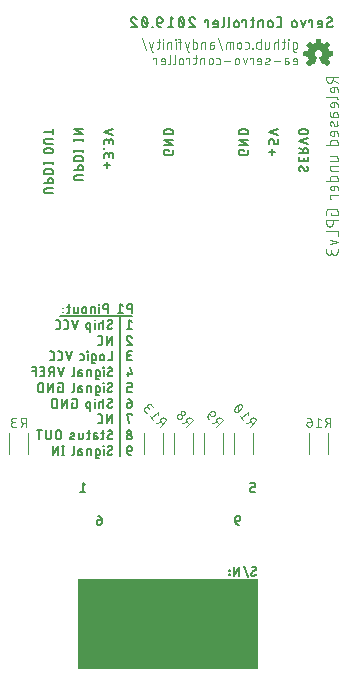
<source format=gbo>
G04 EAGLE Gerber RS-274X export*
G75*
%MOMM*%
%FSLAX34Y34*%
%LPD*%
%INBottom Silkscreen*%
%IPPOS*%
%AMOC8*
5,1,8,0,0,1.08239X$1,22.5*%
G01*
%ADD10C,0.127000*%
%ADD11C,0.152400*%
%ADD12R,15.240000X7.620000*%
%ADD13C,0.101600*%
%ADD14C,0.076200*%
%ADD15C,0.120000*%

G36*
X299786Y446908D02*
X299786Y446908D01*
X299852Y446913D01*
X299870Y446924D01*
X299891Y446929D01*
X299976Y446989D01*
X300000Y447003D01*
X300003Y447008D01*
X300008Y447012D01*
X302208Y449312D01*
X302216Y449325D01*
X302229Y449335D01*
X302260Y449399D01*
X302296Y449461D01*
X302297Y449477D01*
X302304Y449491D01*
X302303Y449562D01*
X302309Y449633D01*
X302303Y449648D01*
X302302Y449664D01*
X302245Y449789D01*
X302243Y449793D01*
X302243Y449794D01*
X300375Y452409D01*
X300377Y452420D01*
X300386Y452433D01*
X300397Y452491D01*
X300406Y452512D01*
X300406Y452534D01*
X300412Y452567D01*
X300413Y452572D01*
X300413Y452573D01*
X300413Y452574D01*
X300413Y452584D01*
X300446Y452649D01*
X300502Y452706D01*
X300513Y452724D01*
X300525Y452733D01*
X300533Y452752D01*
X300573Y452804D01*
X300646Y452949D01*
X300702Y453006D01*
X300742Y453070D01*
X300786Y453133D01*
X300788Y453145D01*
X300793Y453153D01*
X300797Y453188D01*
X300813Y453274D01*
X300813Y453323D01*
X300842Y453370D01*
X300886Y453433D01*
X300888Y453445D01*
X300893Y453453D01*
X300897Y453488D01*
X300913Y453574D01*
X300913Y453684D01*
X300946Y453749D01*
X301002Y453806D01*
X301042Y453870D01*
X301086Y453933D01*
X301088Y453945D01*
X301093Y453953D01*
X301097Y453988D01*
X301103Y454021D01*
X301106Y454029D01*
X301106Y454037D01*
X301113Y454074D01*
X301113Y454123D01*
X301142Y454170D01*
X301186Y454233D01*
X301188Y454245D01*
X301193Y454253D01*
X301197Y454288D01*
X301213Y454374D01*
X301213Y454484D01*
X301242Y454542D01*
X304498Y455100D01*
X304516Y455107D01*
X304535Y455108D01*
X304595Y455141D01*
X304657Y455167D01*
X304670Y455182D01*
X304687Y455191D01*
X304726Y455247D01*
X304770Y455298D01*
X304775Y455317D01*
X304786Y455333D01*
X304808Y455444D01*
X304813Y455466D01*
X304812Y455470D01*
X304813Y455474D01*
X304813Y458674D01*
X304809Y458693D01*
X304811Y458712D01*
X304800Y458746D01*
X304799Y458753D01*
X304794Y458763D01*
X304789Y458776D01*
X304774Y458842D01*
X304761Y458857D01*
X304755Y458875D01*
X304707Y458923D01*
X304664Y458976D01*
X304646Y458983D01*
X304632Y458997D01*
X304526Y459037D01*
X304506Y459046D01*
X304502Y459046D01*
X304498Y459048D01*
X301286Y459598D01*
X301275Y459637D01*
X301274Y459642D01*
X301273Y459643D01*
X301213Y459763D01*
X301213Y459774D01*
X301210Y459789D01*
X301212Y459805D01*
X301192Y459875D01*
X301192Y459890D01*
X301184Y459904D01*
X301175Y459937D01*
X301174Y459942D01*
X301173Y459943D01*
X301113Y460063D01*
X301113Y460074D01*
X301110Y460089D01*
X301112Y460105D01*
X301075Y460237D01*
X301074Y460242D01*
X301073Y460243D01*
X300913Y460563D01*
X300913Y460574D01*
X300910Y460589D01*
X300912Y460605D01*
X300875Y460737D01*
X300874Y460742D01*
X300873Y460743D01*
X300773Y460943D01*
X300750Y460971D01*
X300713Y461025D01*
X300713Y461074D01*
X300696Y461148D01*
X300682Y461223D01*
X300676Y461233D01*
X300674Y461242D01*
X300651Y461270D01*
X300602Y461342D01*
X300546Y461398D01*
X300473Y461543D01*
X300450Y461571D01*
X300413Y461625D01*
X300413Y461674D01*
X300396Y461748D01*
X300392Y461770D01*
X302246Y464458D01*
X302252Y464474D01*
X302264Y464487D01*
X302284Y464554D01*
X302309Y464619D01*
X302308Y464637D01*
X302313Y464653D01*
X302300Y464722D01*
X302294Y464792D01*
X302285Y464806D01*
X302282Y464823D01*
X302211Y464929D01*
X302204Y464940D01*
X302203Y464940D01*
X302202Y464942D01*
X300002Y467142D01*
X299988Y467151D01*
X299977Y467165D01*
X299915Y467196D01*
X299855Y467233D01*
X299838Y467235D01*
X299823Y467242D01*
X299753Y467243D01*
X299683Y467249D01*
X299667Y467243D01*
X299650Y467243D01*
X299532Y467192D01*
X299521Y467188D01*
X299520Y467187D01*
X299519Y467186D01*
X296820Y465324D01*
X296802Y465342D01*
X296737Y465382D01*
X296675Y465426D01*
X296663Y465428D01*
X296655Y465433D01*
X296620Y465436D01*
X296534Y465453D01*
X296484Y465453D01*
X296472Y465461D01*
X296404Y465513D01*
X296259Y465585D01*
X296202Y465642D01*
X296137Y465682D01*
X296075Y465726D01*
X296063Y465728D01*
X296055Y465733D01*
X296020Y465736D01*
X295934Y465753D01*
X295884Y465753D01*
X295872Y465761D01*
X295804Y465813D01*
X295604Y465913D01*
X295588Y465917D01*
X295575Y465926D01*
X295441Y465952D01*
X295435Y465953D01*
X295434Y465953D01*
X295424Y465953D01*
X295304Y466013D01*
X295288Y466017D01*
X295275Y466026D01*
X295141Y466052D01*
X295135Y466053D01*
X295134Y466053D01*
X295084Y466053D01*
X295037Y466082D01*
X294975Y466126D01*
X294963Y466128D01*
X294955Y466133D01*
X294920Y466136D01*
X294834Y466153D01*
X294724Y466153D01*
X294666Y466182D01*
X294108Y469438D01*
X294100Y469456D01*
X294099Y469475D01*
X294067Y469534D01*
X294040Y469597D01*
X294026Y469610D01*
X294016Y469627D01*
X293961Y469666D01*
X293909Y469710D01*
X293890Y469715D01*
X293875Y469726D01*
X293764Y469747D01*
X293742Y469753D01*
X293738Y469752D01*
X293734Y469753D01*
X290534Y469753D01*
X290515Y469749D01*
X290496Y469751D01*
X290432Y469729D01*
X290366Y469713D01*
X290351Y469701D01*
X290332Y469695D01*
X290285Y469647D01*
X290232Y469603D01*
X290224Y469586D01*
X290211Y469572D01*
X290171Y469466D01*
X290162Y469445D01*
X290162Y469442D01*
X290160Y469438D01*
X289610Y466226D01*
X289571Y466215D01*
X289566Y466213D01*
X289565Y466213D01*
X289564Y466213D01*
X289444Y466153D01*
X289434Y466153D01*
X289418Y466149D01*
X289402Y466152D01*
X289271Y466115D01*
X289266Y466113D01*
X289265Y466113D01*
X289264Y466113D01*
X289144Y466053D01*
X289134Y466053D01*
X289118Y466049D01*
X289102Y466052D01*
X288971Y466015D01*
X288966Y466013D01*
X288965Y466013D01*
X288964Y466013D01*
X288844Y465953D01*
X288734Y465953D01*
X288660Y465936D01*
X288584Y465922D01*
X288575Y465916D01*
X288566Y465913D01*
X288538Y465891D01*
X288466Y465842D01*
X288409Y465785D01*
X288344Y465753D01*
X288334Y465753D01*
X288318Y465749D01*
X288302Y465752D01*
X288171Y465715D01*
X288166Y465713D01*
X288165Y465713D01*
X288164Y465713D01*
X287964Y465613D01*
X287937Y465590D01*
X287866Y465542D01*
X287809Y465485D01*
X287744Y465453D01*
X287734Y465453D01*
X287718Y465449D01*
X287702Y465452D01*
X287571Y465415D01*
X287566Y465413D01*
X287565Y465413D01*
X287564Y465413D01*
X287423Y465342D01*
X284749Y467186D01*
X284737Y467191D01*
X284728Y467200D01*
X284657Y467222D01*
X284588Y467249D01*
X284575Y467248D01*
X284563Y467252D01*
X284490Y467240D01*
X284416Y467234D01*
X284405Y467227D01*
X284392Y467225D01*
X284272Y467148D01*
X281972Y464948D01*
X281958Y464926D01*
X281938Y464910D01*
X281911Y464854D01*
X281877Y464803D01*
X281874Y464777D01*
X281863Y464754D01*
X281864Y464692D01*
X281857Y464631D01*
X281866Y464607D01*
X281866Y464581D01*
X281904Y464501D01*
X281915Y464468D01*
X281922Y464462D01*
X281927Y464451D01*
X283862Y461778D01*
X283822Y461698D01*
X283766Y461642D01*
X283726Y461577D01*
X283682Y461514D01*
X283680Y461503D01*
X283675Y461495D01*
X283671Y461460D01*
X283655Y461374D01*
X283655Y461324D01*
X283647Y461311D01*
X283595Y461243D01*
X283522Y461098D01*
X283466Y461042D01*
X283426Y460977D01*
X283382Y460914D01*
X283380Y460903D01*
X283375Y460895D01*
X283371Y460860D01*
X283355Y460774D01*
X283355Y460724D01*
X283326Y460677D01*
X283282Y460614D01*
X283280Y460603D01*
X283275Y460595D01*
X283271Y460560D01*
X283255Y460474D01*
X283255Y460363D01*
X283222Y460298D01*
X283166Y460242D01*
X283126Y460177D01*
X283082Y460114D01*
X283080Y460103D01*
X283075Y460095D01*
X283071Y460060D01*
X283055Y459974D01*
X283055Y459924D01*
X283026Y459877D01*
X282982Y459814D01*
X282980Y459803D01*
X282975Y459795D01*
X282971Y459760D01*
X282955Y459674D01*
X282955Y459595D01*
X279672Y459048D01*
X279653Y459040D01*
X279633Y459039D01*
X279574Y459007D01*
X279512Y458981D01*
X279499Y458966D01*
X279481Y458956D01*
X279443Y458901D01*
X279399Y458851D01*
X279393Y458831D01*
X279382Y458814D01*
X279366Y458733D01*
X279362Y458723D01*
X279362Y458712D01*
X279361Y458708D01*
X279355Y458683D01*
X279356Y458679D01*
X279355Y458674D01*
X279355Y455474D01*
X279359Y455455D01*
X279357Y455436D01*
X279379Y455371D01*
X279394Y455305D01*
X279407Y455290D01*
X279413Y455272D01*
X279461Y455224D01*
X279504Y455172D01*
X279522Y455164D01*
X279536Y455150D01*
X279642Y455110D01*
X279662Y455101D01*
X279666Y455101D01*
X279670Y455100D01*
X282958Y454536D01*
X282993Y454411D01*
X282994Y454405D01*
X282995Y454405D01*
X282995Y454404D01*
X283055Y454284D01*
X283055Y454274D01*
X283058Y454258D01*
X283056Y454242D01*
X283093Y454111D01*
X283094Y454105D01*
X283095Y454105D01*
X283095Y454104D01*
X283155Y453984D01*
X283155Y453974D01*
X283158Y453958D01*
X283156Y453942D01*
X283193Y453811D01*
X283194Y453805D01*
X283195Y453805D01*
X283195Y453804D01*
X283355Y453484D01*
X283355Y453474D01*
X283358Y453458D01*
X283356Y453442D01*
X283393Y453311D01*
X283394Y453305D01*
X283395Y453305D01*
X283395Y453304D01*
X283495Y453104D01*
X283518Y453076D01*
X283566Y453006D01*
X283622Y452949D01*
X283655Y452884D01*
X283655Y452874D01*
X283658Y452858D01*
X283656Y452842D01*
X283693Y452711D01*
X283694Y452705D01*
X283695Y452705D01*
X283695Y452704D01*
X283795Y452504D01*
X283818Y452476D01*
X283866Y452406D01*
X283876Y452395D01*
X281931Y449801D01*
X281921Y449779D01*
X281904Y449760D01*
X281886Y449700D01*
X281861Y449643D01*
X281862Y449618D01*
X281855Y449594D01*
X281866Y449533D01*
X281869Y449470D01*
X281881Y449448D01*
X281886Y449424D01*
X281937Y449349D01*
X281953Y449319D01*
X281960Y449314D01*
X281966Y449306D01*
X284266Y447006D01*
X284280Y446997D01*
X284291Y446983D01*
X284353Y446951D01*
X284413Y446914D01*
X284430Y446913D01*
X284445Y446905D01*
X284516Y446905D01*
X284585Y446898D01*
X284601Y446904D01*
X284618Y446904D01*
X284736Y446956D01*
X284747Y446960D01*
X284748Y446961D01*
X284749Y446961D01*
X287448Y448823D01*
X287466Y448806D01*
X287531Y448765D01*
X287593Y448721D01*
X287605Y448719D01*
X287613Y448714D01*
X287648Y448711D01*
X287663Y448708D01*
X287666Y448706D01*
X287731Y448665D01*
X287793Y448621D01*
X287805Y448619D01*
X287813Y448614D01*
X287848Y448611D01*
X287934Y448594D01*
X287984Y448594D01*
X288031Y448565D01*
X288093Y448521D01*
X288105Y448519D01*
X288113Y448514D01*
X288148Y448511D01*
X288163Y448508D01*
X288166Y448506D01*
X288231Y448465D01*
X288293Y448421D01*
X288305Y448419D01*
X288313Y448414D01*
X288348Y448411D01*
X288363Y448408D01*
X288366Y448406D01*
X288431Y448365D01*
X288493Y448321D01*
X288505Y448319D01*
X288513Y448314D01*
X288548Y448311D01*
X288577Y448305D01*
X288604Y448272D01*
X288623Y448264D01*
X288638Y448249D01*
X288701Y448229D01*
X288762Y448201D01*
X288783Y448202D01*
X288802Y448196D01*
X288868Y448206D01*
X288935Y448208D01*
X288953Y448218D01*
X288973Y448221D01*
X289028Y448259D01*
X289087Y448291D01*
X289099Y448308D01*
X289115Y448320D01*
X289172Y448412D01*
X289186Y448433D01*
X289187Y448438D01*
X289190Y448442D01*
X291190Y453842D01*
X291194Y453873D01*
X291206Y453901D01*
X291204Y453957D01*
X291211Y454014D01*
X291201Y454043D01*
X291200Y454074D01*
X291173Y454124D01*
X291154Y454177D01*
X291132Y454199D01*
X291117Y454226D01*
X291057Y454272D01*
X291030Y454298D01*
X291017Y454302D01*
X291004Y454313D01*
X290459Y454585D01*
X290302Y454742D01*
X290272Y454761D01*
X290204Y454813D01*
X290059Y454885D01*
X289746Y455198D01*
X289673Y455343D01*
X289650Y455371D01*
X289602Y455442D01*
X289446Y455598D01*
X289385Y455719D01*
X289294Y455994D01*
X289282Y456013D01*
X289273Y456043D01*
X289213Y456163D01*
X289213Y456274D01*
X289205Y456309D01*
X289194Y456394D01*
X289113Y456635D01*
X289113Y457412D01*
X289194Y457654D01*
X289197Y457690D01*
X289213Y457774D01*
X289213Y457959D01*
X289350Y458163D01*
X289363Y458198D01*
X289394Y458254D01*
X289478Y458506D01*
X289829Y459032D01*
X290176Y459379D01*
X290702Y459730D01*
X290954Y459814D01*
X290972Y459825D01*
X290986Y459828D01*
X290999Y459839D01*
X291044Y459858D01*
X291249Y459994D01*
X291434Y459994D01*
X291469Y460003D01*
X291554Y460014D01*
X291796Y460094D01*
X292387Y460094D01*
X292742Y460006D01*
X292778Y460005D01*
X292834Y459994D01*
X293019Y459994D01*
X293224Y459858D01*
X293259Y459845D01*
X293308Y459817D01*
X293310Y459816D01*
X293311Y459816D01*
X293314Y459814D01*
X293566Y459730D01*
X293793Y459579D01*
X293966Y459406D01*
X293992Y459389D01*
X294024Y459358D01*
X294293Y459179D01*
X294439Y459032D01*
X294790Y458506D01*
X295155Y457412D01*
X295155Y456935D01*
X295074Y456694D01*
X295071Y456658D01*
X295055Y456574D01*
X295055Y456363D01*
X294895Y456043D01*
X294889Y456021D01*
X294874Y455994D01*
X294783Y455719D01*
X294622Y455398D01*
X294466Y455242D01*
X294447Y455211D01*
X294395Y455143D01*
X294322Y454998D01*
X294209Y454885D01*
X294064Y454813D01*
X294037Y454790D01*
X293966Y454742D01*
X293809Y454585D01*
X293488Y454425D01*
X293214Y454333D01*
X293165Y454303D01*
X293112Y454281D01*
X293092Y454259D01*
X293067Y454243D01*
X293036Y454194D01*
X292999Y454151D01*
X292991Y454122D01*
X292975Y454096D01*
X292969Y454039D01*
X292955Y453983D01*
X292961Y453949D01*
X292958Y453924D01*
X292970Y453892D01*
X292978Y453842D01*
X294978Y448442D01*
X295004Y448404D01*
X295020Y448361D01*
X295051Y448333D01*
X295074Y448298D01*
X295114Y448275D01*
X295147Y448244D01*
X295187Y448232D01*
X295224Y448211D01*
X295269Y448208D01*
X295313Y448195D01*
X295354Y448202D01*
X295396Y448200D01*
X295439Y448217D01*
X295484Y448225D01*
X295525Y448253D01*
X295556Y448266D01*
X295573Y448286D01*
X295586Y448294D01*
X295634Y448294D01*
X295708Y448312D01*
X295784Y448325D01*
X295793Y448332D01*
X295802Y448334D01*
X295830Y448357D01*
X295902Y448406D01*
X295909Y448412D01*
X295984Y448425D01*
X295993Y448432D01*
X296002Y448434D01*
X296030Y448457D01*
X296102Y448506D01*
X296109Y448512D01*
X296184Y448525D01*
X296193Y448532D01*
X296202Y448534D01*
X296230Y448557D01*
X296302Y448606D01*
X296309Y448612D01*
X296384Y448625D01*
X296393Y448632D01*
X296402Y448634D01*
X296430Y448657D01*
X296502Y448706D01*
X296509Y448712D01*
X296584Y448725D01*
X296593Y448732D01*
X296602Y448734D01*
X296630Y448757D01*
X296702Y448806D01*
X296709Y448812D01*
X296784Y448825D01*
X296793Y448832D01*
X296802Y448834D01*
X296803Y448834D01*
X299519Y446961D01*
X299539Y446954D01*
X299555Y446940D01*
X299618Y446922D01*
X299680Y446898D01*
X299701Y446900D01*
X299722Y446895D01*
X299786Y446908D01*
G37*
D10*
X133985Y237490D02*
X133985Y245110D01*
X131868Y245110D01*
X131777Y245108D01*
X131686Y245102D01*
X131595Y245092D01*
X131505Y245079D01*
X131416Y245061D01*
X131327Y245040D01*
X131240Y245015D01*
X131153Y244986D01*
X131068Y244953D01*
X130985Y244917D01*
X130903Y244877D01*
X130823Y244834D01*
X130744Y244787D01*
X130668Y244737D01*
X130594Y244684D01*
X130523Y244628D01*
X130454Y244568D01*
X130387Y244506D01*
X130324Y244441D01*
X130263Y244373D01*
X130205Y244303D01*
X130150Y244230D01*
X130098Y244155D01*
X130050Y244078D01*
X130005Y243998D01*
X129963Y243917D01*
X129925Y243835D01*
X129891Y243750D01*
X129860Y243664D01*
X129833Y243577D01*
X129810Y243489D01*
X129791Y243400D01*
X129775Y243311D01*
X129763Y243220D01*
X129755Y243130D01*
X129751Y243039D01*
X129751Y242947D01*
X129755Y242856D01*
X129763Y242766D01*
X129775Y242675D01*
X129791Y242586D01*
X129810Y242497D01*
X129833Y242409D01*
X129860Y242322D01*
X129891Y242236D01*
X129925Y242151D01*
X129963Y242069D01*
X130005Y241988D01*
X130050Y241908D01*
X130098Y241831D01*
X130150Y241756D01*
X130205Y241683D01*
X130263Y241613D01*
X130324Y241545D01*
X130387Y241480D01*
X130454Y241418D01*
X130523Y241358D01*
X130594Y241302D01*
X130668Y241249D01*
X130744Y241199D01*
X130823Y241152D01*
X130903Y241109D01*
X130985Y241069D01*
X131068Y241033D01*
X131153Y241000D01*
X131240Y240971D01*
X131327Y240946D01*
X131416Y240925D01*
X131505Y240907D01*
X131595Y240894D01*
X131686Y240884D01*
X131777Y240878D01*
X131868Y240876D01*
X131868Y240877D02*
X133985Y240877D01*
X126416Y243417D02*
X124299Y245110D01*
X124299Y237490D01*
X122183Y237490D02*
X126416Y237490D01*
X113716Y237490D02*
X113716Y245110D01*
X111599Y245110D01*
X111508Y245108D01*
X111417Y245102D01*
X111326Y245092D01*
X111236Y245079D01*
X111147Y245061D01*
X111058Y245040D01*
X110971Y245015D01*
X110884Y244986D01*
X110799Y244953D01*
X110716Y244917D01*
X110634Y244877D01*
X110554Y244834D01*
X110475Y244787D01*
X110399Y244737D01*
X110325Y244684D01*
X110254Y244628D01*
X110185Y244568D01*
X110118Y244506D01*
X110055Y244441D01*
X109994Y244373D01*
X109936Y244303D01*
X109881Y244230D01*
X109829Y244155D01*
X109781Y244078D01*
X109736Y243998D01*
X109694Y243917D01*
X109656Y243835D01*
X109622Y243750D01*
X109591Y243664D01*
X109564Y243577D01*
X109541Y243489D01*
X109522Y243400D01*
X109506Y243311D01*
X109494Y243220D01*
X109486Y243130D01*
X109482Y243039D01*
X109482Y242947D01*
X109486Y242856D01*
X109494Y242766D01*
X109506Y242675D01*
X109522Y242586D01*
X109541Y242497D01*
X109564Y242409D01*
X109591Y242322D01*
X109622Y242236D01*
X109656Y242151D01*
X109694Y242069D01*
X109736Y241988D01*
X109781Y241908D01*
X109829Y241831D01*
X109881Y241756D01*
X109936Y241683D01*
X109994Y241613D01*
X110055Y241545D01*
X110118Y241480D01*
X110185Y241418D01*
X110254Y241358D01*
X110325Y241302D01*
X110399Y241249D01*
X110475Y241199D01*
X110554Y241152D01*
X110634Y241109D01*
X110716Y241069D01*
X110799Y241033D01*
X110884Y241000D01*
X110971Y240971D01*
X111058Y240946D01*
X111147Y240925D01*
X111236Y240907D01*
X111326Y240894D01*
X111417Y240884D01*
X111508Y240878D01*
X111599Y240876D01*
X111599Y240877D02*
X113716Y240877D01*
X106430Y242570D02*
X106430Y237490D01*
X106642Y244687D02*
X106642Y245110D01*
X106219Y245110D01*
X106219Y244687D01*
X106642Y244687D01*
X102790Y242570D02*
X102790Y237490D01*
X102790Y242570D02*
X100673Y242570D01*
X100604Y242568D01*
X100536Y242563D01*
X100468Y242553D01*
X100400Y242540D01*
X100333Y242524D01*
X100267Y242504D01*
X100203Y242480D01*
X100140Y242453D01*
X100078Y242422D01*
X100018Y242388D01*
X99960Y242351D01*
X99904Y242311D01*
X99851Y242268D01*
X99800Y242222D01*
X99751Y242173D01*
X99705Y242122D01*
X99662Y242069D01*
X99622Y242013D01*
X99585Y241955D01*
X99551Y241895D01*
X99520Y241833D01*
X99493Y241770D01*
X99469Y241706D01*
X99449Y241640D01*
X99433Y241573D01*
X99420Y241505D01*
X99410Y241437D01*
X99405Y241369D01*
X99403Y241300D01*
X99403Y237490D01*
X95589Y239183D02*
X95589Y240877D01*
X95587Y240958D01*
X95581Y241038D01*
X95572Y241118D01*
X95558Y241197D01*
X95541Y241276D01*
X95520Y241354D01*
X95496Y241431D01*
X95468Y241506D01*
X95436Y241580D01*
X95401Y241653D01*
X95362Y241724D01*
X95320Y241792D01*
X95275Y241859D01*
X95227Y241924D01*
X95175Y241986D01*
X95121Y242045D01*
X95064Y242102D01*
X95005Y242156D01*
X94943Y242208D01*
X94878Y242256D01*
X94811Y242301D01*
X94743Y242343D01*
X94672Y242382D01*
X94599Y242417D01*
X94525Y242449D01*
X94450Y242477D01*
X94373Y242501D01*
X94295Y242522D01*
X94216Y242539D01*
X94137Y242553D01*
X94057Y242562D01*
X93977Y242568D01*
X93896Y242570D01*
X93815Y242568D01*
X93735Y242562D01*
X93655Y242553D01*
X93576Y242539D01*
X93497Y242522D01*
X93419Y242501D01*
X93342Y242477D01*
X93267Y242449D01*
X93193Y242417D01*
X93120Y242382D01*
X93050Y242343D01*
X92981Y242301D01*
X92914Y242256D01*
X92849Y242208D01*
X92787Y242156D01*
X92728Y242102D01*
X92671Y242045D01*
X92617Y241986D01*
X92565Y241924D01*
X92517Y241859D01*
X92472Y241792D01*
X92430Y241724D01*
X92391Y241653D01*
X92356Y241580D01*
X92324Y241506D01*
X92296Y241431D01*
X92272Y241354D01*
X92251Y241276D01*
X92234Y241197D01*
X92220Y241118D01*
X92211Y241038D01*
X92205Y240958D01*
X92203Y240877D01*
X92202Y240877D02*
X92202Y239183D01*
X92203Y239183D02*
X92205Y239102D01*
X92211Y239022D01*
X92220Y238942D01*
X92234Y238863D01*
X92251Y238784D01*
X92272Y238706D01*
X92296Y238629D01*
X92324Y238554D01*
X92356Y238480D01*
X92391Y238407D01*
X92430Y238337D01*
X92472Y238268D01*
X92517Y238201D01*
X92565Y238136D01*
X92617Y238074D01*
X92671Y238015D01*
X92728Y237958D01*
X92787Y237904D01*
X92849Y237852D01*
X92914Y237804D01*
X92981Y237759D01*
X93050Y237717D01*
X93120Y237678D01*
X93193Y237643D01*
X93267Y237611D01*
X93342Y237583D01*
X93419Y237559D01*
X93497Y237538D01*
X93576Y237521D01*
X93655Y237507D01*
X93735Y237498D01*
X93815Y237492D01*
X93896Y237490D01*
X93977Y237492D01*
X94057Y237498D01*
X94137Y237507D01*
X94216Y237521D01*
X94295Y237538D01*
X94373Y237559D01*
X94450Y237583D01*
X94525Y237611D01*
X94599Y237643D01*
X94672Y237678D01*
X94743Y237717D01*
X94811Y237759D01*
X94878Y237804D01*
X94943Y237852D01*
X95005Y237904D01*
X95064Y237958D01*
X95121Y238015D01*
X95175Y238074D01*
X95227Y238136D01*
X95275Y238201D01*
X95320Y238268D01*
X95362Y238337D01*
X95401Y238407D01*
X95436Y238480D01*
X95468Y238554D01*
X95496Y238629D01*
X95520Y238706D01*
X95541Y238784D01*
X95558Y238863D01*
X95572Y238942D01*
X95581Y239022D01*
X95587Y239102D01*
X95589Y239183D01*
X88388Y238760D02*
X88388Y242570D01*
X88388Y238760D02*
X88386Y238691D01*
X88381Y238623D01*
X88371Y238555D01*
X88358Y238487D01*
X88342Y238420D01*
X88322Y238354D01*
X88298Y238290D01*
X88271Y238227D01*
X88240Y238165D01*
X88206Y238105D01*
X88169Y238047D01*
X88129Y237991D01*
X88086Y237938D01*
X88040Y237887D01*
X87991Y237838D01*
X87940Y237792D01*
X87887Y237749D01*
X87831Y237709D01*
X87773Y237672D01*
X87713Y237638D01*
X87651Y237607D01*
X87588Y237580D01*
X87524Y237556D01*
X87458Y237536D01*
X87391Y237520D01*
X87323Y237507D01*
X87255Y237497D01*
X87187Y237492D01*
X87118Y237490D01*
X85001Y237490D01*
X85001Y242570D01*
X81921Y242570D02*
X79381Y242570D01*
X81074Y245110D02*
X81074Y238760D01*
X81072Y238691D01*
X81067Y238623D01*
X81057Y238555D01*
X81044Y238487D01*
X81028Y238420D01*
X81008Y238354D01*
X80984Y238290D01*
X80957Y238227D01*
X80926Y238165D01*
X80892Y238105D01*
X80855Y238047D01*
X80815Y237991D01*
X80772Y237938D01*
X80726Y237887D01*
X80677Y237838D01*
X80626Y237792D01*
X80573Y237749D01*
X80517Y237709D01*
X80459Y237672D01*
X80399Y237638D01*
X80337Y237607D01*
X80274Y237580D01*
X80210Y237556D01*
X80144Y237536D01*
X80077Y237520D01*
X80009Y237507D01*
X79941Y237497D01*
X79873Y237492D01*
X79804Y237490D01*
X79381Y237490D01*
X76238Y238125D02*
X76238Y238548D01*
X75815Y238548D01*
X75815Y238125D01*
X76238Y238125D01*
X76238Y241512D02*
X76238Y241935D01*
X75815Y241935D01*
X75815Y241512D01*
X76238Y241512D01*
X131868Y231775D02*
X133985Y230082D01*
X131868Y231775D02*
X131868Y224155D01*
X129752Y224155D02*
X133985Y224155D01*
X115176Y224155D02*
X115095Y224157D01*
X115015Y224163D01*
X114935Y224172D01*
X114856Y224186D01*
X114777Y224203D01*
X114699Y224224D01*
X114622Y224248D01*
X114547Y224276D01*
X114473Y224308D01*
X114400Y224343D01*
X114330Y224382D01*
X114261Y224424D01*
X114194Y224469D01*
X114129Y224517D01*
X114067Y224569D01*
X114008Y224623D01*
X113951Y224680D01*
X113897Y224739D01*
X113845Y224801D01*
X113797Y224866D01*
X113752Y224933D01*
X113710Y225002D01*
X113671Y225072D01*
X113636Y225145D01*
X113604Y225219D01*
X113576Y225294D01*
X113552Y225371D01*
X113531Y225449D01*
X113514Y225528D01*
X113500Y225607D01*
X113491Y225687D01*
X113485Y225767D01*
X113483Y225848D01*
X115176Y224155D02*
X115294Y224157D01*
X115411Y224163D01*
X115528Y224172D01*
X115645Y224186D01*
X115762Y224203D01*
X115877Y224224D01*
X115992Y224249D01*
X116107Y224278D01*
X116220Y224311D01*
X116332Y224347D01*
X116442Y224387D01*
X116552Y224430D01*
X116660Y224477D01*
X116766Y224528D01*
X116870Y224582D01*
X116973Y224639D01*
X117074Y224700D01*
X117173Y224764D01*
X117269Y224831D01*
X117363Y224902D01*
X117455Y224975D01*
X117545Y225052D01*
X117632Y225131D01*
X117716Y225213D01*
X117504Y230082D02*
X117502Y230163D01*
X117496Y230243D01*
X117487Y230323D01*
X117473Y230402D01*
X117456Y230481D01*
X117435Y230559D01*
X117411Y230636D01*
X117383Y230711D01*
X117351Y230785D01*
X117316Y230858D01*
X117277Y230929D01*
X117235Y230997D01*
X117190Y231064D01*
X117142Y231129D01*
X117090Y231191D01*
X117036Y231250D01*
X116979Y231307D01*
X116920Y231361D01*
X116858Y231413D01*
X116793Y231461D01*
X116726Y231506D01*
X116658Y231548D01*
X116587Y231587D01*
X116514Y231622D01*
X116440Y231654D01*
X116365Y231682D01*
X116288Y231706D01*
X116210Y231727D01*
X116131Y231744D01*
X116052Y231758D01*
X115972Y231767D01*
X115892Y231773D01*
X115811Y231775D01*
X115703Y231773D01*
X115596Y231768D01*
X115489Y231759D01*
X115382Y231746D01*
X115276Y231730D01*
X115170Y231710D01*
X115065Y231686D01*
X114961Y231659D01*
X114858Y231629D01*
X114756Y231595D01*
X114655Y231557D01*
X114556Y231516D01*
X114458Y231472D01*
X114361Y231425D01*
X114267Y231374D01*
X114173Y231320D01*
X114082Y231263D01*
X113993Y231203D01*
X113906Y231140D01*
X116658Y228600D02*
X116727Y228643D01*
X116794Y228689D01*
X116859Y228738D01*
X116921Y228790D01*
X116980Y228845D01*
X117037Y228903D01*
X117092Y228964D01*
X117143Y229026D01*
X117191Y229092D01*
X117236Y229159D01*
X117278Y229229D01*
X117317Y229300D01*
X117352Y229373D01*
X117384Y229448D01*
X117412Y229524D01*
X117437Y229601D01*
X117457Y229680D01*
X117474Y229759D01*
X117488Y229839D01*
X117497Y229920D01*
X117503Y230001D01*
X117505Y230082D01*
X114330Y227330D02*
X114261Y227287D01*
X114194Y227241D01*
X114129Y227192D01*
X114067Y227140D01*
X114008Y227085D01*
X113951Y227027D01*
X113896Y226966D01*
X113845Y226904D01*
X113797Y226838D01*
X113752Y226771D01*
X113710Y226701D01*
X113671Y226630D01*
X113636Y226557D01*
X113604Y226482D01*
X113576Y226406D01*
X113551Y226329D01*
X113531Y226250D01*
X113514Y226171D01*
X113500Y226091D01*
X113491Y226010D01*
X113485Y225929D01*
X113483Y225848D01*
X114330Y227330D02*
X116658Y228600D01*
X109826Y231775D02*
X109826Y224155D01*
X109826Y229235D02*
X107709Y229235D01*
X107640Y229233D01*
X107572Y229228D01*
X107504Y229218D01*
X107436Y229205D01*
X107369Y229189D01*
X107303Y229169D01*
X107239Y229145D01*
X107176Y229118D01*
X107114Y229087D01*
X107054Y229053D01*
X106996Y229016D01*
X106940Y228976D01*
X106887Y228933D01*
X106836Y228887D01*
X106787Y228838D01*
X106741Y228787D01*
X106698Y228734D01*
X106658Y228678D01*
X106621Y228620D01*
X106587Y228560D01*
X106556Y228498D01*
X106529Y228435D01*
X106505Y228371D01*
X106485Y228305D01*
X106469Y228238D01*
X106456Y228170D01*
X106446Y228102D01*
X106441Y228034D01*
X106439Y227965D01*
X106439Y224155D01*
X102798Y224155D02*
X102798Y229235D01*
X103010Y231352D02*
X103010Y231775D01*
X102587Y231775D01*
X102587Y231352D01*
X103010Y231352D01*
X99100Y229235D02*
X99100Y221615D01*
X99100Y229235D02*
X96984Y229235D01*
X96915Y229233D01*
X96847Y229228D01*
X96779Y229218D01*
X96711Y229205D01*
X96644Y229189D01*
X96578Y229169D01*
X96514Y229145D01*
X96451Y229118D01*
X96389Y229087D01*
X96329Y229053D01*
X96271Y229016D01*
X96215Y228976D01*
X96162Y228933D01*
X96111Y228887D01*
X96062Y228838D01*
X96016Y228787D01*
X95973Y228734D01*
X95933Y228678D01*
X95896Y228620D01*
X95862Y228560D01*
X95831Y228498D01*
X95804Y228435D01*
X95780Y228371D01*
X95760Y228305D01*
X95744Y228238D01*
X95731Y228170D01*
X95721Y228102D01*
X95716Y228034D01*
X95714Y227965D01*
X95714Y225425D01*
X95716Y225356D01*
X95721Y225288D01*
X95731Y225220D01*
X95744Y225152D01*
X95760Y225085D01*
X95780Y225019D01*
X95804Y224955D01*
X95831Y224892D01*
X95862Y224830D01*
X95896Y224770D01*
X95933Y224712D01*
X95973Y224656D01*
X96016Y224603D01*
X96062Y224552D01*
X96111Y224503D01*
X96162Y224457D01*
X96215Y224414D01*
X96271Y224374D01*
X96329Y224337D01*
X96389Y224303D01*
X96451Y224272D01*
X96514Y224245D01*
X96578Y224221D01*
X96644Y224201D01*
X96711Y224185D01*
X96779Y224172D01*
X96847Y224162D01*
X96915Y224157D01*
X96984Y224155D01*
X99100Y224155D01*
X88270Y231775D02*
X85730Y224155D01*
X83190Y231775D01*
X78184Y224155D02*
X76491Y224155D01*
X78184Y224155D02*
X78265Y224157D01*
X78345Y224163D01*
X78425Y224172D01*
X78504Y224186D01*
X78583Y224203D01*
X78661Y224224D01*
X78738Y224248D01*
X78813Y224276D01*
X78887Y224308D01*
X78960Y224343D01*
X79031Y224382D01*
X79099Y224424D01*
X79166Y224469D01*
X79231Y224517D01*
X79293Y224569D01*
X79352Y224623D01*
X79409Y224680D01*
X79463Y224739D01*
X79515Y224801D01*
X79563Y224866D01*
X79608Y224933D01*
X79650Y225002D01*
X79689Y225072D01*
X79724Y225145D01*
X79756Y225219D01*
X79784Y225294D01*
X79808Y225371D01*
X79829Y225449D01*
X79846Y225528D01*
X79860Y225607D01*
X79869Y225687D01*
X79875Y225767D01*
X79877Y225848D01*
X79878Y225848D02*
X79878Y230082D01*
X79877Y230082D02*
X79875Y230163D01*
X79869Y230243D01*
X79860Y230323D01*
X79846Y230402D01*
X79829Y230481D01*
X79808Y230559D01*
X79784Y230636D01*
X79756Y230711D01*
X79724Y230785D01*
X79689Y230858D01*
X79650Y230929D01*
X79608Y230997D01*
X79563Y231064D01*
X79515Y231129D01*
X79463Y231191D01*
X79409Y231250D01*
X79352Y231307D01*
X79293Y231361D01*
X79231Y231413D01*
X79166Y231461D01*
X79099Y231506D01*
X79031Y231548D01*
X78960Y231587D01*
X78887Y231622D01*
X78813Y231654D01*
X78738Y231682D01*
X78661Y231706D01*
X78583Y231727D01*
X78504Y231744D01*
X78425Y231758D01*
X78345Y231767D01*
X78265Y231773D01*
X78184Y231775D01*
X76491Y231775D01*
X71517Y224155D02*
X69824Y224155D01*
X71517Y224155D02*
X71598Y224157D01*
X71678Y224163D01*
X71758Y224172D01*
X71837Y224186D01*
X71916Y224203D01*
X71994Y224224D01*
X72071Y224248D01*
X72146Y224276D01*
X72220Y224308D01*
X72293Y224343D01*
X72364Y224382D01*
X72432Y224424D01*
X72499Y224469D01*
X72564Y224517D01*
X72626Y224569D01*
X72685Y224623D01*
X72742Y224680D01*
X72796Y224739D01*
X72848Y224801D01*
X72896Y224866D01*
X72941Y224933D01*
X72983Y225002D01*
X73022Y225072D01*
X73057Y225145D01*
X73089Y225219D01*
X73117Y225294D01*
X73141Y225371D01*
X73162Y225449D01*
X73179Y225528D01*
X73193Y225607D01*
X73202Y225687D01*
X73208Y225767D01*
X73210Y225848D01*
X73210Y230082D01*
X73208Y230163D01*
X73202Y230243D01*
X73193Y230323D01*
X73179Y230402D01*
X73162Y230481D01*
X73141Y230559D01*
X73117Y230636D01*
X73089Y230711D01*
X73057Y230785D01*
X73022Y230858D01*
X72983Y230929D01*
X72941Y230997D01*
X72896Y231064D01*
X72848Y231129D01*
X72796Y231191D01*
X72742Y231250D01*
X72685Y231307D01*
X72626Y231361D01*
X72564Y231413D01*
X72499Y231461D01*
X72432Y231506D01*
X72364Y231548D01*
X72293Y231587D01*
X72220Y231622D01*
X72146Y231654D01*
X72071Y231682D01*
X71994Y231706D01*
X71916Y231727D01*
X71837Y231744D01*
X71758Y231758D01*
X71678Y231767D01*
X71598Y231773D01*
X71517Y231775D01*
X69824Y231775D01*
X129752Y216535D02*
X129754Y216620D01*
X129760Y216706D01*
X129769Y216791D01*
X129783Y216875D01*
X129800Y216959D01*
X129821Y217042D01*
X129845Y217124D01*
X129873Y217204D01*
X129905Y217284D01*
X129941Y217362D01*
X129979Y217438D01*
X130022Y217512D01*
X130067Y217584D01*
X130116Y217655D01*
X130168Y217723D01*
X130222Y217788D01*
X130280Y217851D01*
X130341Y217912D01*
X130404Y217970D01*
X130469Y218024D01*
X130537Y218076D01*
X130608Y218125D01*
X130680Y218170D01*
X130754Y218213D01*
X130830Y218251D01*
X130908Y218287D01*
X130988Y218319D01*
X131068Y218347D01*
X131150Y218371D01*
X131233Y218392D01*
X131317Y218409D01*
X131401Y218423D01*
X131486Y218432D01*
X131572Y218438D01*
X131657Y218440D01*
X131753Y218438D01*
X131849Y218432D01*
X131945Y218423D01*
X132040Y218410D01*
X132135Y218393D01*
X132229Y218372D01*
X132322Y218348D01*
X132414Y218320D01*
X132505Y218289D01*
X132594Y218253D01*
X132682Y218215D01*
X132769Y218173D01*
X132853Y218128D01*
X132936Y218079D01*
X133017Y218027D01*
X133096Y217972D01*
X133173Y217914D01*
X133247Y217853D01*
X133319Y217789D01*
X133388Y217722D01*
X133455Y217653D01*
X133519Y217581D01*
X133580Y217507D01*
X133638Y217430D01*
X133693Y217351D01*
X133744Y217270D01*
X133793Y217187D01*
X133838Y217102D01*
X133880Y217016D01*
X133919Y216927D01*
X133954Y216838D01*
X133985Y216747D01*
X130387Y215053D02*
X130325Y215115D01*
X130266Y215179D01*
X130210Y215245D01*
X130156Y215314D01*
X130106Y215385D01*
X130058Y215459D01*
X130014Y215534D01*
X129973Y215611D01*
X129935Y215689D01*
X129901Y215769D01*
X129870Y215851D01*
X129842Y215934D01*
X129819Y216017D01*
X129798Y216102D01*
X129782Y216188D01*
X129769Y216274D01*
X129759Y216361D01*
X129754Y216448D01*
X129752Y216535D01*
X130387Y215053D02*
X133985Y210820D01*
X129752Y210820D01*
X117183Y210820D02*
X117183Y218440D01*
X112950Y210820D01*
X112950Y218440D01*
X107254Y210820D02*
X105561Y210820D01*
X107254Y210820D02*
X107335Y210822D01*
X107415Y210828D01*
X107495Y210837D01*
X107574Y210851D01*
X107653Y210868D01*
X107731Y210889D01*
X107808Y210913D01*
X107883Y210941D01*
X107957Y210973D01*
X108030Y211008D01*
X108101Y211047D01*
X108169Y211089D01*
X108236Y211134D01*
X108301Y211182D01*
X108363Y211234D01*
X108422Y211288D01*
X108479Y211345D01*
X108533Y211404D01*
X108585Y211466D01*
X108633Y211531D01*
X108678Y211598D01*
X108720Y211667D01*
X108759Y211737D01*
X108794Y211810D01*
X108826Y211884D01*
X108854Y211959D01*
X108878Y212036D01*
X108899Y212114D01*
X108916Y212193D01*
X108930Y212272D01*
X108939Y212352D01*
X108945Y212432D01*
X108947Y212513D01*
X108948Y212513D02*
X108948Y216747D01*
X108947Y216747D02*
X108945Y216828D01*
X108939Y216908D01*
X108930Y216988D01*
X108916Y217067D01*
X108899Y217146D01*
X108878Y217224D01*
X108854Y217301D01*
X108826Y217376D01*
X108794Y217450D01*
X108759Y217523D01*
X108720Y217594D01*
X108678Y217662D01*
X108633Y217729D01*
X108585Y217794D01*
X108533Y217856D01*
X108479Y217915D01*
X108422Y217972D01*
X108363Y218026D01*
X108301Y218078D01*
X108236Y218126D01*
X108169Y218171D01*
X108101Y218213D01*
X108030Y218252D01*
X107957Y218287D01*
X107883Y218319D01*
X107808Y218347D01*
X107731Y218371D01*
X107653Y218392D01*
X107574Y218409D01*
X107495Y218423D01*
X107415Y218432D01*
X107335Y218438D01*
X107254Y218440D01*
X105561Y218440D01*
X131868Y197485D02*
X133985Y197485D01*
X131868Y197485D02*
X131777Y197487D01*
X131686Y197493D01*
X131595Y197503D01*
X131505Y197516D01*
X131416Y197534D01*
X131327Y197555D01*
X131240Y197580D01*
X131153Y197609D01*
X131068Y197642D01*
X130985Y197678D01*
X130903Y197718D01*
X130823Y197761D01*
X130744Y197808D01*
X130668Y197858D01*
X130594Y197911D01*
X130523Y197967D01*
X130454Y198027D01*
X130387Y198089D01*
X130324Y198154D01*
X130263Y198222D01*
X130205Y198292D01*
X130150Y198365D01*
X130098Y198440D01*
X130050Y198517D01*
X130005Y198597D01*
X129963Y198678D01*
X129925Y198760D01*
X129891Y198845D01*
X129860Y198931D01*
X129833Y199018D01*
X129810Y199106D01*
X129791Y199195D01*
X129775Y199284D01*
X129763Y199375D01*
X129755Y199465D01*
X129751Y199556D01*
X129751Y199648D01*
X129755Y199739D01*
X129763Y199829D01*
X129775Y199920D01*
X129791Y200009D01*
X129810Y200098D01*
X129833Y200186D01*
X129860Y200273D01*
X129891Y200359D01*
X129925Y200444D01*
X129963Y200526D01*
X130005Y200607D01*
X130050Y200687D01*
X130098Y200764D01*
X130150Y200839D01*
X130205Y200912D01*
X130263Y200982D01*
X130324Y201050D01*
X130387Y201115D01*
X130454Y201177D01*
X130523Y201237D01*
X130594Y201293D01*
X130668Y201346D01*
X130744Y201396D01*
X130823Y201443D01*
X130903Y201486D01*
X130985Y201526D01*
X131068Y201562D01*
X131153Y201595D01*
X131240Y201624D01*
X131327Y201649D01*
X131416Y201670D01*
X131505Y201688D01*
X131595Y201701D01*
X131686Y201711D01*
X131777Y201717D01*
X131868Y201719D01*
X131445Y205105D02*
X133985Y205105D01*
X131445Y205105D02*
X131364Y205103D01*
X131284Y205097D01*
X131204Y205088D01*
X131125Y205074D01*
X131046Y205057D01*
X130968Y205036D01*
X130891Y205012D01*
X130816Y204984D01*
X130742Y204952D01*
X130669Y204917D01*
X130599Y204878D01*
X130530Y204836D01*
X130463Y204791D01*
X130398Y204743D01*
X130336Y204691D01*
X130277Y204637D01*
X130220Y204580D01*
X130166Y204521D01*
X130114Y204459D01*
X130066Y204394D01*
X130021Y204327D01*
X129979Y204259D01*
X129940Y204188D01*
X129905Y204115D01*
X129873Y204041D01*
X129845Y203966D01*
X129821Y203889D01*
X129800Y203811D01*
X129783Y203732D01*
X129769Y203653D01*
X129760Y203573D01*
X129754Y203493D01*
X129752Y203412D01*
X129754Y203331D01*
X129760Y203251D01*
X129769Y203171D01*
X129783Y203092D01*
X129800Y203013D01*
X129821Y202935D01*
X129845Y202858D01*
X129873Y202783D01*
X129905Y202709D01*
X129940Y202636D01*
X129979Y202566D01*
X130021Y202497D01*
X130066Y202430D01*
X130114Y202365D01*
X130166Y202303D01*
X130220Y202244D01*
X130277Y202187D01*
X130336Y202133D01*
X130398Y202081D01*
X130463Y202033D01*
X130530Y201988D01*
X130598Y201946D01*
X130669Y201907D01*
X130742Y201872D01*
X130816Y201840D01*
X130891Y201812D01*
X130968Y201788D01*
X131046Y201767D01*
X131125Y201750D01*
X131204Y201736D01*
X131284Y201727D01*
X131364Y201721D01*
X131445Y201719D01*
X131445Y201718D02*
X133138Y201718D01*
X117161Y205105D02*
X117161Y197485D01*
X113774Y197485D01*
X110626Y199178D02*
X110626Y200872D01*
X110625Y200872D02*
X110623Y200953D01*
X110617Y201033D01*
X110608Y201113D01*
X110594Y201192D01*
X110577Y201271D01*
X110556Y201349D01*
X110532Y201426D01*
X110504Y201501D01*
X110472Y201575D01*
X110437Y201648D01*
X110398Y201719D01*
X110356Y201787D01*
X110311Y201854D01*
X110263Y201919D01*
X110211Y201981D01*
X110157Y202040D01*
X110100Y202097D01*
X110041Y202151D01*
X109979Y202203D01*
X109914Y202251D01*
X109847Y202296D01*
X109779Y202338D01*
X109708Y202377D01*
X109635Y202412D01*
X109561Y202444D01*
X109486Y202472D01*
X109409Y202496D01*
X109331Y202517D01*
X109252Y202534D01*
X109173Y202548D01*
X109093Y202557D01*
X109013Y202563D01*
X108932Y202565D01*
X108851Y202563D01*
X108771Y202557D01*
X108691Y202548D01*
X108612Y202534D01*
X108533Y202517D01*
X108455Y202496D01*
X108378Y202472D01*
X108303Y202444D01*
X108229Y202412D01*
X108156Y202377D01*
X108086Y202338D01*
X108017Y202296D01*
X107950Y202251D01*
X107885Y202203D01*
X107823Y202151D01*
X107764Y202097D01*
X107707Y202040D01*
X107653Y201981D01*
X107601Y201919D01*
X107553Y201854D01*
X107508Y201787D01*
X107466Y201719D01*
X107427Y201648D01*
X107392Y201575D01*
X107360Y201501D01*
X107332Y201426D01*
X107308Y201349D01*
X107287Y201271D01*
X107270Y201192D01*
X107256Y201113D01*
X107247Y201033D01*
X107241Y200953D01*
X107239Y200872D01*
X107239Y199178D01*
X107241Y199097D01*
X107247Y199017D01*
X107256Y198937D01*
X107270Y198858D01*
X107287Y198779D01*
X107308Y198701D01*
X107332Y198624D01*
X107360Y198549D01*
X107392Y198475D01*
X107427Y198402D01*
X107466Y198332D01*
X107508Y198263D01*
X107553Y198196D01*
X107601Y198131D01*
X107653Y198069D01*
X107707Y198010D01*
X107764Y197953D01*
X107823Y197899D01*
X107885Y197847D01*
X107950Y197799D01*
X108017Y197754D01*
X108086Y197712D01*
X108156Y197673D01*
X108229Y197638D01*
X108303Y197606D01*
X108378Y197578D01*
X108455Y197554D01*
X108533Y197533D01*
X108612Y197516D01*
X108691Y197502D01*
X108771Y197493D01*
X108851Y197487D01*
X108932Y197485D01*
X109013Y197487D01*
X109093Y197493D01*
X109173Y197502D01*
X109252Y197516D01*
X109331Y197533D01*
X109409Y197554D01*
X109486Y197578D01*
X109561Y197606D01*
X109635Y197638D01*
X109708Y197673D01*
X109779Y197712D01*
X109847Y197754D01*
X109914Y197799D01*
X109979Y197847D01*
X110041Y197899D01*
X110100Y197953D01*
X110157Y198010D01*
X110211Y198069D01*
X110263Y198131D01*
X110311Y198196D01*
X110356Y198263D01*
X110398Y198332D01*
X110437Y198402D01*
X110472Y198475D01*
X110504Y198549D01*
X110532Y198624D01*
X110556Y198701D01*
X110577Y198779D01*
X110594Y198858D01*
X110608Y198937D01*
X110617Y199017D01*
X110623Y199097D01*
X110625Y199178D01*
X102479Y197485D02*
X100362Y197485D01*
X102479Y197485D02*
X102548Y197487D01*
X102616Y197492D01*
X102684Y197502D01*
X102752Y197515D01*
X102819Y197531D01*
X102885Y197551D01*
X102949Y197575D01*
X103012Y197602D01*
X103074Y197633D01*
X103134Y197667D01*
X103192Y197704D01*
X103248Y197744D01*
X103301Y197787D01*
X103352Y197833D01*
X103401Y197882D01*
X103447Y197933D01*
X103490Y197986D01*
X103530Y198042D01*
X103567Y198100D01*
X103601Y198160D01*
X103632Y198222D01*
X103659Y198285D01*
X103683Y198349D01*
X103703Y198415D01*
X103719Y198482D01*
X103732Y198550D01*
X103742Y198618D01*
X103747Y198686D01*
X103749Y198755D01*
X103749Y201295D01*
X103747Y201364D01*
X103742Y201432D01*
X103732Y201500D01*
X103719Y201568D01*
X103703Y201635D01*
X103683Y201701D01*
X103659Y201765D01*
X103632Y201828D01*
X103601Y201890D01*
X103567Y201950D01*
X103530Y202008D01*
X103490Y202064D01*
X103447Y202117D01*
X103401Y202168D01*
X103352Y202217D01*
X103301Y202263D01*
X103248Y202306D01*
X103192Y202346D01*
X103134Y202383D01*
X103074Y202417D01*
X103012Y202448D01*
X102949Y202475D01*
X102885Y202499D01*
X102819Y202519D01*
X102752Y202535D01*
X102684Y202548D01*
X102616Y202558D01*
X102548Y202563D01*
X102479Y202565D01*
X100362Y202565D01*
X100362Y196215D01*
X100364Y196146D01*
X100369Y196078D01*
X100379Y196010D01*
X100392Y195942D01*
X100408Y195875D01*
X100428Y195809D01*
X100452Y195745D01*
X100479Y195682D01*
X100510Y195620D01*
X100544Y195560D01*
X100581Y195502D01*
X100621Y195446D01*
X100664Y195393D01*
X100710Y195342D01*
X100759Y195293D01*
X100810Y195247D01*
X100863Y195204D01*
X100919Y195164D01*
X100977Y195127D01*
X101037Y195093D01*
X101099Y195062D01*
X101162Y195035D01*
X101226Y195011D01*
X101292Y194991D01*
X101359Y194975D01*
X101427Y194962D01*
X101495Y194952D01*
X101563Y194947D01*
X101632Y194945D01*
X103326Y194945D01*
X96664Y197485D02*
X96664Y202565D01*
X96876Y204682D02*
X96876Y205105D01*
X96453Y205105D01*
X96453Y204682D01*
X96876Y204682D01*
X92007Y197485D02*
X90314Y197485D01*
X92007Y197485D02*
X92076Y197487D01*
X92144Y197492D01*
X92212Y197502D01*
X92280Y197515D01*
X92347Y197531D01*
X92413Y197551D01*
X92477Y197575D01*
X92540Y197602D01*
X92602Y197633D01*
X92662Y197667D01*
X92720Y197704D01*
X92776Y197744D01*
X92829Y197787D01*
X92880Y197833D01*
X92929Y197882D01*
X92975Y197933D01*
X93018Y197986D01*
X93058Y198042D01*
X93095Y198100D01*
X93129Y198160D01*
X93160Y198222D01*
X93187Y198285D01*
X93211Y198349D01*
X93231Y198415D01*
X93247Y198482D01*
X93260Y198550D01*
X93270Y198618D01*
X93275Y198686D01*
X93277Y198755D01*
X93277Y201295D01*
X93275Y201364D01*
X93270Y201432D01*
X93260Y201500D01*
X93247Y201568D01*
X93231Y201635D01*
X93211Y201701D01*
X93187Y201765D01*
X93160Y201828D01*
X93129Y201890D01*
X93095Y201950D01*
X93058Y202008D01*
X93018Y202064D01*
X92975Y202117D01*
X92929Y202168D01*
X92880Y202217D01*
X92829Y202263D01*
X92776Y202306D01*
X92720Y202346D01*
X92662Y202383D01*
X92602Y202417D01*
X92540Y202448D01*
X92477Y202475D01*
X92413Y202499D01*
X92347Y202519D01*
X92280Y202535D01*
X92212Y202548D01*
X92144Y202558D01*
X92076Y202563D01*
X92007Y202565D01*
X90314Y202565D01*
X83202Y205105D02*
X80662Y197485D01*
X78122Y205105D01*
X73117Y197485D02*
X71424Y197485D01*
X73117Y197485D02*
X73198Y197487D01*
X73278Y197493D01*
X73358Y197502D01*
X73437Y197516D01*
X73516Y197533D01*
X73594Y197554D01*
X73671Y197578D01*
X73746Y197606D01*
X73820Y197638D01*
X73893Y197673D01*
X73964Y197712D01*
X74032Y197754D01*
X74099Y197799D01*
X74164Y197847D01*
X74226Y197899D01*
X74285Y197953D01*
X74342Y198010D01*
X74396Y198069D01*
X74448Y198131D01*
X74496Y198196D01*
X74541Y198263D01*
X74583Y198332D01*
X74622Y198402D01*
X74657Y198475D01*
X74689Y198549D01*
X74717Y198624D01*
X74741Y198701D01*
X74762Y198779D01*
X74779Y198858D01*
X74793Y198937D01*
X74802Y199017D01*
X74808Y199097D01*
X74810Y199178D01*
X74810Y203412D01*
X74808Y203493D01*
X74802Y203573D01*
X74793Y203653D01*
X74779Y203732D01*
X74762Y203811D01*
X74741Y203889D01*
X74717Y203966D01*
X74689Y204041D01*
X74657Y204115D01*
X74622Y204188D01*
X74583Y204259D01*
X74541Y204327D01*
X74496Y204394D01*
X74448Y204459D01*
X74396Y204521D01*
X74342Y204580D01*
X74285Y204637D01*
X74226Y204691D01*
X74164Y204743D01*
X74099Y204791D01*
X74032Y204836D01*
X73964Y204878D01*
X73893Y204917D01*
X73820Y204952D01*
X73746Y204984D01*
X73671Y205012D01*
X73594Y205036D01*
X73516Y205057D01*
X73437Y205074D01*
X73358Y205088D01*
X73278Y205097D01*
X73198Y205103D01*
X73117Y205105D01*
X71424Y205105D01*
X66450Y197485D02*
X64756Y197485D01*
X66450Y197485D02*
X66531Y197487D01*
X66611Y197493D01*
X66691Y197502D01*
X66770Y197516D01*
X66849Y197533D01*
X66927Y197554D01*
X67004Y197578D01*
X67079Y197606D01*
X67153Y197638D01*
X67226Y197673D01*
X67297Y197712D01*
X67365Y197754D01*
X67432Y197799D01*
X67497Y197847D01*
X67559Y197899D01*
X67618Y197953D01*
X67675Y198010D01*
X67729Y198069D01*
X67781Y198131D01*
X67829Y198196D01*
X67874Y198263D01*
X67916Y198332D01*
X67955Y198402D01*
X67990Y198475D01*
X68022Y198549D01*
X68050Y198624D01*
X68074Y198701D01*
X68095Y198779D01*
X68112Y198858D01*
X68126Y198937D01*
X68135Y199017D01*
X68141Y199097D01*
X68143Y199178D01*
X68143Y203412D01*
X68141Y203493D01*
X68135Y203573D01*
X68126Y203653D01*
X68112Y203732D01*
X68095Y203811D01*
X68074Y203889D01*
X68050Y203966D01*
X68022Y204041D01*
X67990Y204115D01*
X67955Y204188D01*
X67916Y204259D01*
X67874Y204327D01*
X67829Y204394D01*
X67781Y204459D01*
X67729Y204521D01*
X67675Y204580D01*
X67618Y204637D01*
X67559Y204691D01*
X67497Y204743D01*
X67432Y204791D01*
X67365Y204836D01*
X67297Y204878D01*
X67226Y204917D01*
X67153Y204952D01*
X67079Y204984D01*
X67004Y205012D01*
X66927Y205036D01*
X66849Y205057D01*
X66770Y205074D01*
X66691Y205088D01*
X66611Y205097D01*
X66531Y205103D01*
X66450Y205105D01*
X64756Y205105D01*
X132292Y191770D02*
X133985Y185843D01*
X129752Y185843D01*
X131022Y184150D02*
X131022Y187537D01*
X115176Y184150D02*
X115095Y184152D01*
X115015Y184158D01*
X114935Y184167D01*
X114856Y184181D01*
X114777Y184198D01*
X114699Y184219D01*
X114622Y184243D01*
X114547Y184271D01*
X114473Y184303D01*
X114400Y184338D01*
X114330Y184377D01*
X114261Y184419D01*
X114194Y184464D01*
X114129Y184512D01*
X114067Y184564D01*
X114008Y184618D01*
X113951Y184675D01*
X113897Y184734D01*
X113845Y184796D01*
X113797Y184861D01*
X113752Y184928D01*
X113710Y184997D01*
X113671Y185067D01*
X113636Y185140D01*
X113604Y185214D01*
X113576Y185289D01*
X113552Y185366D01*
X113531Y185444D01*
X113514Y185523D01*
X113500Y185602D01*
X113491Y185682D01*
X113485Y185762D01*
X113483Y185843D01*
X115176Y184150D02*
X115294Y184152D01*
X115411Y184158D01*
X115528Y184167D01*
X115645Y184181D01*
X115762Y184198D01*
X115877Y184219D01*
X115992Y184244D01*
X116107Y184273D01*
X116220Y184306D01*
X116332Y184342D01*
X116442Y184382D01*
X116552Y184425D01*
X116660Y184472D01*
X116766Y184523D01*
X116870Y184577D01*
X116973Y184634D01*
X117074Y184695D01*
X117173Y184759D01*
X117269Y184826D01*
X117363Y184897D01*
X117455Y184970D01*
X117545Y185047D01*
X117632Y185126D01*
X117716Y185208D01*
X117504Y190077D02*
X117502Y190158D01*
X117496Y190238D01*
X117487Y190318D01*
X117473Y190397D01*
X117456Y190476D01*
X117435Y190554D01*
X117411Y190631D01*
X117383Y190706D01*
X117351Y190780D01*
X117316Y190853D01*
X117277Y190924D01*
X117235Y190992D01*
X117190Y191059D01*
X117142Y191124D01*
X117090Y191186D01*
X117036Y191245D01*
X116979Y191302D01*
X116920Y191356D01*
X116858Y191408D01*
X116793Y191456D01*
X116726Y191501D01*
X116658Y191543D01*
X116587Y191582D01*
X116514Y191617D01*
X116440Y191649D01*
X116365Y191677D01*
X116288Y191701D01*
X116210Y191722D01*
X116131Y191739D01*
X116052Y191753D01*
X115972Y191762D01*
X115892Y191768D01*
X115811Y191770D01*
X115703Y191768D01*
X115596Y191763D01*
X115489Y191754D01*
X115382Y191741D01*
X115276Y191725D01*
X115170Y191705D01*
X115065Y191681D01*
X114961Y191654D01*
X114858Y191624D01*
X114756Y191590D01*
X114655Y191552D01*
X114556Y191511D01*
X114458Y191467D01*
X114361Y191420D01*
X114267Y191369D01*
X114173Y191315D01*
X114082Y191258D01*
X113993Y191198D01*
X113906Y191135D01*
X116658Y188595D02*
X116727Y188638D01*
X116794Y188684D01*
X116859Y188733D01*
X116921Y188785D01*
X116980Y188840D01*
X117037Y188898D01*
X117092Y188959D01*
X117143Y189021D01*
X117191Y189087D01*
X117236Y189154D01*
X117278Y189224D01*
X117317Y189295D01*
X117352Y189368D01*
X117384Y189443D01*
X117412Y189519D01*
X117437Y189596D01*
X117457Y189675D01*
X117474Y189754D01*
X117488Y189834D01*
X117497Y189915D01*
X117503Y189996D01*
X117505Y190077D01*
X114330Y187325D02*
X114261Y187282D01*
X114194Y187236D01*
X114129Y187187D01*
X114067Y187135D01*
X114008Y187080D01*
X113951Y187022D01*
X113896Y186961D01*
X113845Y186899D01*
X113797Y186833D01*
X113752Y186766D01*
X113710Y186696D01*
X113671Y186625D01*
X113636Y186552D01*
X113604Y186477D01*
X113576Y186401D01*
X113551Y186324D01*
X113531Y186245D01*
X113514Y186166D01*
X113500Y186086D01*
X113491Y186005D01*
X113485Y185924D01*
X113483Y185843D01*
X114330Y187325D02*
X116658Y188595D01*
X110266Y189230D02*
X110266Y184150D01*
X110477Y191347D02*
X110477Y191770D01*
X110054Y191770D01*
X110054Y191347D01*
X110477Y191347D01*
X105679Y184150D02*
X103563Y184150D01*
X105679Y184150D02*
X105748Y184152D01*
X105816Y184157D01*
X105884Y184167D01*
X105952Y184180D01*
X106019Y184196D01*
X106085Y184216D01*
X106149Y184240D01*
X106212Y184267D01*
X106274Y184298D01*
X106334Y184332D01*
X106392Y184369D01*
X106448Y184409D01*
X106501Y184452D01*
X106552Y184498D01*
X106601Y184547D01*
X106647Y184598D01*
X106690Y184651D01*
X106730Y184707D01*
X106767Y184765D01*
X106801Y184825D01*
X106832Y184887D01*
X106859Y184950D01*
X106883Y185014D01*
X106903Y185080D01*
X106919Y185147D01*
X106932Y185215D01*
X106942Y185283D01*
X106947Y185351D01*
X106949Y185420D01*
X106949Y187960D01*
X106947Y188029D01*
X106942Y188097D01*
X106932Y188165D01*
X106919Y188233D01*
X106903Y188300D01*
X106883Y188366D01*
X106859Y188430D01*
X106832Y188493D01*
X106801Y188555D01*
X106767Y188615D01*
X106730Y188673D01*
X106690Y188729D01*
X106647Y188782D01*
X106601Y188833D01*
X106552Y188882D01*
X106501Y188928D01*
X106448Y188971D01*
X106392Y189011D01*
X106334Y189048D01*
X106274Y189082D01*
X106212Y189113D01*
X106149Y189140D01*
X106085Y189164D01*
X106019Y189184D01*
X105952Y189200D01*
X105884Y189213D01*
X105816Y189223D01*
X105748Y189228D01*
X105679Y189230D01*
X103563Y189230D01*
X103563Y182880D01*
X103565Y182811D01*
X103570Y182743D01*
X103580Y182675D01*
X103593Y182607D01*
X103609Y182540D01*
X103629Y182474D01*
X103653Y182410D01*
X103680Y182347D01*
X103711Y182285D01*
X103745Y182225D01*
X103782Y182167D01*
X103822Y182111D01*
X103865Y182058D01*
X103911Y182007D01*
X103960Y181958D01*
X104011Y181912D01*
X104064Y181869D01*
X104120Y181829D01*
X104178Y181792D01*
X104238Y181758D01*
X104300Y181727D01*
X104363Y181700D01*
X104427Y181676D01*
X104493Y181656D01*
X104560Y181640D01*
X104628Y181627D01*
X104696Y181617D01*
X104764Y181612D01*
X104833Y181610D01*
X106526Y181610D01*
X99424Y184150D02*
X99424Y189230D01*
X97308Y189230D01*
X97239Y189228D01*
X97171Y189223D01*
X97103Y189213D01*
X97035Y189200D01*
X96968Y189184D01*
X96902Y189164D01*
X96838Y189140D01*
X96775Y189113D01*
X96713Y189082D01*
X96653Y189048D01*
X96595Y189011D01*
X96539Y188971D01*
X96486Y188928D01*
X96435Y188882D01*
X96386Y188833D01*
X96340Y188782D01*
X96297Y188729D01*
X96257Y188673D01*
X96220Y188615D01*
X96186Y188555D01*
X96155Y188493D01*
X96128Y188430D01*
X96104Y188366D01*
X96084Y188300D01*
X96068Y188233D01*
X96055Y188165D01*
X96045Y188097D01*
X96040Y188029D01*
X96038Y187960D01*
X96038Y184150D01*
X90799Y187113D02*
X88894Y187113D01*
X90799Y187114D02*
X90875Y187112D01*
X90951Y187106D01*
X91027Y187096D01*
X91102Y187083D01*
X91176Y187065D01*
X91250Y187044D01*
X91322Y187019D01*
X91392Y186990D01*
X91462Y186958D01*
X91529Y186922D01*
X91594Y186882D01*
X91658Y186840D01*
X91719Y186794D01*
X91777Y186745D01*
X91833Y186693D01*
X91887Y186639D01*
X91937Y186581D01*
X91984Y186522D01*
X92029Y186459D01*
X92070Y186395D01*
X92107Y186329D01*
X92141Y186260D01*
X92172Y186190D01*
X92199Y186119D01*
X92222Y186046D01*
X92241Y185972D01*
X92257Y185898D01*
X92269Y185822D01*
X92277Y185746D01*
X92281Y185670D01*
X92281Y185594D01*
X92277Y185518D01*
X92269Y185442D01*
X92257Y185366D01*
X92241Y185292D01*
X92222Y185218D01*
X92199Y185145D01*
X92172Y185074D01*
X92141Y185004D01*
X92107Y184935D01*
X92070Y184869D01*
X92029Y184805D01*
X91984Y184742D01*
X91937Y184683D01*
X91887Y184625D01*
X91833Y184571D01*
X91777Y184519D01*
X91719Y184470D01*
X91658Y184424D01*
X91594Y184382D01*
X91529Y184342D01*
X91462Y184306D01*
X91392Y184274D01*
X91322Y184245D01*
X91250Y184220D01*
X91176Y184199D01*
X91102Y184181D01*
X91027Y184168D01*
X90951Y184158D01*
X90875Y184152D01*
X90799Y184150D01*
X88894Y184150D01*
X88894Y187960D01*
X88896Y188029D01*
X88901Y188097D01*
X88911Y188165D01*
X88924Y188233D01*
X88940Y188300D01*
X88960Y188366D01*
X88984Y188430D01*
X89011Y188493D01*
X89042Y188555D01*
X89076Y188615D01*
X89113Y188673D01*
X89153Y188729D01*
X89196Y188782D01*
X89242Y188833D01*
X89291Y188882D01*
X89342Y188928D01*
X89395Y188971D01*
X89451Y189011D01*
X89509Y189048D01*
X89569Y189082D01*
X89631Y189113D01*
X89694Y189140D01*
X89758Y189164D01*
X89824Y189184D01*
X89891Y189200D01*
X89959Y189213D01*
X90027Y189223D01*
X90095Y189228D01*
X90164Y189230D01*
X91858Y189230D01*
X84982Y191770D02*
X84982Y185420D01*
X84980Y185351D01*
X84975Y185283D01*
X84965Y185215D01*
X84952Y185147D01*
X84936Y185080D01*
X84916Y185014D01*
X84892Y184950D01*
X84865Y184887D01*
X84834Y184825D01*
X84800Y184765D01*
X84763Y184707D01*
X84723Y184651D01*
X84680Y184598D01*
X84634Y184547D01*
X84585Y184498D01*
X84534Y184452D01*
X84481Y184409D01*
X84425Y184369D01*
X84367Y184332D01*
X84307Y184298D01*
X84245Y184267D01*
X84182Y184240D01*
X84118Y184216D01*
X84052Y184196D01*
X83985Y184180D01*
X83917Y184167D01*
X83849Y184157D01*
X83781Y184152D01*
X83712Y184150D01*
X74262Y184150D02*
X76802Y191770D01*
X71722Y191770D02*
X74262Y184150D01*
X68039Y184150D02*
X68039Y191770D01*
X65922Y191770D01*
X65831Y191768D01*
X65740Y191762D01*
X65649Y191752D01*
X65559Y191739D01*
X65470Y191721D01*
X65381Y191700D01*
X65294Y191675D01*
X65207Y191646D01*
X65122Y191613D01*
X65039Y191577D01*
X64957Y191537D01*
X64877Y191494D01*
X64798Y191447D01*
X64722Y191397D01*
X64648Y191344D01*
X64577Y191288D01*
X64508Y191228D01*
X64441Y191166D01*
X64378Y191101D01*
X64317Y191033D01*
X64259Y190963D01*
X64204Y190890D01*
X64152Y190815D01*
X64104Y190738D01*
X64059Y190658D01*
X64017Y190577D01*
X63979Y190495D01*
X63945Y190410D01*
X63914Y190324D01*
X63887Y190237D01*
X63864Y190149D01*
X63845Y190060D01*
X63829Y189971D01*
X63817Y189880D01*
X63809Y189790D01*
X63805Y189699D01*
X63805Y189607D01*
X63809Y189516D01*
X63817Y189426D01*
X63829Y189335D01*
X63845Y189246D01*
X63864Y189157D01*
X63887Y189069D01*
X63914Y188982D01*
X63945Y188896D01*
X63979Y188811D01*
X64017Y188729D01*
X64059Y188648D01*
X64104Y188568D01*
X64152Y188491D01*
X64204Y188416D01*
X64259Y188343D01*
X64317Y188273D01*
X64378Y188205D01*
X64441Y188140D01*
X64508Y188078D01*
X64577Y188018D01*
X64648Y187962D01*
X64722Y187909D01*
X64798Y187859D01*
X64877Y187812D01*
X64957Y187769D01*
X65039Y187729D01*
X65122Y187693D01*
X65207Y187660D01*
X65294Y187631D01*
X65381Y187606D01*
X65470Y187585D01*
X65559Y187567D01*
X65649Y187554D01*
X65740Y187544D01*
X65831Y187538D01*
X65922Y187536D01*
X65922Y187537D02*
X68039Y187537D01*
X65499Y187537D02*
X63806Y184150D01*
X59821Y184150D02*
X56434Y184150D01*
X59821Y184150D02*
X59821Y191770D01*
X56434Y191770D01*
X57281Y188383D02*
X59821Y188383D01*
X52887Y191770D02*
X52887Y184150D01*
X52887Y191770D02*
X49500Y191770D01*
X49500Y188383D02*
X52887Y188383D01*
X131445Y170815D02*
X133985Y170815D01*
X131445Y170815D02*
X131364Y170817D01*
X131284Y170823D01*
X131204Y170832D01*
X131125Y170846D01*
X131046Y170863D01*
X130968Y170884D01*
X130891Y170908D01*
X130816Y170936D01*
X130742Y170968D01*
X130669Y171003D01*
X130599Y171042D01*
X130530Y171084D01*
X130463Y171129D01*
X130398Y171177D01*
X130336Y171229D01*
X130277Y171283D01*
X130220Y171340D01*
X130166Y171399D01*
X130114Y171461D01*
X130066Y171526D01*
X130021Y171593D01*
X129979Y171662D01*
X129940Y171732D01*
X129905Y171805D01*
X129873Y171879D01*
X129845Y171954D01*
X129821Y172031D01*
X129800Y172109D01*
X129783Y172188D01*
X129769Y172267D01*
X129760Y172347D01*
X129754Y172427D01*
X129752Y172508D01*
X129752Y173355D01*
X129754Y173436D01*
X129760Y173516D01*
X129769Y173596D01*
X129783Y173675D01*
X129800Y173754D01*
X129821Y173832D01*
X129845Y173909D01*
X129873Y173984D01*
X129905Y174058D01*
X129940Y174131D01*
X129979Y174202D01*
X130021Y174270D01*
X130066Y174337D01*
X130114Y174402D01*
X130166Y174464D01*
X130220Y174523D01*
X130277Y174580D01*
X130336Y174634D01*
X130398Y174686D01*
X130463Y174734D01*
X130530Y174779D01*
X130599Y174821D01*
X130669Y174860D01*
X130742Y174895D01*
X130816Y174927D01*
X130891Y174955D01*
X130968Y174979D01*
X131046Y175000D01*
X131125Y175017D01*
X131204Y175031D01*
X131284Y175040D01*
X131364Y175046D01*
X131445Y175048D01*
X133985Y175048D01*
X133985Y178435D01*
X129752Y178435D01*
X115176Y170815D02*
X115095Y170817D01*
X115015Y170823D01*
X114935Y170832D01*
X114856Y170846D01*
X114777Y170863D01*
X114699Y170884D01*
X114622Y170908D01*
X114547Y170936D01*
X114473Y170968D01*
X114400Y171003D01*
X114330Y171042D01*
X114261Y171084D01*
X114194Y171129D01*
X114129Y171177D01*
X114067Y171229D01*
X114008Y171283D01*
X113951Y171340D01*
X113897Y171399D01*
X113845Y171461D01*
X113797Y171526D01*
X113752Y171593D01*
X113710Y171662D01*
X113671Y171732D01*
X113636Y171805D01*
X113604Y171879D01*
X113576Y171954D01*
X113552Y172031D01*
X113531Y172109D01*
X113514Y172188D01*
X113500Y172267D01*
X113491Y172347D01*
X113485Y172427D01*
X113483Y172508D01*
X115176Y170815D02*
X115294Y170817D01*
X115411Y170823D01*
X115528Y170832D01*
X115645Y170846D01*
X115762Y170863D01*
X115877Y170884D01*
X115992Y170909D01*
X116107Y170938D01*
X116220Y170971D01*
X116332Y171007D01*
X116442Y171047D01*
X116552Y171090D01*
X116660Y171137D01*
X116766Y171188D01*
X116870Y171242D01*
X116973Y171299D01*
X117074Y171360D01*
X117173Y171424D01*
X117269Y171491D01*
X117363Y171562D01*
X117455Y171635D01*
X117545Y171712D01*
X117632Y171791D01*
X117716Y171873D01*
X117504Y176742D02*
X117502Y176823D01*
X117496Y176903D01*
X117487Y176983D01*
X117473Y177062D01*
X117456Y177141D01*
X117435Y177219D01*
X117411Y177296D01*
X117383Y177371D01*
X117351Y177445D01*
X117316Y177518D01*
X117277Y177589D01*
X117235Y177657D01*
X117190Y177724D01*
X117142Y177789D01*
X117090Y177851D01*
X117036Y177910D01*
X116979Y177967D01*
X116920Y178021D01*
X116858Y178073D01*
X116793Y178121D01*
X116726Y178166D01*
X116658Y178208D01*
X116587Y178247D01*
X116514Y178282D01*
X116440Y178314D01*
X116365Y178342D01*
X116288Y178366D01*
X116210Y178387D01*
X116131Y178404D01*
X116052Y178418D01*
X115972Y178427D01*
X115892Y178433D01*
X115811Y178435D01*
X115703Y178433D01*
X115596Y178428D01*
X115489Y178419D01*
X115382Y178406D01*
X115276Y178390D01*
X115170Y178370D01*
X115065Y178346D01*
X114961Y178319D01*
X114858Y178289D01*
X114756Y178255D01*
X114655Y178217D01*
X114556Y178176D01*
X114458Y178132D01*
X114361Y178085D01*
X114267Y178034D01*
X114173Y177980D01*
X114082Y177923D01*
X113993Y177863D01*
X113906Y177800D01*
X116658Y175260D02*
X116727Y175303D01*
X116794Y175349D01*
X116859Y175398D01*
X116921Y175450D01*
X116980Y175505D01*
X117037Y175563D01*
X117092Y175624D01*
X117143Y175686D01*
X117191Y175752D01*
X117236Y175819D01*
X117278Y175889D01*
X117317Y175960D01*
X117352Y176033D01*
X117384Y176108D01*
X117412Y176184D01*
X117437Y176261D01*
X117457Y176340D01*
X117474Y176419D01*
X117488Y176499D01*
X117497Y176580D01*
X117503Y176661D01*
X117505Y176742D01*
X114330Y173990D02*
X114261Y173947D01*
X114194Y173901D01*
X114129Y173852D01*
X114067Y173800D01*
X114008Y173745D01*
X113951Y173687D01*
X113896Y173626D01*
X113845Y173564D01*
X113797Y173498D01*
X113752Y173431D01*
X113710Y173361D01*
X113671Y173290D01*
X113636Y173217D01*
X113604Y173142D01*
X113576Y173066D01*
X113551Y172989D01*
X113531Y172910D01*
X113514Y172831D01*
X113500Y172751D01*
X113491Y172670D01*
X113485Y172589D01*
X113483Y172508D01*
X114330Y173990D02*
X116658Y175260D01*
X110266Y175895D02*
X110266Y170815D01*
X110477Y178012D02*
X110477Y178435D01*
X110054Y178435D01*
X110054Y178012D01*
X110477Y178012D01*
X105679Y170815D02*
X103563Y170815D01*
X105679Y170815D02*
X105748Y170817D01*
X105816Y170822D01*
X105884Y170832D01*
X105952Y170845D01*
X106019Y170861D01*
X106085Y170881D01*
X106149Y170905D01*
X106212Y170932D01*
X106274Y170963D01*
X106334Y170997D01*
X106392Y171034D01*
X106448Y171074D01*
X106501Y171117D01*
X106552Y171163D01*
X106601Y171212D01*
X106647Y171263D01*
X106690Y171316D01*
X106730Y171372D01*
X106767Y171430D01*
X106801Y171490D01*
X106832Y171552D01*
X106859Y171615D01*
X106883Y171679D01*
X106903Y171745D01*
X106919Y171812D01*
X106932Y171880D01*
X106942Y171948D01*
X106947Y172016D01*
X106949Y172085D01*
X106949Y174625D01*
X106947Y174694D01*
X106942Y174762D01*
X106932Y174830D01*
X106919Y174898D01*
X106903Y174965D01*
X106883Y175031D01*
X106859Y175095D01*
X106832Y175158D01*
X106801Y175220D01*
X106767Y175280D01*
X106730Y175338D01*
X106690Y175394D01*
X106647Y175447D01*
X106601Y175498D01*
X106552Y175547D01*
X106501Y175593D01*
X106448Y175636D01*
X106392Y175676D01*
X106334Y175713D01*
X106274Y175747D01*
X106212Y175778D01*
X106149Y175805D01*
X106085Y175829D01*
X106019Y175849D01*
X105952Y175865D01*
X105884Y175878D01*
X105816Y175888D01*
X105748Y175893D01*
X105679Y175895D01*
X103563Y175895D01*
X103563Y169545D01*
X103565Y169476D01*
X103570Y169408D01*
X103580Y169340D01*
X103593Y169272D01*
X103609Y169205D01*
X103629Y169139D01*
X103653Y169075D01*
X103680Y169012D01*
X103711Y168950D01*
X103745Y168890D01*
X103782Y168832D01*
X103822Y168776D01*
X103865Y168723D01*
X103911Y168672D01*
X103960Y168623D01*
X104011Y168577D01*
X104064Y168534D01*
X104120Y168494D01*
X104178Y168457D01*
X104238Y168423D01*
X104300Y168392D01*
X104363Y168365D01*
X104427Y168341D01*
X104493Y168321D01*
X104560Y168305D01*
X104628Y168292D01*
X104696Y168282D01*
X104764Y168277D01*
X104833Y168275D01*
X106526Y168275D01*
X99424Y170815D02*
X99424Y175895D01*
X97308Y175895D01*
X97239Y175893D01*
X97171Y175888D01*
X97103Y175878D01*
X97035Y175865D01*
X96968Y175849D01*
X96902Y175829D01*
X96838Y175805D01*
X96775Y175778D01*
X96713Y175747D01*
X96653Y175713D01*
X96595Y175676D01*
X96539Y175636D01*
X96486Y175593D01*
X96435Y175547D01*
X96386Y175498D01*
X96340Y175447D01*
X96297Y175394D01*
X96257Y175338D01*
X96220Y175280D01*
X96186Y175220D01*
X96155Y175158D01*
X96128Y175095D01*
X96104Y175031D01*
X96084Y174965D01*
X96068Y174898D01*
X96055Y174830D01*
X96045Y174762D01*
X96040Y174694D01*
X96038Y174625D01*
X96038Y170815D01*
X90799Y173778D02*
X88894Y173778D01*
X90799Y173779D02*
X90875Y173777D01*
X90951Y173771D01*
X91027Y173761D01*
X91102Y173748D01*
X91176Y173730D01*
X91250Y173709D01*
X91322Y173684D01*
X91392Y173655D01*
X91462Y173623D01*
X91529Y173587D01*
X91594Y173547D01*
X91658Y173505D01*
X91719Y173459D01*
X91777Y173410D01*
X91833Y173358D01*
X91887Y173304D01*
X91937Y173246D01*
X91984Y173187D01*
X92029Y173124D01*
X92070Y173060D01*
X92107Y172994D01*
X92141Y172925D01*
X92172Y172855D01*
X92199Y172784D01*
X92222Y172711D01*
X92241Y172637D01*
X92257Y172563D01*
X92269Y172487D01*
X92277Y172411D01*
X92281Y172335D01*
X92281Y172259D01*
X92277Y172183D01*
X92269Y172107D01*
X92257Y172031D01*
X92241Y171957D01*
X92222Y171883D01*
X92199Y171810D01*
X92172Y171739D01*
X92141Y171669D01*
X92107Y171600D01*
X92070Y171534D01*
X92029Y171470D01*
X91984Y171407D01*
X91937Y171348D01*
X91887Y171290D01*
X91833Y171236D01*
X91777Y171184D01*
X91719Y171135D01*
X91658Y171089D01*
X91594Y171047D01*
X91529Y171007D01*
X91462Y170971D01*
X91392Y170939D01*
X91322Y170910D01*
X91250Y170885D01*
X91176Y170864D01*
X91102Y170846D01*
X91027Y170833D01*
X90951Y170823D01*
X90875Y170817D01*
X90799Y170815D01*
X88894Y170815D01*
X88894Y174625D01*
X88896Y174694D01*
X88901Y174762D01*
X88911Y174830D01*
X88924Y174898D01*
X88940Y174965D01*
X88960Y175031D01*
X88984Y175095D01*
X89011Y175158D01*
X89042Y175220D01*
X89076Y175280D01*
X89113Y175338D01*
X89153Y175394D01*
X89196Y175447D01*
X89242Y175498D01*
X89291Y175547D01*
X89342Y175593D01*
X89395Y175636D01*
X89451Y175676D01*
X89509Y175713D01*
X89569Y175747D01*
X89631Y175778D01*
X89694Y175805D01*
X89758Y175829D01*
X89824Y175849D01*
X89891Y175865D01*
X89959Y175878D01*
X90027Y175888D01*
X90095Y175893D01*
X90164Y175895D01*
X91858Y175895D01*
X84982Y178435D02*
X84982Y172085D01*
X84980Y172016D01*
X84975Y171948D01*
X84965Y171880D01*
X84952Y171812D01*
X84936Y171745D01*
X84916Y171679D01*
X84892Y171615D01*
X84865Y171552D01*
X84834Y171490D01*
X84800Y171430D01*
X84763Y171372D01*
X84723Y171316D01*
X84680Y171263D01*
X84634Y171212D01*
X84585Y171163D01*
X84534Y171117D01*
X84481Y171074D01*
X84425Y171034D01*
X84367Y170997D01*
X84307Y170963D01*
X84245Y170932D01*
X84182Y170905D01*
X84118Y170881D01*
X84052Y170861D01*
X83985Y170845D01*
X83917Y170832D01*
X83849Y170822D01*
X83781Y170817D01*
X83712Y170815D01*
X73148Y175048D02*
X71878Y175048D01*
X71878Y170815D01*
X74418Y170815D01*
X74499Y170817D01*
X74579Y170823D01*
X74659Y170832D01*
X74738Y170846D01*
X74817Y170863D01*
X74895Y170884D01*
X74972Y170908D01*
X75047Y170936D01*
X75121Y170968D01*
X75194Y171003D01*
X75265Y171042D01*
X75333Y171084D01*
X75400Y171129D01*
X75465Y171177D01*
X75527Y171229D01*
X75586Y171283D01*
X75643Y171340D01*
X75697Y171399D01*
X75749Y171461D01*
X75797Y171526D01*
X75842Y171593D01*
X75884Y171662D01*
X75923Y171732D01*
X75958Y171805D01*
X75990Y171879D01*
X76018Y171954D01*
X76042Y172031D01*
X76063Y172109D01*
X76080Y172188D01*
X76094Y172267D01*
X76103Y172347D01*
X76109Y172427D01*
X76111Y172508D01*
X76112Y172508D02*
X76112Y176742D01*
X76111Y176742D02*
X76109Y176823D01*
X76103Y176903D01*
X76094Y176983D01*
X76080Y177062D01*
X76063Y177141D01*
X76042Y177219D01*
X76018Y177296D01*
X75990Y177371D01*
X75958Y177445D01*
X75923Y177518D01*
X75884Y177589D01*
X75842Y177657D01*
X75797Y177724D01*
X75749Y177789D01*
X75697Y177851D01*
X75643Y177910D01*
X75586Y177967D01*
X75527Y178021D01*
X75465Y178073D01*
X75400Y178121D01*
X75333Y178166D01*
X75265Y178208D01*
X75194Y178247D01*
X75121Y178282D01*
X75047Y178314D01*
X74972Y178342D01*
X74895Y178366D01*
X74817Y178387D01*
X74738Y178404D01*
X74659Y178418D01*
X74579Y178427D01*
X74499Y178433D01*
X74418Y178435D01*
X71878Y178435D01*
X67577Y178435D02*
X67577Y170815D01*
X63344Y170815D02*
X67577Y178435D01*
X63344Y178435D02*
X63344Y170815D01*
X59043Y170815D02*
X59043Y178435D01*
X56926Y178435D01*
X56836Y178433D01*
X56746Y178427D01*
X56657Y178418D01*
X56568Y178405D01*
X56480Y178387D01*
X56393Y178367D01*
X56306Y178342D01*
X56221Y178314D01*
X56137Y178282D01*
X56054Y178247D01*
X55973Y178208D01*
X55894Y178166D01*
X55816Y178121D01*
X55741Y178072D01*
X55667Y178020D01*
X55596Y177965D01*
X55527Y177907D01*
X55461Y177846D01*
X55398Y177783D01*
X55337Y177717D01*
X55279Y177648D01*
X55224Y177577D01*
X55172Y177503D01*
X55123Y177428D01*
X55078Y177350D01*
X55036Y177271D01*
X54997Y177190D01*
X54962Y177107D01*
X54930Y177023D01*
X54902Y176938D01*
X54877Y176851D01*
X54857Y176764D01*
X54839Y176676D01*
X54826Y176587D01*
X54817Y176498D01*
X54811Y176408D01*
X54809Y176318D01*
X54809Y172932D01*
X54811Y172842D01*
X54817Y172752D01*
X54826Y172663D01*
X54839Y172574D01*
X54857Y172486D01*
X54877Y172399D01*
X54902Y172312D01*
X54930Y172227D01*
X54962Y172143D01*
X54997Y172060D01*
X55036Y171979D01*
X55078Y171900D01*
X55123Y171822D01*
X55172Y171747D01*
X55224Y171673D01*
X55279Y171602D01*
X55337Y171533D01*
X55398Y171467D01*
X55461Y171404D01*
X55527Y171343D01*
X55596Y171285D01*
X55667Y171230D01*
X55741Y171178D01*
X55816Y171129D01*
X55894Y171084D01*
X55973Y171042D01*
X56054Y171003D01*
X56137Y170968D01*
X56221Y170936D01*
X56306Y170908D01*
X56393Y170883D01*
X56480Y170863D01*
X56568Y170845D01*
X56657Y170832D01*
X56746Y170823D01*
X56836Y170817D01*
X56926Y170815D01*
X59043Y170815D01*
X131445Y161713D02*
X133985Y161713D01*
X131445Y161713D02*
X131364Y161711D01*
X131284Y161705D01*
X131204Y161696D01*
X131125Y161682D01*
X131046Y161665D01*
X130968Y161644D01*
X130891Y161620D01*
X130816Y161592D01*
X130742Y161560D01*
X130669Y161525D01*
X130599Y161486D01*
X130530Y161444D01*
X130463Y161399D01*
X130398Y161351D01*
X130336Y161299D01*
X130277Y161245D01*
X130220Y161188D01*
X130166Y161129D01*
X130114Y161067D01*
X130066Y161002D01*
X130021Y160935D01*
X129979Y160867D01*
X129940Y160796D01*
X129905Y160723D01*
X129873Y160649D01*
X129845Y160574D01*
X129821Y160497D01*
X129800Y160419D01*
X129783Y160340D01*
X129769Y160261D01*
X129760Y160181D01*
X129754Y160101D01*
X129752Y160020D01*
X129752Y159597D01*
X129751Y159597D02*
X129753Y159506D01*
X129759Y159415D01*
X129769Y159324D01*
X129782Y159234D01*
X129800Y159145D01*
X129821Y159056D01*
X129846Y158969D01*
X129875Y158882D01*
X129908Y158797D01*
X129944Y158714D01*
X129984Y158632D01*
X130027Y158552D01*
X130074Y158473D01*
X130124Y158397D01*
X130177Y158323D01*
X130233Y158252D01*
X130293Y158183D01*
X130355Y158116D01*
X130420Y158053D01*
X130488Y157992D01*
X130558Y157934D01*
X130631Y157879D01*
X130706Y157827D01*
X130783Y157779D01*
X130863Y157734D01*
X130944Y157692D01*
X131026Y157654D01*
X131111Y157620D01*
X131197Y157589D01*
X131284Y157562D01*
X131372Y157539D01*
X131461Y157520D01*
X131550Y157504D01*
X131641Y157492D01*
X131731Y157484D01*
X131822Y157480D01*
X131914Y157480D01*
X132005Y157484D01*
X132095Y157492D01*
X132186Y157504D01*
X132275Y157520D01*
X132364Y157539D01*
X132452Y157562D01*
X132539Y157589D01*
X132625Y157620D01*
X132710Y157654D01*
X132792Y157692D01*
X132873Y157734D01*
X132953Y157779D01*
X133030Y157827D01*
X133105Y157879D01*
X133178Y157934D01*
X133248Y157992D01*
X133316Y158053D01*
X133381Y158116D01*
X133443Y158183D01*
X133503Y158252D01*
X133559Y158323D01*
X133612Y158397D01*
X133662Y158473D01*
X133709Y158552D01*
X133752Y158632D01*
X133792Y158714D01*
X133828Y158797D01*
X133861Y158882D01*
X133890Y158969D01*
X133915Y159056D01*
X133936Y159145D01*
X133954Y159234D01*
X133967Y159324D01*
X133977Y159415D01*
X133983Y159506D01*
X133985Y159597D01*
X133985Y161713D01*
X133983Y161829D01*
X133977Y161944D01*
X133967Y162059D01*
X133953Y162174D01*
X133936Y162288D01*
X133914Y162402D01*
X133889Y162515D01*
X133859Y162627D01*
X133826Y162738D01*
X133789Y162847D01*
X133749Y162956D01*
X133705Y163062D01*
X133657Y163168D01*
X133605Y163271D01*
X133550Y163373D01*
X133492Y163473D01*
X133430Y163571D01*
X133365Y163666D01*
X133297Y163760D01*
X133225Y163850D01*
X133151Y163939D01*
X133073Y164025D01*
X132993Y164108D01*
X132910Y164188D01*
X132824Y164266D01*
X132736Y164340D01*
X132645Y164412D01*
X132551Y164480D01*
X132456Y164545D01*
X132358Y164607D01*
X132258Y164665D01*
X132156Y164720D01*
X132053Y164772D01*
X131947Y164820D01*
X131841Y164864D01*
X131732Y164904D01*
X131623Y164941D01*
X131512Y164974D01*
X131400Y165004D01*
X131287Y165029D01*
X131174Y165051D01*
X131059Y165068D01*
X130944Y165082D01*
X130829Y165092D01*
X130714Y165098D01*
X130598Y165100D01*
X115176Y157480D02*
X115095Y157482D01*
X115015Y157488D01*
X114935Y157497D01*
X114856Y157511D01*
X114777Y157528D01*
X114699Y157549D01*
X114622Y157573D01*
X114547Y157601D01*
X114473Y157633D01*
X114400Y157668D01*
X114330Y157707D01*
X114261Y157749D01*
X114194Y157794D01*
X114129Y157842D01*
X114067Y157894D01*
X114008Y157948D01*
X113951Y158005D01*
X113897Y158064D01*
X113845Y158126D01*
X113797Y158191D01*
X113752Y158258D01*
X113710Y158327D01*
X113671Y158397D01*
X113636Y158470D01*
X113604Y158544D01*
X113576Y158619D01*
X113552Y158696D01*
X113531Y158774D01*
X113514Y158853D01*
X113500Y158932D01*
X113491Y159012D01*
X113485Y159092D01*
X113483Y159173D01*
X115176Y157480D02*
X115294Y157482D01*
X115411Y157488D01*
X115528Y157497D01*
X115645Y157511D01*
X115762Y157528D01*
X115877Y157549D01*
X115992Y157574D01*
X116107Y157603D01*
X116220Y157636D01*
X116332Y157672D01*
X116442Y157712D01*
X116552Y157755D01*
X116660Y157802D01*
X116766Y157853D01*
X116870Y157907D01*
X116973Y157964D01*
X117074Y158025D01*
X117173Y158089D01*
X117269Y158156D01*
X117363Y158227D01*
X117455Y158300D01*
X117545Y158377D01*
X117632Y158456D01*
X117716Y158538D01*
X117504Y163407D02*
X117502Y163488D01*
X117496Y163568D01*
X117487Y163648D01*
X117473Y163727D01*
X117456Y163806D01*
X117435Y163884D01*
X117411Y163961D01*
X117383Y164036D01*
X117351Y164110D01*
X117316Y164183D01*
X117277Y164254D01*
X117235Y164322D01*
X117190Y164389D01*
X117142Y164454D01*
X117090Y164516D01*
X117036Y164575D01*
X116979Y164632D01*
X116920Y164686D01*
X116858Y164738D01*
X116793Y164786D01*
X116726Y164831D01*
X116658Y164873D01*
X116587Y164912D01*
X116514Y164947D01*
X116440Y164979D01*
X116365Y165007D01*
X116288Y165031D01*
X116210Y165052D01*
X116131Y165069D01*
X116052Y165083D01*
X115972Y165092D01*
X115892Y165098D01*
X115811Y165100D01*
X115703Y165098D01*
X115596Y165093D01*
X115489Y165084D01*
X115382Y165071D01*
X115276Y165055D01*
X115170Y165035D01*
X115065Y165011D01*
X114961Y164984D01*
X114858Y164954D01*
X114756Y164920D01*
X114655Y164882D01*
X114556Y164841D01*
X114458Y164797D01*
X114361Y164750D01*
X114267Y164699D01*
X114173Y164645D01*
X114082Y164588D01*
X113993Y164528D01*
X113906Y164465D01*
X116658Y161925D02*
X116727Y161968D01*
X116794Y162014D01*
X116859Y162063D01*
X116921Y162115D01*
X116980Y162170D01*
X117037Y162228D01*
X117092Y162289D01*
X117143Y162351D01*
X117191Y162417D01*
X117236Y162484D01*
X117278Y162554D01*
X117317Y162625D01*
X117352Y162698D01*
X117384Y162773D01*
X117412Y162849D01*
X117437Y162926D01*
X117457Y163005D01*
X117474Y163084D01*
X117488Y163164D01*
X117497Y163245D01*
X117503Y163326D01*
X117505Y163407D01*
X114330Y160655D02*
X114261Y160612D01*
X114194Y160566D01*
X114129Y160517D01*
X114067Y160465D01*
X114008Y160410D01*
X113951Y160352D01*
X113896Y160291D01*
X113845Y160229D01*
X113797Y160163D01*
X113752Y160096D01*
X113710Y160026D01*
X113671Y159955D01*
X113636Y159882D01*
X113604Y159807D01*
X113576Y159731D01*
X113551Y159654D01*
X113531Y159575D01*
X113514Y159496D01*
X113500Y159416D01*
X113491Y159335D01*
X113485Y159254D01*
X113483Y159173D01*
X114330Y160655D02*
X116658Y161925D01*
X109826Y165100D02*
X109826Y157480D01*
X109826Y162560D02*
X107709Y162560D01*
X107640Y162558D01*
X107572Y162553D01*
X107504Y162543D01*
X107436Y162530D01*
X107369Y162514D01*
X107303Y162494D01*
X107239Y162470D01*
X107176Y162443D01*
X107114Y162412D01*
X107054Y162378D01*
X106996Y162341D01*
X106940Y162301D01*
X106887Y162258D01*
X106836Y162212D01*
X106787Y162163D01*
X106741Y162112D01*
X106698Y162059D01*
X106658Y162003D01*
X106621Y161945D01*
X106587Y161885D01*
X106556Y161823D01*
X106529Y161760D01*
X106505Y161696D01*
X106485Y161630D01*
X106469Y161563D01*
X106456Y161495D01*
X106446Y161427D01*
X106441Y161359D01*
X106439Y161290D01*
X106439Y157480D01*
X102798Y157480D02*
X102798Y162560D01*
X103010Y164677D02*
X103010Y165100D01*
X102587Y165100D01*
X102587Y164677D01*
X103010Y164677D01*
X99100Y162560D02*
X99100Y154940D01*
X99100Y162560D02*
X96984Y162560D01*
X96915Y162558D01*
X96847Y162553D01*
X96779Y162543D01*
X96711Y162530D01*
X96644Y162514D01*
X96578Y162494D01*
X96514Y162470D01*
X96451Y162443D01*
X96389Y162412D01*
X96329Y162378D01*
X96271Y162341D01*
X96215Y162301D01*
X96162Y162258D01*
X96111Y162212D01*
X96062Y162163D01*
X96016Y162112D01*
X95973Y162059D01*
X95933Y162003D01*
X95896Y161945D01*
X95862Y161885D01*
X95831Y161823D01*
X95804Y161760D01*
X95780Y161696D01*
X95760Y161630D01*
X95744Y161563D01*
X95731Y161495D01*
X95721Y161427D01*
X95716Y161359D01*
X95714Y161290D01*
X95714Y158750D01*
X95716Y158681D01*
X95721Y158613D01*
X95731Y158545D01*
X95744Y158477D01*
X95760Y158410D01*
X95780Y158344D01*
X95804Y158280D01*
X95831Y158217D01*
X95862Y158155D01*
X95896Y158095D01*
X95933Y158037D01*
X95973Y157981D01*
X96016Y157928D01*
X96062Y157877D01*
X96111Y157828D01*
X96162Y157782D01*
X96215Y157739D01*
X96271Y157699D01*
X96329Y157662D01*
X96389Y157628D01*
X96451Y157597D01*
X96514Y157570D01*
X96578Y157546D01*
X96644Y157526D01*
X96711Y157510D01*
X96779Y157497D01*
X96847Y157487D01*
X96915Y157482D01*
X96984Y157480D01*
X99100Y157480D01*
X84616Y161713D02*
X83346Y161713D01*
X83346Y157480D01*
X85886Y157480D01*
X85967Y157482D01*
X86047Y157488D01*
X86127Y157497D01*
X86206Y157511D01*
X86285Y157528D01*
X86363Y157549D01*
X86440Y157573D01*
X86515Y157601D01*
X86589Y157633D01*
X86662Y157668D01*
X86733Y157707D01*
X86801Y157749D01*
X86868Y157794D01*
X86933Y157842D01*
X86995Y157894D01*
X87054Y157948D01*
X87111Y158005D01*
X87165Y158064D01*
X87217Y158126D01*
X87265Y158191D01*
X87310Y158258D01*
X87352Y158327D01*
X87391Y158397D01*
X87426Y158470D01*
X87458Y158544D01*
X87486Y158619D01*
X87510Y158696D01*
X87531Y158774D01*
X87548Y158853D01*
X87562Y158932D01*
X87571Y159012D01*
X87577Y159092D01*
X87579Y159173D01*
X87580Y159173D02*
X87580Y163407D01*
X87579Y163407D02*
X87577Y163488D01*
X87571Y163568D01*
X87562Y163648D01*
X87548Y163727D01*
X87531Y163806D01*
X87510Y163884D01*
X87486Y163961D01*
X87458Y164036D01*
X87426Y164110D01*
X87391Y164183D01*
X87352Y164254D01*
X87310Y164322D01*
X87265Y164389D01*
X87217Y164454D01*
X87165Y164516D01*
X87111Y164575D01*
X87054Y164632D01*
X86995Y164686D01*
X86933Y164738D01*
X86868Y164786D01*
X86801Y164831D01*
X86733Y164873D01*
X86662Y164912D01*
X86589Y164947D01*
X86515Y164979D01*
X86440Y165007D01*
X86363Y165031D01*
X86285Y165052D01*
X86206Y165069D01*
X86127Y165083D01*
X86047Y165092D01*
X85967Y165098D01*
X85886Y165100D01*
X83346Y165100D01*
X79045Y165100D02*
X79045Y157480D01*
X74812Y157480D02*
X79045Y165100D01*
X74812Y165100D02*
X74812Y157480D01*
X70511Y157480D02*
X70511Y165100D01*
X68394Y165100D01*
X68304Y165098D01*
X68214Y165092D01*
X68125Y165083D01*
X68036Y165070D01*
X67948Y165052D01*
X67861Y165032D01*
X67774Y165007D01*
X67689Y164979D01*
X67605Y164947D01*
X67522Y164912D01*
X67441Y164873D01*
X67362Y164831D01*
X67284Y164786D01*
X67209Y164737D01*
X67135Y164685D01*
X67064Y164630D01*
X66995Y164572D01*
X66929Y164511D01*
X66866Y164448D01*
X66805Y164382D01*
X66747Y164313D01*
X66692Y164242D01*
X66640Y164168D01*
X66591Y164093D01*
X66546Y164015D01*
X66504Y163936D01*
X66465Y163855D01*
X66430Y163772D01*
X66398Y163688D01*
X66370Y163603D01*
X66345Y163516D01*
X66325Y163429D01*
X66307Y163341D01*
X66294Y163252D01*
X66285Y163163D01*
X66279Y163073D01*
X66277Y162983D01*
X66277Y159597D01*
X66279Y159507D01*
X66285Y159417D01*
X66294Y159328D01*
X66307Y159239D01*
X66325Y159151D01*
X66345Y159064D01*
X66370Y158977D01*
X66398Y158892D01*
X66430Y158808D01*
X66465Y158725D01*
X66504Y158644D01*
X66546Y158565D01*
X66591Y158487D01*
X66640Y158412D01*
X66692Y158338D01*
X66747Y158267D01*
X66805Y158198D01*
X66866Y158132D01*
X66929Y158069D01*
X66995Y158008D01*
X67064Y157950D01*
X67135Y157895D01*
X67209Y157843D01*
X67284Y157794D01*
X67362Y157749D01*
X67441Y157707D01*
X67522Y157668D01*
X67605Y157633D01*
X67689Y157601D01*
X67774Y157573D01*
X67861Y157548D01*
X67948Y157528D01*
X68036Y157510D01*
X68125Y157497D01*
X68214Y157488D01*
X68304Y157482D01*
X68394Y157480D01*
X70511Y157480D01*
X133985Y151765D02*
X133985Y150918D01*
X133985Y151765D02*
X129752Y151765D01*
X131868Y144145D01*
X117183Y144145D02*
X117183Y151765D01*
X112950Y144145D01*
X112950Y151765D01*
X107254Y144145D02*
X105561Y144145D01*
X107254Y144145D02*
X107335Y144147D01*
X107415Y144153D01*
X107495Y144162D01*
X107574Y144176D01*
X107653Y144193D01*
X107731Y144214D01*
X107808Y144238D01*
X107883Y144266D01*
X107957Y144298D01*
X108030Y144333D01*
X108101Y144372D01*
X108169Y144414D01*
X108236Y144459D01*
X108301Y144507D01*
X108363Y144559D01*
X108422Y144613D01*
X108479Y144670D01*
X108533Y144729D01*
X108585Y144791D01*
X108633Y144856D01*
X108678Y144923D01*
X108720Y144992D01*
X108759Y145062D01*
X108794Y145135D01*
X108826Y145209D01*
X108854Y145284D01*
X108878Y145361D01*
X108899Y145439D01*
X108916Y145518D01*
X108930Y145597D01*
X108939Y145677D01*
X108945Y145757D01*
X108947Y145838D01*
X108948Y145838D02*
X108948Y150072D01*
X108947Y150072D02*
X108945Y150153D01*
X108939Y150233D01*
X108930Y150313D01*
X108916Y150392D01*
X108899Y150471D01*
X108878Y150549D01*
X108854Y150626D01*
X108826Y150701D01*
X108794Y150775D01*
X108759Y150848D01*
X108720Y150919D01*
X108678Y150987D01*
X108633Y151054D01*
X108585Y151119D01*
X108533Y151181D01*
X108479Y151240D01*
X108422Y151297D01*
X108363Y151351D01*
X108301Y151403D01*
X108236Y151451D01*
X108169Y151496D01*
X108101Y151538D01*
X108030Y151577D01*
X107957Y151612D01*
X107883Y151644D01*
X107808Y151672D01*
X107731Y151696D01*
X107653Y151717D01*
X107574Y151734D01*
X107495Y151748D01*
X107415Y151757D01*
X107335Y151763D01*
X107254Y151765D01*
X105561Y151765D01*
X129751Y132927D02*
X129753Y133018D01*
X129759Y133109D01*
X129769Y133200D01*
X129782Y133290D01*
X129800Y133379D01*
X129821Y133468D01*
X129846Y133555D01*
X129875Y133642D01*
X129908Y133727D01*
X129944Y133810D01*
X129984Y133892D01*
X130027Y133972D01*
X130074Y134051D01*
X130124Y134127D01*
X130177Y134201D01*
X130233Y134272D01*
X130293Y134341D01*
X130355Y134408D01*
X130420Y134471D01*
X130488Y134532D01*
X130558Y134590D01*
X130631Y134645D01*
X130706Y134697D01*
X130783Y134745D01*
X130863Y134790D01*
X130944Y134832D01*
X131026Y134870D01*
X131111Y134904D01*
X131197Y134935D01*
X131284Y134962D01*
X131372Y134985D01*
X131461Y135004D01*
X131550Y135020D01*
X131641Y135032D01*
X131731Y135040D01*
X131822Y135044D01*
X131914Y135044D01*
X132005Y135040D01*
X132095Y135032D01*
X132186Y135020D01*
X132275Y135004D01*
X132364Y134985D01*
X132452Y134962D01*
X132539Y134935D01*
X132625Y134904D01*
X132710Y134870D01*
X132792Y134832D01*
X132873Y134790D01*
X132953Y134745D01*
X133030Y134697D01*
X133105Y134645D01*
X133178Y134590D01*
X133248Y134532D01*
X133316Y134471D01*
X133381Y134408D01*
X133443Y134341D01*
X133503Y134272D01*
X133559Y134201D01*
X133612Y134127D01*
X133662Y134051D01*
X133709Y133972D01*
X133752Y133892D01*
X133792Y133810D01*
X133828Y133727D01*
X133861Y133642D01*
X133890Y133555D01*
X133915Y133468D01*
X133936Y133379D01*
X133954Y133290D01*
X133967Y133200D01*
X133977Y133109D01*
X133983Y133018D01*
X133985Y132927D01*
X133983Y132836D01*
X133977Y132745D01*
X133967Y132654D01*
X133954Y132564D01*
X133936Y132475D01*
X133915Y132386D01*
X133890Y132299D01*
X133861Y132212D01*
X133828Y132127D01*
X133792Y132044D01*
X133752Y131962D01*
X133709Y131882D01*
X133662Y131803D01*
X133612Y131727D01*
X133559Y131653D01*
X133503Y131582D01*
X133443Y131513D01*
X133381Y131446D01*
X133316Y131383D01*
X133248Y131322D01*
X133178Y131264D01*
X133105Y131209D01*
X133030Y131157D01*
X132953Y131109D01*
X132873Y131064D01*
X132792Y131022D01*
X132710Y130984D01*
X132625Y130950D01*
X132539Y130919D01*
X132452Y130892D01*
X132364Y130869D01*
X132275Y130850D01*
X132186Y130834D01*
X132095Y130822D01*
X132005Y130814D01*
X131914Y130810D01*
X131822Y130810D01*
X131731Y130814D01*
X131641Y130822D01*
X131550Y130834D01*
X131461Y130850D01*
X131372Y130869D01*
X131284Y130892D01*
X131197Y130919D01*
X131111Y130950D01*
X131026Y130984D01*
X130944Y131022D01*
X130863Y131064D01*
X130783Y131109D01*
X130706Y131157D01*
X130631Y131209D01*
X130558Y131264D01*
X130488Y131322D01*
X130420Y131383D01*
X130355Y131446D01*
X130293Y131513D01*
X130233Y131582D01*
X130177Y131653D01*
X130124Y131727D01*
X130074Y131803D01*
X130027Y131882D01*
X129984Y131962D01*
X129944Y132044D01*
X129908Y132127D01*
X129875Y132212D01*
X129846Y132299D01*
X129821Y132386D01*
X129800Y132475D01*
X129782Y132564D01*
X129769Y132654D01*
X129759Y132745D01*
X129753Y132836D01*
X129751Y132927D01*
X130175Y136737D02*
X130177Y136818D01*
X130183Y136898D01*
X130192Y136978D01*
X130206Y137057D01*
X130223Y137136D01*
X130244Y137214D01*
X130268Y137291D01*
X130296Y137366D01*
X130328Y137440D01*
X130363Y137513D01*
X130402Y137584D01*
X130444Y137652D01*
X130489Y137719D01*
X130537Y137784D01*
X130589Y137846D01*
X130643Y137905D01*
X130700Y137962D01*
X130759Y138016D01*
X130821Y138068D01*
X130886Y138116D01*
X130953Y138161D01*
X131022Y138203D01*
X131092Y138242D01*
X131165Y138277D01*
X131239Y138309D01*
X131314Y138337D01*
X131391Y138361D01*
X131469Y138382D01*
X131548Y138399D01*
X131627Y138413D01*
X131707Y138422D01*
X131787Y138428D01*
X131868Y138430D01*
X131949Y138428D01*
X132029Y138422D01*
X132109Y138413D01*
X132188Y138399D01*
X132267Y138382D01*
X132345Y138361D01*
X132422Y138337D01*
X132497Y138309D01*
X132571Y138277D01*
X132644Y138242D01*
X132715Y138203D01*
X132783Y138161D01*
X132850Y138116D01*
X132915Y138068D01*
X132977Y138016D01*
X133036Y137962D01*
X133093Y137905D01*
X133147Y137846D01*
X133199Y137784D01*
X133247Y137719D01*
X133292Y137652D01*
X133334Y137584D01*
X133373Y137513D01*
X133408Y137440D01*
X133440Y137366D01*
X133468Y137291D01*
X133492Y137214D01*
X133513Y137136D01*
X133530Y137057D01*
X133544Y136978D01*
X133553Y136898D01*
X133559Y136818D01*
X133561Y136737D01*
X133559Y136656D01*
X133553Y136576D01*
X133544Y136496D01*
X133530Y136417D01*
X133513Y136338D01*
X133492Y136260D01*
X133468Y136183D01*
X133440Y136108D01*
X133408Y136034D01*
X133373Y135961D01*
X133334Y135891D01*
X133292Y135822D01*
X133247Y135755D01*
X133199Y135690D01*
X133147Y135628D01*
X133093Y135569D01*
X133036Y135512D01*
X132977Y135458D01*
X132915Y135406D01*
X132850Y135358D01*
X132783Y135313D01*
X132715Y135271D01*
X132644Y135232D01*
X132571Y135197D01*
X132497Y135165D01*
X132422Y135137D01*
X132345Y135113D01*
X132267Y135092D01*
X132188Y135075D01*
X132109Y135061D01*
X132029Y135052D01*
X131949Y135046D01*
X131868Y135044D01*
X131787Y135046D01*
X131707Y135052D01*
X131627Y135061D01*
X131548Y135075D01*
X131469Y135092D01*
X131391Y135113D01*
X131314Y135137D01*
X131239Y135165D01*
X131165Y135197D01*
X131092Y135232D01*
X131022Y135271D01*
X130953Y135313D01*
X130886Y135358D01*
X130821Y135406D01*
X130759Y135458D01*
X130700Y135512D01*
X130643Y135569D01*
X130589Y135628D01*
X130537Y135690D01*
X130489Y135755D01*
X130444Y135822D01*
X130402Y135891D01*
X130363Y135961D01*
X130328Y136034D01*
X130296Y136108D01*
X130268Y136183D01*
X130244Y136260D01*
X130223Y136338D01*
X130206Y136417D01*
X130192Y136496D01*
X130183Y136576D01*
X130177Y136656D01*
X130175Y136737D01*
X115176Y130810D02*
X115095Y130812D01*
X115015Y130818D01*
X114935Y130827D01*
X114856Y130841D01*
X114777Y130858D01*
X114699Y130879D01*
X114622Y130903D01*
X114547Y130931D01*
X114473Y130963D01*
X114400Y130998D01*
X114330Y131037D01*
X114261Y131079D01*
X114194Y131124D01*
X114129Y131172D01*
X114067Y131224D01*
X114008Y131278D01*
X113951Y131335D01*
X113897Y131394D01*
X113845Y131456D01*
X113797Y131521D01*
X113752Y131588D01*
X113710Y131657D01*
X113671Y131727D01*
X113636Y131800D01*
X113604Y131874D01*
X113576Y131949D01*
X113552Y132026D01*
X113531Y132104D01*
X113514Y132183D01*
X113500Y132262D01*
X113491Y132342D01*
X113485Y132422D01*
X113483Y132503D01*
X115176Y130810D02*
X115294Y130812D01*
X115411Y130818D01*
X115528Y130827D01*
X115645Y130841D01*
X115762Y130858D01*
X115877Y130879D01*
X115992Y130904D01*
X116107Y130933D01*
X116220Y130966D01*
X116332Y131002D01*
X116442Y131042D01*
X116552Y131085D01*
X116660Y131132D01*
X116766Y131183D01*
X116870Y131237D01*
X116973Y131294D01*
X117074Y131355D01*
X117173Y131419D01*
X117269Y131486D01*
X117363Y131557D01*
X117455Y131630D01*
X117545Y131707D01*
X117632Y131786D01*
X117716Y131868D01*
X117504Y136737D02*
X117502Y136818D01*
X117496Y136898D01*
X117487Y136978D01*
X117473Y137057D01*
X117456Y137136D01*
X117435Y137214D01*
X117411Y137291D01*
X117383Y137366D01*
X117351Y137440D01*
X117316Y137513D01*
X117277Y137584D01*
X117235Y137652D01*
X117190Y137719D01*
X117142Y137784D01*
X117090Y137846D01*
X117036Y137905D01*
X116979Y137962D01*
X116920Y138016D01*
X116858Y138068D01*
X116793Y138116D01*
X116726Y138161D01*
X116658Y138203D01*
X116587Y138242D01*
X116514Y138277D01*
X116440Y138309D01*
X116365Y138337D01*
X116288Y138361D01*
X116210Y138382D01*
X116131Y138399D01*
X116052Y138413D01*
X115972Y138422D01*
X115892Y138428D01*
X115811Y138430D01*
X115703Y138428D01*
X115596Y138423D01*
X115489Y138414D01*
X115382Y138401D01*
X115276Y138385D01*
X115170Y138365D01*
X115065Y138341D01*
X114961Y138314D01*
X114858Y138284D01*
X114756Y138250D01*
X114655Y138212D01*
X114556Y138171D01*
X114458Y138127D01*
X114361Y138080D01*
X114267Y138029D01*
X114173Y137975D01*
X114082Y137918D01*
X113993Y137858D01*
X113906Y137795D01*
X116658Y135255D02*
X116727Y135298D01*
X116794Y135344D01*
X116859Y135393D01*
X116921Y135445D01*
X116980Y135500D01*
X117037Y135558D01*
X117092Y135619D01*
X117143Y135681D01*
X117191Y135747D01*
X117236Y135814D01*
X117278Y135884D01*
X117317Y135955D01*
X117352Y136028D01*
X117384Y136103D01*
X117412Y136179D01*
X117437Y136256D01*
X117457Y136335D01*
X117474Y136414D01*
X117488Y136494D01*
X117497Y136575D01*
X117503Y136656D01*
X117505Y136737D01*
X114330Y133985D02*
X114261Y133942D01*
X114194Y133896D01*
X114129Y133847D01*
X114067Y133795D01*
X114008Y133740D01*
X113951Y133682D01*
X113896Y133621D01*
X113845Y133559D01*
X113797Y133493D01*
X113752Y133426D01*
X113710Y133356D01*
X113671Y133285D01*
X113636Y133212D01*
X113604Y133137D01*
X113576Y133061D01*
X113551Y132984D01*
X113531Y132905D01*
X113514Y132826D01*
X113500Y132746D01*
X113491Y132665D01*
X113485Y132584D01*
X113483Y132503D01*
X114330Y133985D02*
X116658Y135255D01*
X110826Y135890D02*
X108286Y135890D01*
X109979Y138430D02*
X109979Y132080D01*
X109977Y132011D01*
X109972Y131943D01*
X109962Y131875D01*
X109949Y131807D01*
X109933Y131740D01*
X109913Y131674D01*
X109889Y131610D01*
X109862Y131547D01*
X109831Y131485D01*
X109797Y131425D01*
X109760Y131367D01*
X109720Y131311D01*
X109677Y131258D01*
X109631Y131207D01*
X109582Y131158D01*
X109531Y131112D01*
X109478Y131069D01*
X109422Y131029D01*
X109364Y130992D01*
X109304Y130958D01*
X109242Y130927D01*
X109179Y130900D01*
X109115Y130876D01*
X109049Y130856D01*
X108982Y130840D01*
X108914Y130827D01*
X108846Y130817D01*
X108778Y130812D01*
X108709Y130810D01*
X108286Y130810D01*
X103601Y133773D02*
X101696Y133773D01*
X103601Y133774D02*
X103677Y133772D01*
X103753Y133766D01*
X103829Y133756D01*
X103904Y133743D01*
X103978Y133725D01*
X104052Y133704D01*
X104124Y133679D01*
X104194Y133650D01*
X104264Y133618D01*
X104331Y133582D01*
X104396Y133542D01*
X104460Y133500D01*
X104521Y133454D01*
X104579Y133405D01*
X104635Y133353D01*
X104689Y133299D01*
X104739Y133241D01*
X104786Y133182D01*
X104831Y133119D01*
X104872Y133055D01*
X104909Y132989D01*
X104943Y132920D01*
X104974Y132850D01*
X105001Y132779D01*
X105024Y132706D01*
X105043Y132632D01*
X105059Y132558D01*
X105071Y132482D01*
X105079Y132406D01*
X105083Y132330D01*
X105083Y132254D01*
X105079Y132178D01*
X105071Y132102D01*
X105059Y132026D01*
X105043Y131952D01*
X105024Y131878D01*
X105001Y131805D01*
X104974Y131734D01*
X104943Y131664D01*
X104909Y131595D01*
X104872Y131529D01*
X104831Y131465D01*
X104786Y131402D01*
X104739Y131343D01*
X104689Y131285D01*
X104635Y131231D01*
X104579Y131179D01*
X104521Y131130D01*
X104460Y131084D01*
X104396Y131042D01*
X104331Y131002D01*
X104264Y130966D01*
X104194Y130934D01*
X104124Y130905D01*
X104052Y130880D01*
X103978Y130859D01*
X103904Y130841D01*
X103829Y130828D01*
X103753Y130818D01*
X103677Y130812D01*
X103601Y130810D01*
X101696Y130810D01*
X101696Y134620D01*
X101698Y134689D01*
X101703Y134757D01*
X101713Y134825D01*
X101726Y134893D01*
X101742Y134960D01*
X101762Y135026D01*
X101786Y135090D01*
X101813Y135153D01*
X101844Y135215D01*
X101878Y135275D01*
X101915Y135333D01*
X101955Y135389D01*
X101998Y135442D01*
X102044Y135493D01*
X102093Y135542D01*
X102144Y135588D01*
X102197Y135631D01*
X102253Y135671D01*
X102311Y135708D01*
X102371Y135742D01*
X102433Y135773D01*
X102496Y135800D01*
X102560Y135824D01*
X102626Y135844D01*
X102693Y135860D01*
X102761Y135873D01*
X102829Y135883D01*
X102897Y135888D01*
X102966Y135890D01*
X104659Y135890D01*
X98558Y135890D02*
X96018Y135890D01*
X97711Y138430D02*
X97711Y132080D01*
X97709Y132011D01*
X97704Y131943D01*
X97694Y131875D01*
X97681Y131807D01*
X97665Y131740D01*
X97645Y131674D01*
X97621Y131610D01*
X97594Y131547D01*
X97563Y131485D01*
X97529Y131425D01*
X97492Y131367D01*
X97452Y131311D01*
X97409Y131258D01*
X97363Y131207D01*
X97314Y131158D01*
X97263Y131112D01*
X97210Y131069D01*
X97154Y131029D01*
X97096Y130992D01*
X97036Y130958D01*
X96974Y130927D01*
X96911Y130900D01*
X96847Y130876D01*
X96781Y130856D01*
X96714Y130840D01*
X96646Y130827D01*
X96578Y130817D01*
X96510Y130812D01*
X96441Y130810D01*
X96018Y130810D01*
X92490Y132080D02*
X92490Y135890D01*
X92490Y132080D02*
X92488Y132011D01*
X92483Y131943D01*
X92473Y131875D01*
X92460Y131807D01*
X92444Y131740D01*
X92424Y131674D01*
X92400Y131610D01*
X92373Y131547D01*
X92342Y131485D01*
X92308Y131425D01*
X92271Y131367D01*
X92231Y131311D01*
X92188Y131258D01*
X92142Y131207D01*
X92093Y131158D01*
X92042Y131112D01*
X91989Y131069D01*
X91933Y131029D01*
X91875Y130992D01*
X91815Y130958D01*
X91753Y130927D01*
X91690Y130900D01*
X91626Y130876D01*
X91560Y130856D01*
X91493Y130840D01*
X91425Y130827D01*
X91357Y130817D01*
X91289Y130812D01*
X91220Y130810D01*
X89104Y130810D01*
X89104Y135890D01*
X84654Y133773D02*
X82538Y132927D01*
X84655Y133773D02*
X84714Y133798D01*
X84772Y133828D01*
X84828Y133860D01*
X84882Y133896D01*
X84934Y133935D01*
X84983Y133977D01*
X85030Y134022D01*
X85074Y134070D01*
X85115Y134120D01*
X85153Y134172D01*
X85188Y134227D01*
X85220Y134283D01*
X85248Y134342D01*
X85273Y134402D01*
X85294Y134463D01*
X85312Y134525D01*
X85326Y134588D01*
X85336Y134653D01*
X85342Y134717D01*
X85345Y134782D01*
X85344Y134847D01*
X85339Y134911D01*
X85330Y134975D01*
X85317Y135039D01*
X85300Y135102D01*
X85280Y135163D01*
X85257Y135224D01*
X85229Y135283D01*
X85199Y135340D01*
X85165Y135395D01*
X85128Y135448D01*
X85087Y135499D01*
X85044Y135547D01*
X84998Y135593D01*
X84950Y135636D01*
X84899Y135676D01*
X84845Y135713D01*
X84790Y135746D01*
X84733Y135777D01*
X84674Y135804D01*
X84613Y135827D01*
X84551Y135847D01*
X84489Y135863D01*
X84425Y135875D01*
X84361Y135884D01*
X84296Y135889D01*
X84231Y135890D01*
X84231Y135891D02*
X84100Y135887D01*
X83969Y135880D01*
X83839Y135869D01*
X83709Y135854D01*
X83579Y135837D01*
X83450Y135815D01*
X83321Y135790D01*
X83193Y135762D01*
X83066Y135730D01*
X82940Y135695D01*
X82815Y135656D01*
X82691Y135614D01*
X82568Y135568D01*
X82446Y135519D01*
X82326Y135467D01*
X82537Y132927D02*
X82478Y132902D01*
X82420Y132872D01*
X82364Y132840D01*
X82310Y132804D01*
X82258Y132765D01*
X82209Y132723D01*
X82162Y132678D01*
X82118Y132630D01*
X82077Y132580D01*
X82039Y132528D01*
X82004Y132473D01*
X81972Y132417D01*
X81944Y132358D01*
X81919Y132298D01*
X81898Y132237D01*
X81880Y132175D01*
X81866Y132112D01*
X81856Y132047D01*
X81850Y131983D01*
X81847Y131918D01*
X81848Y131853D01*
X81853Y131789D01*
X81862Y131725D01*
X81875Y131661D01*
X81892Y131598D01*
X81912Y131537D01*
X81935Y131476D01*
X81963Y131417D01*
X81993Y131360D01*
X82027Y131305D01*
X82064Y131252D01*
X82105Y131201D01*
X82148Y131153D01*
X82194Y131107D01*
X82242Y131064D01*
X82293Y131024D01*
X82347Y130987D01*
X82402Y130954D01*
X82459Y130923D01*
X82518Y130896D01*
X82579Y130873D01*
X82641Y130853D01*
X82703Y130837D01*
X82767Y130825D01*
X82831Y130816D01*
X82896Y130811D01*
X82961Y130810D01*
X83131Y130814D01*
X83301Y130823D01*
X83470Y130835D01*
X83639Y130852D01*
X83808Y130872D01*
X83976Y130896D01*
X84143Y130925D01*
X84310Y130957D01*
X84476Y130993D01*
X84641Y131034D01*
X84805Y131078D01*
X84968Y131126D01*
X85129Y131177D01*
X85290Y131233D01*
X73978Y132927D02*
X73978Y136313D01*
X73976Y136404D01*
X73970Y136495D01*
X73960Y136586D01*
X73947Y136676D01*
X73929Y136765D01*
X73908Y136854D01*
X73883Y136941D01*
X73854Y137028D01*
X73821Y137113D01*
X73785Y137196D01*
X73745Y137278D01*
X73702Y137358D01*
X73655Y137437D01*
X73605Y137513D01*
X73552Y137587D01*
X73496Y137658D01*
X73436Y137727D01*
X73374Y137794D01*
X73309Y137857D01*
X73241Y137918D01*
X73171Y137976D01*
X73098Y138031D01*
X73023Y138083D01*
X72946Y138131D01*
X72866Y138176D01*
X72785Y138218D01*
X72703Y138256D01*
X72618Y138290D01*
X72532Y138321D01*
X72445Y138348D01*
X72357Y138371D01*
X72268Y138390D01*
X72179Y138406D01*
X72088Y138418D01*
X71998Y138426D01*
X71907Y138430D01*
X71815Y138430D01*
X71724Y138426D01*
X71634Y138418D01*
X71543Y138406D01*
X71454Y138390D01*
X71365Y138371D01*
X71277Y138348D01*
X71190Y138321D01*
X71104Y138290D01*
X71019Y138256D01*
X70937Y138218D01*
X70856Y138176D01*
X70776Y138131D01*
X70699Y138083D01*
X70624Y138031D01*
X70551Y137976D01*
X70481Y137918D01*
X70413Y137857D01*
X70348Y137794D01*
X70286Y137727D01*
X70226Y137658D01*
X70170Y137587D01*
X70117Y137513D01*
X70067Y137437D01*
X70020Y137358D01*
X69977Y137278D01*
X69937Y137196D01*
X69901Y137113D01*
X69868Y137028D01*
X69839Y136941D01*
X69814Y136854D01*
X69793Y136765D01*
X69775Y136676D01*
X69762Y136586D01*
X69752Y136495D01*
X69746Y136404D01*
X69744Y136313D01*
X69745Y136313D02*
X69745Y132927D01*
X69744Y132927D02*
X69746Y132836D01*
X69752Y132745D01*
X69762Y132654D01*
X69775Y132564D01*
X69793Y132475D01*
X69814Y132386D01*
X69839Y132299D01*
X69868Y132212D01*
X69901Y132127D01*
X69937Y132044D01*
X69977Y131962D01*
X70020Y131882D01*
X70067Y131803D01*
X70117Y131727D01*
X70170Y131653D01*
X70226Y131582D01*
X70286Y131513D01*
X70348Y131446D01*
X70413Y131383D01*
X70481Y131322D01*
X70551Y131264D01*
X70624Y131209D01*
X70699Y131157D01*
X70776Y131109D01*
X70856Y131064D01*
X70937Y131022D01*
X71019Y130984D01*
X71104Y130950D01*
X71190Y130919D01*
X71277Y130892D01*
X71365Y130869D01*
X71454Y130850D01*
X71543Y130834D01*
X71634Y130822D01*
X71724Y130814D01*
X71815Y130810D01*
X71907Y130810D01*
X71998Y130814D01*
X72088Y130822D01*
X72179Y130834D01*
X72268Y130850D01*
X72357Y130869D01*
X72445Y130892D01*
X72532Y130919D01*
X72618Y130950D01*
X72703Y130984D01*
X72785Y131022D01*
X72866Y131064D01*
X72946Y131109D01*
X73023Y131157D01*
X73098Y131209D01*
X73171Y131264D01*
X73241Y131322D01*
X73309Y131383D01*
X73374Y131446D01*
X73436Y131513D01*
X73496Y131582D01*
X73552Y131653D01*
X73605Y131727D01*
X73655Y131803D01*
X73702Y131882D01*
X73745Y131962D01*
X73785Y132044D01*
X73821Y132127D01*
X73854Y132212D01*
X73883Y132299D01*
X73908Y132386D01*
X73929Y132475D01*
X73947Y132564D01*
X73960Y132654D01*
X73970Y132745D01*
X73976Y132836D01*
X73978Y132927D01*
X65710Y132927D02*
X65710Y138430D01*
X65711Y132927D02*
X65709Y132836D01*
X65703Y132745D01*
X65693Y132654D01*
X65680Y132564D01*
X65662Y132475D01*
X65641Y132386D01*
X65616Y132299D01*
X65587Y132212D01*
X65554Y132127D01*
X65518Y132044D01*
X65478Y131962D01*
X65435Y131882D01*
X65388Y131803D01*
X65338Y131727D01*
X65285Y131653D01*
X65229Y131582D01*
X65169Y131513D01*
X65107Y131446D01*
X65042Y131383D01*
X64974Y131322D01*
X64904Y131264D01*
X64831Y131209D01*
X64756Y131157D01*
X64679Y131109D01*
X64599Y131064D01*
X64518Y131022D01*
X64436Y130984D01*
X64351Y130950D01*
X64265Y130919D01*
X64178Y130892D01*
X64090Y130869D01*
X64001Y130850D01*
X63912Y130834D01*
X63821Y130822D01*
X63731Y130814D01*
X63640Y130810D01*
X63548Y130810D01*
X63457Y130814D01*
X63367Y130822D01*
X63276Y130834D01*
X63187Y130850D01*
X63098Y130869D01*
X63010Y130892D01*
X62923Y130919D01*
X62837Y130950D01*
X62752Y130984D01*
X62670Y131022D01*
X62589Y131064D01*
X62509Y131109D01*
X62432Y131157D01*
X62357Y131209D01*
X62284Y131264D01*
X62214Y131322D01*
X62146Y131383D01*
X62081Y131446D01*
X62019Y131513D01*
X61959Y131582D01*
X61903Y131653D01*
X61850Y131727D01*
X61800Y131803D01*
X61753Y131882D01*
X61710Y131962D01*
X61670Y132044D01*
X61634Y132127D01*
X61601Y132212D01*
X61572Y132299D01*
X61547Y132386D01*
X61526Y132475D01*
X61508Y132564D01*
X61495Y132654D01*
X61485Y132745D01*
X61479Y132836D01*
X61477Y132927D01*
X61477Y138430D01*
X55859Y138430D02*
X55859Y130810D01*
X57976Y138430D02*
X53743Y138430D01*
X129752Y120862D02*
X132292Y120862D01*
X132373Y120864D01*
X132453Y120870D01*
X132533Y120879D01*
X132612Y120893D01*
X132691Y120910D01*
X132769Y120931D01*
X132846Y120955D01*
X132921Y120983D01*
X132995Y121015D01*
X133068Y121050D01*
X133139Y121089D01*
X133207Y121131D01*
X133274Y121176D01*
X133339Y121224D01*
X133401Y121276D01*
X133460Y121330D01*
X133517Y121387D01*
X133571Y121446D01*
X133623Y121508D01*
X133671Y121573D01*
X133716Y121640D01*
X133758Y121709D01*
X133797Y121779D01*
X133832Y121852D01*
X133864Y121926D01*
X133892Y122001D01*
X133916Y122078D01*
X133937Y122156D01*
X133954Y122235D01*
X133968Y122314D01*
X133977Y122394D01*
X133983Y122474D01*
X133985Y122555D01*
X133985Y122978D01*
X133983Y123069D01*
X133977Y123160D01*
X133967Y123251D01*
X133954Y123341D01*
X133936Y123430D01*
X133915Y123519D01*
X133890Y123606D01*
X133861Y123693D01*
X133828Y123778D01*
X133792Y123861D01*
X133752Y123943D01*
X133709Y124023D01*
X133662Y124102D01*
X133612Y124178D01*
X133559Y124252D01*
X133503Y124323D01*
X133443Y124392D01*
X133381Y124459D01*
X133316Y124522D01*
X133248Y124583D01*
X133178Y124641D01*
X133105Y124696D01*
X133030Y124748D01*
X132953Y124796D01*
X132873Y124841D01*
X132792Y124883D01*
X132710Y124921D01*
X132625Y124955D01*
X132539Y124986D01*
X132452Y125013D01*
X132364Y125036D01*
X132275Y125055D01*
X132186Y125071D01*
X132095Y125083D01*
X132005Y125091D01*
X131914Y125095D01*
X131822Y125095D01*
X131731Y125091D01*
X131641Y125083D01*
X131550Y125071D01*
X131461Y125055D01*
X131372Y125036D01*
X131284Y125013D01*
X131197Y124986D01*
X131111Y124955D01*
X131026Y124921D01*
X130944Y124883D01*
X130863Y124841D01*
X130783Y124796D01*
X130706Y124748D01*
X130631Y124696D01*
X130558Y124641D01*
X130488Y124583D01*
X130420Y124522D01*
X130355Y124459D01*
X130293Y124392D01*
X130233Y124323D01*
X130177Y124252D01*
X130124Y124178D01*
X130074Y124102D01*
X130027Y124023D01*
X129984Y123943D01*
X129944Y123861D01*
X129908Y123778D01*
X129875Y123693D01*
X129846Y123606D01*
X129821Y123519D01*
X129800Y123430D01*
X129782Y123341D01*
X129769Y123251D01*
X129759Y123160D01*
X129753Y123069D01*
X129751Y122978D01*
X129752Y122978D02*
X129752Y120862D01*
X129751Y120862D02*
X129753Y120746D01*
X129759Y120631D01*
X129769Y120516D01*
X129783Y120401D01*
X129800Y120287D01*
X129822Y120173D01*
X129847Y120060D01*
X129877Y119948D01*
X129910Y119837D01*
X129947Y119728D01*
X129987Y119619D01*
X130031Y119513D01*
X130079Y119407D01*
X130131Y119304D01*
X130186Y119202D01*
X130244Y119102D01*
X130306Y119004D01*
X130371Y118909D01*
X130439Y118815D01*
X130511Y118725D01*
X130585Y118636D01*
X130663Y118550D01*
X130743Y118467D01*
X130826Y118387D01*
X130912Y118309D01*
X131001Y118235D01*
X131091Y118163D01*
X131185Y118095D01*
X131280Y118030D01*
X131378Y117968D01*
X131478Y117910D01*
X131580Y117855D01*
X131683Y117803D01*
X131789Y117755D01*
X131895Y117711D01*
X132004Y117671D01*
X132113Y117634D01*
X132224Y117601D01*
X132336Y117571D01*
X132449Y117546D01*
X132563Y117524D01*
X132677Y117507D01*
X132792Y117493D01*
X132907Y117483D01*
X133022Y117477D01*
X133138Y117475D01*
X115176Y117475D02*
X115095Y117477D01*
X115015Y117483D01*
X114935Y117492D01*
X114856Y117506D01*
X114777Y117523D01*
X114699Y117544D01*
X114622Y117568D01*
X114547Y117596D01*
X114473Y117628D01*
X114400Y117663D01*
X114330Y117702D01*
X114261Y117744D01*
X114194Y117789D01*
X114129Y117837D01*
X114067Y117889D01*
X114008Y117943D01*
X113951Y118000D01*
X113897Y118059D01*
X113845Y118121D01*
X113797Y118186D01*
X113752Y118253D01*
X113710Y118322D01*
X113671Y118392D01*
X113636Y118465D01*
X113604Y118539D01*
X113576Y118614D01*
X113552Y118691D01*
X113531Y118769D01*
X113514Y118848D01*
X113500Y118927D01*
X113491Y119007D01*
X113485Y119087D01*
X113483Y119168D01*
X115176Y117475D02*
X115294Y117477D01*
X115411Y117483D01*
X115528Y117492D01*
X115645Y117506D01*
X115762Y117523D01*
X115877Y117544D01*
X115992Y117569D01*
X116107Y117598D01*
X116220Y117631D01*
X116332Y117667D01*
X116442Y117707D01*
X116552Y117750D01*
X116660Y117797D01*
X116766Y117848D01*
X116870Y117902D01*
X116973Y117959D01*
X117074Y118020D01*
X117173Y118084D01*
X117269Y118151D01*
X117363Y118222D01*
X117455Y118295D01*
X117545Y118372D01*
X117632Y118451D01*
X117716Y118533D01*
X117504Y123402D02*
X117502Y123483D01*
X117496Y123563D01*
X117487Y123643D01*
X117473Y123722D01*
X117456Y123801D01*
X117435Y123879D01*
X117411Y123956D01*
X117383Y124031D01*
X117351Y124105D01*
X117316Y124178D01*
X117277Y124249D01*
X117235Y124317D01*
X117190Y124384D01*
X117142Y124449D01*
X117090Y124511D01*
X117036Y124570D01*
X116979Y124627D01*
X116920Y124681D01*
X116858Y124733D01*
X116793Y124781D01*
X116726Y124826D01*
X116658Y124868D01*
X116587Y124907D01*
X116514Y124942D01*
X116440Y124974D01*
X116365Y125002D01*
X116288Y125026D01*
X116210Y125047D01*
X116131Y125064D01*
X116052Y125078D01*
X115972Y125087D01*
X115892Y125093D01*
X115811Y125095D01*
X115703Y125093D01*
X115596Y125088D01*
X115489Y125079D01*
X115382Y125066D01*
X115276Y125050D01*
X115170Y125030D01*
X115065Y125006D01*
X114961Y124979D01*
X114858Y124949D01*
X114756Y124915D01*
X114655Y124877D01*
X114556Y124836D01*
X114458Y124792D01*
X114361Y124745D01*
X114267Y124694D01*
X114173Y124640D01*
X114082Y124583D01*
X113993Y124523D01*
X113906Y124460D01*
X116658Y121920D02*
X116727Y121963D01*
X116794Y122009D01*
X116859Y122058D01*
X116921Y122110D01*
X116980Y122165D01*
X117037Y122223D01*
X117092Y122284D01*
X117143Y122346D01*
X117191Y122412D01*
X117236Y122479D01*
X117278Y122549D01*
X117317Y122620D01*
X117352Y122693D01*
X117384Y122768D01*
X117412Y122844D01*
X117437Y122921D01*
X117457Y123000D01*
X117474Y123079D01*
X117488Y123159D01*
X117497Y123240D01*
X117503Y123321D01*
X117505Y123402D01*
X114330Y120650D02*
X114261Y120607D01*
X114194Y120561D01*
X114129Y120512D01*
X114067Y120460D01*
X114008Y120405D01*
X113951Y120347D01*
X113896Y120286D01*
X113845Y120224D01*
X113797Y120158D01*
X113752Y120091D01*
X113710Y120021D01*
X113671Y119950D01*
X113636Y119877D01*
X113604Y119802D01*
X113576Y119726D01*
X113551Y119649D01*
X113531Y119570D01*
X113514Y119491D01*
X113500Y119411D01*
X113491Y119330D01*
X113485Y119249D01*
X113483Y119168D01*
X114330Y120650D02*
X116658Y121920D01*
X110266Y122555D02*
X110266Y117475D01*
X110477Y124672D02*
X110477Y125095D01*
X110054Y125095D01*
X110054Y124672D01*
X110477Y124672D01*
X105679Y117475D02*
X103563Y117475D01*
X105679Y117475D02*
X105748Y117477D01*
X105816Y117482D01*
X105884Y117492D01*
X105952Y117505D01*
X106019Y117521D01*
X106085Y117541D01*
X106149Y117565D01*
X106212Y117592D01*
X106274Y117623D01*
X106334Y117657D01*
X106392Y117694D01*
X106448Y117734D01*
X106501Y117777D01*
X106552Y117823D01*
X106601Y117872D01*
X106647Y117923D01*
X106690Y117976D01*
X106730Y118032D01*
X106767Y118090D01*
X106801Y118150D01*
X106832Y118212D01*
X106859Y118275D01*
X106883Y118339D01*
X106903Y118405D01*
X106919Y118472D01*
X106932Y118540D01*
X106942Y118608D01*
X106947Y118676D01*
X106949Y118745D01*
X106949Y121285D01*
X106947Y121354D01*
X106942Y121422D01*
X106932Y121490D01*
X106919Y121558D01*
X106903Y121625D01*
X106883Y121691D01*
X106859Y121755D01*
X106832Y121818D01*
X106801Y121880D01*
X106767Y121940D01*
X106730Y121998D01*
X106690Y122054D01*
X106647Y122107D01*
X106601Y122158D01*
X106552Y122207D01*
X106501Y122253D01*
X106448Y122296D01*
X106392Y122336D01*
X106334Y122373D01*
X106274Y122407D01*
X106212Y122438D01*
X106149Y122465D01*
X106085Y122489D01*
X106019Y122509D01*
X105952Y122525D01*
X105884Y122538D01*
X105816Y122548D01*
X105748Y122553D01*
X105679Y122555D01*
X103563Y122555D01*
X103563Y116205D01*
X103565Y116136D01*
X103570Y116068D01*
X103580Y116000D01*
X103593Y115932D01*
X103609Y115865D01*
X103629Y115799D01*
X103653Y115735D01*
X103680Y115672D01*
X103711Y115610D01*
X103745Y115550D01*
X103782Y115492D01*
X103822Y115436D01*
X103865Y115383D01*
X103911Y115332D01*
X103960Y115283D01*
X104011Y115237D01*
X104064Y115194D01*
X104120Y115154D01*
X104178Y115117D01*
X104238Y115083D01*
X104300Y115052D01*
X104363Y115025D01*
X104427Y115001D01*
X104493Y114981D01*
X104560Y114965D01*
X104628Y114952D01*
X104696Y114942D01*
X104764Y114937D01*
X104833Y114935D01*
X106526Y114935D01*
X99424Y117475D02*
X99424Y122555D01*
X97308Y122555D01*
X97239Y122553D01*
X97171Y122548D01*
X97103Y122538D01*
X97035Y122525D01*
X96968Y122509D01*
X96902Y122489D01*
X96838Y122465D01*
X96775Y122438D01*
X96713Y122407D01*
X96653Y122373D01*
X96595Y122336D01*
X96539Y122296D01*
X96486Y122253D01*
X96435Y122207D01*
X96386Y122158D01*
X96340Y122107D01*
X96297Y122054D01*
X96257Y121998D01*
X96220Y121940D01*
X96186Y121880D01*
X96155Y121818D01*
X96128Y121755D01*
X96104Y121691D01*
X96084Y121625D01*
X96068Y121558D01*
X96055Y121490D01*
X96045Y121422D01*
X96040Y121354D01*
X96038Y121285D01*
X96038Y117475D01*
X90799Y120438D02*
X88894Y120438D01*
X90799Y120439D02*
X90875Y120437D01*
X90951Y120431D01*
X91027Y120421D01*
X91102Y120408D01*
X91176Y120390D01*
X91250Y120369D01*
X91322Y120344D01*
X91392Y120315D01*
X91462Y120283D01*
X91529Y120247D01*
X91594Y120207D01*
X91658Y120165D01*
X91719Y120119D01*
X91777Y120070D01*
X91833Y120018D01*
X91887Y119964D01*
X91937Y119906D01*
X91984Y119847D01*
X92029Y119784D01*
X92070Y119720D01*
X92107Y119654D01*
X92141Y119585D01*
X92172Y119515D01*
X92199Y119444D01*
X92222Y119371D01*
X92241Y119297D01*
X92257Y119223D01*
X92269Y119147D01*
X92277Y119071D01*
X92281Y118995D01*
X92281Y118919D01*
X92277Y118843D01*
X92269Y118767D01*
X92257Y118691D01*
X92241Y118617D01*
X92222Y118543D01*
X92199Y118470D01*
X92172Y118399D01*
X92141Y118329D01*
X92107Y118260D01*
X92070Y118194D01*
X92029Y118130D01*
X91984Y118067D01*
X91937Y118008D01*
X91887Y117950D01*
X91833Y117896D01*
X91777Y117844D01*
X91719Y117795D01*
X91658Y117749D01*
X91594Y117707D01*
X91529Y117667D01*
X91462Y117631D01*
X91392Y117599D01*
X91322Y117570D01*
X91250Y117545D01*
X91176Y117524D01*
X91102Y117506D01*
X91027Y117493D01*
X90951Y117483D01*
X90875Y117477D01*
X90799Y117475D01*
X88894Y117475D01*
X88894Y121285D01*
X88896Y121354D01*
X88901Y121422D01*
X88911Y121490D01*
X88924Y121558D01*
X88940Y121625D01*
X88960Y121691D01*
X88984Y121755D01*
X89011Y121818D01*
X89042Y121880D01*
X89076Y121940D01*
X89113Y121998D01*
X89153Y122054D01*
X89196Y122107D01*
X89242Y122158D01*
X89291Y122207D01*
X89342Y122253D01*
X89395Y122296D01*
X89451Y122336D01*
X89509Y122373D01*
X89569Y122407D01*
X89631Y122438D01*
X89694Y122465D01*
X89758Y122489D01*
X89824Y122509D01*
X89891Y122525D01*
X89959Y122538D01*
X90027Y122548D01*
X90095Y122553D01*
X90164Y122555D01*
X91858Y122555D01*
X84982Y125095D02*
X84982Y118745D01*
X84980Y118676D01*
X84975Y118608D01*
X84965Y118540D01*
X84952Y118472D01*
X84936Y118405D01*
X84916Y118339D01*
X84892Y118275D01*
X84865Y118212D01*
X84834Y118150D01*
X84800Y118090D01*
X84763Y118032D01*
X84723Y117976D01*
X84680Y117923D01*
X84634Y117872D01*
X84585Y117823D01*
X84534Y117777D01*
X84481Y117734D01*
X84425Y117694D01*
X84367Y117657D01*
X84307Y117623D01*
X84245Y117592D01*
X84182Y117565D01*
X84118Y117541D01*
X84052Y117521D01*
X83985Y117505D01*
X83917Y117492D01*
X83849Y117482D01*
X83781Y117477D01*
X83712Y117475D01*
X75862Y117475D02*
X75862Y125095D01*
X76708Y117475D02*
X75015Y117475D01*
X75015Y125095D02*
X76708Y125095D01*
X71311Y125095D02*
X71311Y117475D01*
X67078Y117475D02*
X71311Y125095D01*
X67078Y125095D02*
X67078Y117475D01*
X92498Y93980D02*
X94615Y92287D01*
X92498Y93980D02*
X92498Y86360D01*
X90382Y86360D02*
X94615Y86360D01*
X106045Y62653D02*
X108585Y62653D01*
X106045Y62653D02*
X105964Y62651D01*
X105884Y62645D01*
X105804Y62636D01*
X105725Y62622D01*
X105646Y62605D01*
X105568Y62584D01*
X105491Y62560D01*
X105416Y62532D01*
X105342Y62500D01*
X105269Y62465D01*
X105199Y62426D01*
X105130Y62384D01*
X105063Y62339D01*
X104998Y62291D01*
X104936Y62239D01*
X104877Y62185D01*
X104820Y62128D01*
X104766Y62069D01*
X104714Y62007D01*
X104666Y61942D01*
X104621Y61875D01*
X104579Y61807D01*
X104540Y61736D01*
X104505Y61663D01*
X104473Y61589D01*
X104445Y61514D01*
X104421Y61437D01*
X104400Y61359D01*
X104383Y61280D01*
X104369Y61201D01*
X104360Y61121D01*
X104354Y61041D01*
X104352Y60960D01*
X104352Y60537D01*
X104351Y60537D02*
X104353Y60446D01*
X104359Y60355D01*
X104369Y60264D01*
X104382Y60174D01*
X104400Y60085D01*
X104421Y59996D01*
X104446Y59909D01*
X104475Y59822D01*
X104508Y59737D01*
X104544Y59654D01*
X104584Y59572D01*
X104627Y59492D01*
X104674Y59413D01*
X104724Y59337D01*
X104777Y59263D01*
X104833Y59192D01*
X104893Y59123D01*
X104955Y59056D01*
X105020Y58993D01*
X105088Y58932D01*
X105158Y58874D01*
X105231Y58819D01*
X105306Y58767D01*
X105383Y58719D01*
X105463Y58674D01*
X105544Y58632D01*
X105626Y58594D01*
X105711Y58560D01*
X105797Y58529D01*
X105884Y58502D01*
X105972Y58479D01*
X106061Y58460D01*
X106150Y58444D01*
X106241Y58432D01*
X106331Y58424D01*
X106422Y58420D01*
X106514Y58420D01*
X106605Y58424D01*
X106695Y58432D01*
X106786Y58444D01*
X106875Y58460D01*
X106964Y58479D01*
X107052Y58502D01*
X107139Y58529D01*
X107225Y58560D01*
X107310Y58594D01*
X107392Y58632D01*
X107473Y58674D01*
X107553Y58719D01*
X107630Y58767D01*
X107705Y58819D01*
X107778Y58874D01*
X107848Y58932D01*
X107916Y58993D01*
X107981Y59056D01*
X108043Y59123D01*
X108103Y59192D01*
X108159Y59263D01*
X108212Y59337D01*
X108262Y59413D01*
X108309Y59492D01*
X108352Y59572D01*
X108392Y59654D01*
X108428Y59737D01*
X108461Y59822D01*
X108490Y59909D01*
X108515Y59996D01*
X108536Y60085D01*
X108554Y60174D01*
X108567Y60264D01*
X108577Y60355D01*
X108583Y60446D01*
X108585Y60537D01*
X108585Y62653D01*
X108583Y62769D01*
X108577Y62884D01*
X108567Y62999D01*
X108553Y63114D01*
X108536Y63228D01*
X108514Y63342D01*
X108489Y63455D01*
X108459Y63567D01*
X108426Y63678D01*
X108389Y63787D01*
X108349Y63896D01*
X108305Y64002D01*
X108257Y64108D01*
X108205Y64211D01*
X108150Y64313D01*
X108092Y64413D01*
X108030Y64511D01*
X107965Y64606D01*
X107897Y64700D01*
X107825Y64790D01*
X107751Y64879D01*
X107673Y64965D01*
X107593Y65048D01*
X107510Y65128D01*
X107424Y65206D01*
X107336Y65280D01*
X107245Y65352D01*
X107151Y65420D01*
X107056Y65485D01*
X106958Y65547D01*
X106858Y65605D01*
X106756Y65660D01*
X106653Y65712D01*
X106547Y65760D01*
X106441Y65804D01*
X106332Y65844D01*
X106223Y65881D01*
X106112Y65914D01*
X106000Y65944D01*
X105887Y65969D01*
X105774Y65991D01*
X105659Y66008D01*
X105544Y66022D01*
X105429Y66032D01*
X105314Y66038D01*
X105198Y66040D01*
X236008Y86360D02*
X238548Y86360D01*
X236008Y86360D02*
X235927Y86362D01*
X235847Y86368D01*
X235767Y86377D01*
X235688Y86391D01*
X235609Y86408D01*
X235531Y86429D01*
X235454Y86453D01*
X235379Y86481D01*
X235305Y86513D01*
X235232Y86548D01*
X235162Y86587D01*
X235093Y86629D01*
X235026Y86674D01*
X234961Y86722D01*
X234899Y86774D01*
X234840Y86828D01*
X234783Y86885D01*
X234729Y86944D01*
X234677Y87006D01*
X234629Y87071D01*
X234584Y87138D01*
X234542Y87207D01*
X234503Y87277D01*
X234468Y87350D01*
X234436Y87424D01*
X234408Y87499D01*
X234384Y87576D01*
X234363Y87654D01*
X234346Y87733D01*
X234332Y87812D01*
X234323Y87892D01*
X234317Y87972D01*
X234315Y88053D01*
X234315Y88900D01*
X234317Y88981D01*
X234323Y89061D01*
X234332Y89141D01*
X234346Y89220D01*
X234363Y89299D01*
X234384Y89377D01*
X234408Y89454D01*
X234436Y89529D01*
X234468Y89603D01*
X234503Y89676D01*
X234542Y89747D01*
X234584Y89815D01*
X234629Y89882D01*
X234677Y89947D01*
X234729Y90009D01*
X234783Y90068D01*
X234840Y90125D01*
X234899Y90179D01*
X234961Y90231D01*
X235026Y90279D01*
X235093Y90324D01*
X235162Y90366D01*
X235232Y90405D01*
X235305Y90440D01*
X235379Y90472D01*
X235454Y90500D01*
X235531Y90524D01*
X235609Y90545D01*
X235688Y90562D01*
X235767Y90576D01*
X235847Y90585D01*
X235927Y90591D01*
X236008Y90593D01*
X238548Y90593D01*
X238548Y93980D01*
X234315Y93980D01*
X224155Y61807D02*
X221615Y61807D01*
X224155Y61807D02*
X224236Y61809D01*
X224316Y61815D01*
X224396Y61824D01*
X224475Y61838D01*
X224554Y61855D01*
X224632Y61876D01*
X224709Y61900D01*
X224784Y61928D01*
X224858Y61960D01*
X224931Y61995D01*
X225002Y62034D01*
X225070Y62076D01*
X225137Y62121D01*
X225202Y62169D01*
X225264Y62221D01*
X225323Y62275D01*
X225380Y62332D01*
X225434Y62391D01*
X225486Y62453D01*
X225534Y62518D01*
X225579Y62585D01*
X225621Y62654D01*
X225660Y62724D01*
X225695Y62797D01*
X225727Y62871D01*
X225755Y62946D01*
X225779Y63023D01*
X225800Y63101D01*
X225817Y63180D01*
X225831Y63259D01*
X225840Y63339D01*
X225846Y63419D01*
X225848Y63500D01*
X225848Y63923D01*
X225849Y63923D02*
X225847Y64014D01*
X225841Y64105D01*
X225831Y64196D01*
X225818Y64286D01*
X225800Y64375D01*
X225779Y64464D01*
X225754Y64551D01*
X225725Y64638D01*
X225692Y64723D01*
X225656Y64806D01*
X225616Y64888D01*
X225573Y64968D01*
X225526Y65047D01*
X225476Y65123D01*
X225423Y65197D01*
X225367Y65268D01*
X225307Y65337D01*
X225245Y65404D01*
X225180Y65467D01*
X225112Y65528D01*
X225042Y65586D01*
X224969Y65641D01*
X224894Y65693D01*
X224817Y65741D01*
X224737Y65786D01*
X224656Y65828D01*
X224574Y65866D01*
X224489Y65900D01*
X224403Y65931D01*
X224316Y65958D01*
X224228Y65981D01*
X224139Y66000D01*
X224050Y66016D01*
X223959Y66028D01*
X223869Y66036D01*
X223778Y66040D01*
X223686Y66040D01*
X223595Y66036D01*
X223505Y66028D01*
X223414Y66016D01*
X223325Y66000D01*
X223236Y65981D01*
X223148Y65958D01*
X223061Y65931D01*
X222975Y65900D01*
X222890Y65866D01*
X222808Y65828D01*
X222727Y65786D01*
X222647Y65741D01*
X222570Y65693D01*
X222495Y65641D01*
X222422Y65586D01*
X222352Y65528D01*
X222284Y65467D01*
X222219Y65404D01*
X222157Y65337D01*
X222097Y65268D01*
X222041Y65197D01*
X221988Y65123D01*
X221938Y65047D01*
X221891Y64968D01*
X221848Y64888D01*
X221808Y64806D01*
X221772Y64723D01*
X221739Y64638D01*
X221710Y64551D01*
X221685Y64464D01*
X221664Y64375D01*
X221646Y64286D01*
X221633Y64196D01*
X221623Y64105D01*
X221617Y64014D01*
X221615Y63923D01*
X221615Y61807D01*
X221617Y61691D01*
X221623Y61576D01*
X221633Y61461D01*
X221647Y61346D01*
X221664Y61232D01*
X221686Y61118D01*
X221711Y61005D01*
X221741Y60893D01*
X221774Y60782D01*
X221811Y60673D01*
X221851Y60564D01*
X221895Y60458D01*
X221943Y60352D01*
X221995Y60249D01*
X222050Y60147D01*
X222108Y60047D01*
X222170Y59949D01*
X222235Y59854D01*
X222303Y59760D01*
X222375Y59670D01*
X222449Y59581D01*
X222527Y59495D01*
X222607Y59412D01*
X222690Y59332D01*
X222776Y59254D01*
X222865Y59180D01*
X222955Y59108D01*
X223049Y59040D01*
X223144Y58975D01*
X223242Y58913D01*
X223342Y58855D01*
X223444Y58800D01*
X223547Y58748D01*
X223653Y58700D01*
X223759Y58656D01*
X223868Y58616D01*
X223977Y58579D01*
X224088Y58546D01*
X224200Y58516D01*
X224313Y58491D01*
X224427Y58469D01*
X224541Y58452D01*
X224656Y58438D01*
X224771Y58428D01*
X224886Y58422D01*
X225002Y58420D01*
D11*
X124460Y116840D02*
X124460Y234950D01*
X134620Y234950D02*
X73660Y234950D01*
D12*
X165100Y-25400D03*
D10*
X235166Y16933D02*
X235168Y16852D01*
X235174Y16772D01*
X235183Y16692D01*
X235197Y16613D01*
X235214Y16534D01*
X235235Y16456D01*
X235259Y16379D01*
X235287Y16304D01*
X235319Y16230D01*
X235354Y16157D01*
X235393Y16087D01*
X235435Y16018D01*
X235480Y15951D01*
X235528Y15886D01*
X235580Y15824D01*
X235634Y15765D01*
X235691Y15708D01*
X235750Y15654D01*
X235812Y15602D01*
X235877Y15554D01*
X235944Y15509D01*
X236013Y15467D01*
X236083Y15428D01*
X236156Y15393D01*
X236230Y15361D01*
X236305Y15333D01*
X236382Y15309D01*
X236460Y15288D01*
X236539Y15271D01*
X236618Y15257D01*
X236698Y15248D01*
X236778Y15242D01*
X236859Y15240D01*
X236977Y15242D01*
X237094Y15248D01*
X237211Y15257D01*
X237328Y15271D01*
X237445Y15288D01*
X237560Y15309D01*
X237675Y15334D01*
X237790Y15363D01*
X237903Y15396D01*
X238015Y15432D01*
X238125Y15472D01*
X238235Y15515D01*
X238343Y15562D01*
X238449Y15613D01*
X238553Y15667D01*
X238656Y15724D01*
X238757Y15785D01*
X238856Y15849D01*
X238952Y15916D01*
X239046Y15987D01*
X239138Y16060D01*
X239228Y16137D01*
X239315Y16216D01*
X239399Y16298D01*
X239187Y21167D02*
X239185Y21248D01*
X239179Y21328D01*
X239170Y21408D01*
X239156Y21487D01*
X239139Y21566D01*
X239118Y21644D01*
X239094Y21721D01*
X239066Y21796D01*
X239034Y21870D01*
X238999Y21943D01*
X238960Y22014D01*
X238918Y22082D01*
X238873Y22149D01*
X238825Y22214D01*
X238773Y22276D01*
X238719Y22335D01*
X238662Y22392D01*
X238603Y22446D01*
X238541Y22498D01*
X238476Y22546D01*
X238409Y22591D01*
X238341Y22633D01*
X238270Y22672D01*
X238197Y22707D01*
X238123Y22739D01*
X238048Y22767D01*
X237971Y22791D01*
X237893Y22812D01*
X237814Y22829D01*
X237735Y22843D01*
X237655Y22852D01*
X237575Y22858D01*
X237494Y22860D01*
X237386Y22858D01*
X237279Y22853D01*
X237172Y22844D01*
X237065Y22831D01*
X236959Y22815D01*
X236853Y22795D01*
X236748Y22771D01*
X236644Y22744D01*
X236541Y22714D01*
X236439Y22680D01*
X236338Y22642D01*
X236239Y22601D01*
X236141Y22557D01*
X236044Y22510D01*
X235950Y22459D01*
X235856Y22405D01*
X235765Y22348D01*
X235676Y22288D01*
X235589Y22225D01*
X238341Y19685D02*
X238410Y19728D01*
X238477Y19774D01*
X238542Y19823D01*
X238604Y19875D01*
X238663Y19930D01*
X238720Y19988D01*
X238775Y20049D01*
X238826Y20111D01*
X238874Y20177D01*
X238919Y20244D01*
X238961Y20314D01*
X239000Y20385D01*
X239035Y20458D01*
X239067Y20533D01*
X239095Y20609D01*
X239120Y20686D01*
X239140Y20765D01*
X239157Y20844D01*
X239171Y20924D01*
X239180Y21005D01*
X239186Y21086D01*
X239188Y21167D01*
X236013Y18415D02*
X235944Y18372D01*
X235877Y18326D01*
X235812Y18277D01*
X235750Y18225D01*
X235691Y18170D01*
X235634Y18112D01*
X235579Y18051D01*
X235528Y17989D01*
X235480Y17923D01*
X235435Y17856D01*
X235393Y17786D01*
X235354Y17715D01*
X235319Y17642D01*
X235287Y17567D01*
X235259Y17491D01*
X235234Y17414D01*
X235214Y17335D01*
X235197Y17256D01*
X235183Y17176D01*
X235174Y17095D01*
X235168Y17014D01*
X235166Y16933D01*
X236012Y18415D02*
X238341Y19685D01*
X232042Y14393D02*
X228655Y23707D01*
X224997Y22860D02*
X224997Y15240D01*
X220764Y15240D02*
X224997Y22860D01*
X220764Y22860D02*
X220764Y15240D01*
X216958Y15875D02*
X216958Y16298D01*
X216535Y16298D01*
X216535Y15875D01*
X216958Y15875D01*
X216958Y19262D02*
X216958Y19685D01*
X216535Y19685D01*
X216535Y19262D01*
X216958Y19262D01*
X229023Y374726D02*
X229023Y375996D01*
X224790Y375996D01*
X224790Y373456D01*
X224792Y373375D01*
X224798Y373295D01*
X224807Y373215D01*
X224821Y373136D01*
X224838Y373057D01*
X224859Y372979D01*
X224883Y372902D01*
X224911Y372827D01*
X224943Y372753D01*
X224978Y372680D01*
X225017Y372610D01*
X225059Y372541D01*
X225104Y372474D01*
X225152Y372409D01*
X225204Y372347D01*
X225258Y372288D01*
X225315Y372231D01*
X225374Y372177D01*
X225436Y372125D01*
X225501Y372077D01*
X225568Y372032D01*
X225637Y371990D01*
X225707Y371951D01*
X225780Y371916D01*
X225854Y371884D01*
X225929Y371856D01*
X226006Y371832D01*
X226084Y371811D01*
X226163Y371794D01*
X226242Y371780D01*
X226322Y371771D01*
X226402Y371765D01*
X226483Y371763D01*
X230717Y371763D01*
X230798Y371765D01*
X230878Y371771D01*
X230958Y371780D01*
X231037Y371794D01*
X231116Y371811D01*
X231194Y371832D01*
X231271Y371856D01*
X231346Y371884D01*
X231420Y371916D01*
X231493Y371951D01*
X231563Y371990D01*
X231632Y372032D01*
X231699Y372077D01*
X231764Y372125D01*
X231826Y372177D01*
X231885Y372231D01*
X231942Y372288D01*
X231996Y372347D01*
X232048Y372409D01*
X232096Y372474D01*
X232141Y372541D01*
X232183Y372609D01*
X232222Y372680D01*
X232257Y372753D01*
X232289Y372827D01*
X232317Y372902D01*
X232341Y372979D01*
X232362Y373057D01*
X232379Y373136D01*
X232393Y373215D01*
X232402Y373295D01*
X232408Y373375D01*
X232410Y373456D01*
X232410Y375996D01*
X232410Y380297D02*
X224790Y380297D01*
X224790Y384531D02*
X232410Y380297D01*
X232410Y384531D02*
X224790Y384531D01*
X224790Y388832D02*
X232410Y388832D01*
X232410Y390948D01*
X232408Y391038D01*
X232402Y391128D01*
X232393Y391217D01*
X232380Y391306D01*
X232362Y391394D01*
X232342Y391481D01*
X232317Y391568D01*
X232289Y391653D01*
X232257Y391737D01*
X232222Y391820D01*
X232183Y391901D01*
X232141Y391980D01*
X232096Y392058D01*
X232047Y392133D01*
X231995Y392207D01*
X231940Y392278D01*
X231882Y392347D01*
X231821Y392413D01*
X231758Y392476D01*
X231692Y392537D01*
X231623Y392595D01*
X231552Y392650D01*
X231478Y392702D01*
X231403Y392751D01*
X231325Y392796D01*
X231246Y392838D01*
X231165Y392877D01*
X231082Y392912D01*
X230998Y392944D01*
X230913Y392972D01*
X230826Y392997D01*
X230739Y393017D01*
X230651Y393035D01*
X230562Y393048D01*
X230473Y393057D01*
X230383Y393063D01*
X230293Y393065D01*
X226907Y393065D01*
X226817Y393063D01*
X226727Y393057D01*
X226638Y393048D01*
X226549Y393035D01*
X226461Y393017D01*
X226374Y392997D01*
X226287Y392972D01*
X226202Y392944D01*
X226118Y392912D01*
X226035Y392877D01*
X225954Y392838D01*
X225875Y392796D01*
X225797Y392751D01*
X225722Y392702D01*
X225648Y392650D01*
X225577Y392595D01*
X225508Y392537D01*
X225442Y392476D01*
X225379Y392413D01*
X225318Y392347D01*
X225260Y392278D01*
X225205Y392207D01*
X225153Y392133D01*
X225104Y392058D01*
X225059Y391980D01*
X225017Y391901D01*
X224978Y391820D01*
X224943Y391737D01*
X224911Y391653D01*
X224883Y391568D01*
X224858Y391481D01*
X224838Y391394D01*
X224820Y391306D01*
X224807Y391217D01*
X224798Y391128D01*
X224792Y391038D01*
X224790Y390948D01*
X224790Y388832D01*
X253153Y376530D02*
X253153Y371450D01*
X250613Y373990D02*
X255693Y373990D01*
X250190Y380407D02*
X250190Y382947D01*
X250192Y383028D01*
X250198Y383108D01*
X250207Y383188D01*
X250221Y383267D01*
X250238Y383346D01*
X250259Y383424D01*
X250283Y383501D01*
X250311Y383576D01*
X250343Y383650D01*
X250378Y383723D01*
X250417Y383794D01*
X250459Y383862D01*
X250504Y383929D01*
X250552Y383994D01*
X250604Y384056D01*
X250658Y384115D01*
X250715Y384172D01*
X250774Y384226D01*
X250836Y384278D01*
X250901Y384326D01*
X250968Y384371D01*
X251037Y384413D01*
X251107Y384452D01*
X251180Y384487D01*
X251254Y384519D01*
X251329Y384547D01*
X251406Y384571D01*
X251484Y384592D01*
X251563Y384609D01*
X251642Y384623D01*
X251722Y384632D01*
X251802Y384638D01*
X251883Y384640D01*
X251883Y384641D02*
X252730Y384641D01*
X252730Y384640D02*
X252811Y384638D01*
X252891Y384632D01*
X252971Y384623D01*
X253050Y384609D01*
X253129Y384592D01*
X253207Y384571D01*
X253284Y384547D01*
X253359Y384519D01*
X253433Y384487D01*
X253506Y384452D01*
X253577Y384413D01*
X253645Y384371D01*
X253712Y384326D01*
X253777Y384278D01*
X253839Y384226D01*
X253898Y384172D01*
X253955Y384115D01*
X254009Y384056D01*
X254061Y383994D01*
X254109Y383929D01*
X254154Y383862D01*
X254196Y383794D01*
X254235Y383723D01*
X254270Y383650D01*
X254302Y383576D01*
X254330Y383501D01*
X254354Y383424D01*
X254375Y383346D01*
X254392Y383267D01*
X254406Y383188D01*
X254415Y383108D01*
X254421Y383028D01*
X254423Y382947D01*
X254423Y380407D01*
X257810Y380407D01*
X257810Y384641D01*
X257810Y387985D02*
X250190Y390525D01*
X257810Y393065D01*
X277283Y362128D02*
X277202Y362126D01*
X277122Y362120D01*
X277042Y362111D01*
X276963Y362097D01*
X276884Y362080D01*
X276806Y362059D01*
X276729Y362035D01*
X276654Y362007D01*
X276580Y361975D01*
X276507Y361940D01*
X276437Y361901D01*
X276368Y361859D01*
X276301Y361814D01*
X276236Y361766D01*
X276174Y361714D01*
X276115Y361660D01*
X276058Y361603D01*
X276004Y361544D01*
X275952Y361482D01*
X275904Y361417D01*
X275859Y361350D01*
X275817Y361282D01*
X275778Y361211D01*
X275743Y361138D01*
X275711Y361064D01*
X275683Y360989D01*
X275659Y360912D01*
X275638Y360834D01*
X275621Y360755D01*
X275607Y360676D01*
X275598Y360596D01*
X275592Y360516D01*
X275590Y360435D01*
X275592Y360317D01*
X275598Y360200D01*
X275607Y360083D01*
X275621Y359966D01*
X275638Y359849D01*
X275659Y359734D01*
X275684Y359619D01*
X275713Y359504D01*
X275746Y359391D01*
X275782Y359279D01*
X275822Y359169D01*
X275865Y359059D01*
X275912Y358951D01*
X275963Y358845D01*
X276017Y358741D01*
X276074Y358638D01*
X276135Y358537D01*
X276199Y358438D01*
X276266Y358342D01*
X276337Y358248D01*
X276410Y358156D01*
X276487Y358066D01*
X276566Y357979D01*
X276648Y357895D01*
X281517Y358107D02*
X281598Y358109D01*
X281678Y358115D01*
X281758Y358124D01*
X281837Y358138D01*
X281916Y358155D01*
X281994Y358176D01*
X282071Y358200D01*
X282146Y358228D01*
X282220Y358260D01*
X282293Y358295D01*
X282364Y358334D01*
X282432Y358376D01*
X282499Y358421D01*
X282564Y358469D01*
X282626Y358521D01*
X282685Y358575D01*
X282742Y358632D01*
X282796Y358691D01*
X282848Y358753D01*
X282896Y358818D01*
X282941Y358885D01*
X282983Y358954D01*
X283022Y359024D01*
X283057Y359097D01*
X283089Y359171D01*
X283117Y359246D01*
X283141Y359323D01*
X283162Y359401D01*
X283179Y359480D01*
X283193Y359559D01*
X283202Y359639D01*
X283208Y359719D01*
X283210Y359800D01*
X283208Y359908D01*
X283203Y360015D01*
X283194Y360122D01*
X283181Y360229D01*
X283165Y360335D01*
X283145Y360441D01*
X283121Y360546D01*
X283094Y360650D01*
X283064Y360753D01*
X283030Y360855D01*
X282992Y360956D01*
X282951Y361055D01*
X282907Y361153D01*
X282860Y361250D01*
X282809Y361344D01*
X282755Y361438D01*
X282698Y361529D01*
X282638Y361618D01*
X282575Y361705D01*
X280035Y358953D02*
X280078Y358884D01*
X280124Y358817D01*
X280173Y358752D01*
X280225Y358690D01*
X280280Y358631D01*
X280338Y358574D01*
X280399Y358519D01*
X280461Y358468D01*
X280527Y358420D01*
X280594Y358375D01*
X280664Y358333D01*
X280735Y358294D01*
X280808Y358259D01*
X280883Y358227D01*
X280959Y358199D01*
X281036Y358174D01*
X281115Y358154D01*
X281194Y358137D01*
X281274Y358123D01*
X281355Y358114D01*
X281436Y358108D01*
X281517Y358106D01*
X278765Y361281D02*
X278722Y361350D01*
X278676Y361417D01*
X278627Y361482D01*
X278575Y361544D01*
X278520Y361603D01*
X278462Y361661D01*
X278401Y361715D01*
X278339Y361766D01*
X278273Y361814D01*
X278206Y361859D01*
X278136Y361901D01*
X278065Y361940D01*
X277992Y361975D01*
X277917Y362007D01*
X277841Y362035D01*
X277764Y362060D01*
X277685Y362080D01*
X277606Y362097D01*
X277526Y362111D01*
X277445Y362120D01*
X277364Y362126D01*
X277283Y362128D01*
X278765Y361281D02*
X280035Y358953D01*
X275590Y365918D02*
X275590Y369304D01*
X275590Y365918D02*
X283210Y365918D01*
X283210Y369304D01*
X279823Y368458D02*
X279823Y365918D01*
X283210Y372902D02*
X275590Y372902D01*
X283210Y372902D02*
X283210Y375018D01*
X283208Y375109D01*
X283202Y375200D01*
X283192Y375291D01*
X283179Y375381D01*
X283161Y375470D01*
X283140Y375559D01*
X283115Y375646D01*
X283086Y375733D01*
X283053Y375818D01*
X283017Y375901D01*
X282977Y375983D01*
X282934Y376063D01*
X282887Y376142D01*
X282837Y376218D01*
X282784Y376292D01*
X282728Y376363D01*
X282668Y376432D01*
X282606Y376499D01*
X282541Y376562D01*
X282473Y376623D01*
X282403Y376681D01*
X282330Y376736D01*
X282255Y376788D01*
X282178Y376836D01*
X282098Y376881D01*
X282017Y376923D01*
X281935Y376961D01*
X281850Y376995D01*
X281764Y377026D01*
X281677Y377053D01*
X281589Y377076D01*
X281500Y377095D01*
X281411Y377111D01*
X281320Y377123D01*
X281230Y377131D01*
X281139Y377135D01*
X281047Y377135D01*
X280956Y377131D01*
X280866Y377123D01*
X280775Y377111D01*
X280686Y377095D01*
X280597Y377076D01*
X280509Y377053D01*
X280422Y377026D01*
X280336Y376995D01*
X280251Y376961D01*
X280169Y376923D01*
X280088Y376881D01*
X280008Y376836D01*
X279931Y376788D01*
X279856Y376736D01*
X279783Y376681D01*
X279713Y376623D01*
X279645Y376562D01*
X279580Y376499D01*
X279518Y376432D01*
X279458Y376363D01*
X279402Y376292D01*
X279349Y376218D01*
X279299Y376142D01*
X279252Y376063D01*
X279209Y375983D01*
X279169Y375901D01*
X279133Y375818D01*
X279100Y375733D01*
X279071Y375646D01*
X279046Y375559D01*
X279025Y375470D01*
X279007Y375381D01*
X278994Y375291D01*
X278984Y375200D01*
X278978Y375109D01*
X278976Y375018D01*
X278977Y375018D02*
X278977Y372902D01*
X278977Y375442D02*
X275590Y377135D01*
X275590Y382947D02*
X283210Y380407D01*
X283210Y385487D02*
X275590Y382947D01*
X277707Y388832D02*
X281093Y388832D01*
X281093Y388831D02*
X281184Y388833D01*
X281275Y388839D01*
X281366Y388849D01*
X281456Y388862D01*
X281545Y388880D01*
X281634Y388901D01*
X281721Y388926D01*
X281808Y388955D01*
X281893Y388988D01*
X281976Y389024D01*
X282058Y389064D01*
X282138Y389107D01*
X282217Y389154D01*
X282293Y389204D01*
X282367Y389257D01*
X282438Y389313D01*
X282507Y389373D01*
X282574Y389435D01*
X282637Y389500D01*
X282698Y389568D01*
X282756Y389638D01*
X282811Y389711D01*
X282863Y389786D01*
X282911Y389863D01*
X282956Y389943D01*
X282998Y390024D01*
X283036Y390106D01*
X283070Y390191D01*
X283101Y390277D01*
X283128Y390364D01*
X283151Y390452D01*
X283170Y390541D01*
X283186Y390630D01*
X283198Y390721D01*
X283206Y390811D01*
X283210Y390902D01*
X283210Y390994D01*
X283206Y391085D01*
X283198Y391175D01*
X283186Y391266D01*
X283170Y391355D01*
X283151Y391444D01*
X283128Y391532D01*
X283101Y391619D01*
X283070Y391705D01*
X283036Y391790D01*
X282998Y391872D01*
X282956Y391953D01*
X282911Y392033D01*
X282863Y392110D01*
X282811Y392185D01*
X282756Y392258D01*
X282698Y392328D01*
X282637Y392396D01*
X282574Y392461D01*
X282507Y392523D01*
X282438Y392583D01*
X282367Y392639D01*
X282293Y392692D01*
X282217Y392742D01*
X282138Y392789D01*
X282058Y392832D01*
X281976Y392872D01*
X281893Y392908D01*
X281808Y392941D01*
X281721Y392970D01*
X281634Y392995D01*
X281545Y393016D01*
X281456Y393034D01*
X281366Y393047D01*
X281275Y393057D01*
X281184Y393063D01*
X281093Y393065D01*
X277707Y393065D01*
X277616Y393063D01*
X277525Y393057D01*
X277434Y393047D01*
X277344Y393034D01*
X277255Y393016D01*
X277166Y392995D01*
X277079Y392970D01*
X276992Y392941D01*
X276907Y392908D01*
X276824Y392872D01*
X276742Y392832D01*
X276662Y392789D01*
X276583Y392742D01*
X276507Y392692D01*
X276433Y392639D01*
X276362Y392583D01*
X276293Y392523D01*
X276226Y392461D01*
X276163Y392396D01*
X276102Y392328D01*
X276044Y392258D01*
X275989Y392185D01*
X275937Y392110D01*
X275889Y392033D01*
X275844Y391953D01*
X275802Y391872D01*
X275764Y391790D01*
X275730Y391705D01*
X275699Y391619D01*
X275672Y391532D01*
X275649Y391444D01*
X275630Y391355D01*
X275614Y391266D01*
X275602Y391175D01*
X275594Y391085D01*
X275590Y390994D01*
X275590Y390902D01*
X275594Y390811D01*
X275602Y390721D01*
X275614Y390630D01*
X275630Y390541D01*
X275649Y390452D01*
X275672Y390364D01*
X275699Y390277D01*
X275730Y390191D01*
X275764Y390106D01*
X275802Y390024D01*
X275844Y389943D01*
X275889Y389863D01*
X275937Y389786D01*
X275989Y389711D01*
X276044Y389638D01*
X276102Y389568D01*
X276163Y389500D01*
X276226Y389435D01*
X276293Y389373D01*
X276362Y389313D01*
X276433Y389257D01*
X276507Y389204D01*
X276583Y389154D01*
X276662Y389107D01*
X276742Y389064D01*
X276824Y389024D01*
X276907Y388988D01*
X276992Y388955D01*
X277079Y388926D01*
X277166Y388901D01*
X277255Y388880D01*
X277344Y388862D01*
X277434Y388849D01*
X277525Y388839D01*
X277616Y388833D01*
X277707Y388831D01*
X165523Y375996D02*
X165523Y374726D01*
X165523Y375996D02*
X161290Y375996D01*
X161290Y373456D01*
X161292Y373375D01*
X161298Y373295D01*
X161307Y373215D01*
X161321Y373136D01*
X161338Y373057D01*
X161359Y372979D01*
X161383Y372902D01*
X161411Y372827D01*
X161443Y372753D01*
X161478Y372680D01*
X161517Y372610D01*
X161559Y372541D01*
X161604Y372474D01*
X161652Y372409D01*
X161704Y372347D01*
X161758Y372288D01*
X161815Y372231D01*
X161874Y372177D01*
X161936Y372125D01*
X162001Y372077D01*
X162068Y372032D01*
X162137Y371990D01*
X162207Y371951D01*
X162280Y371916D01*
X162354Y371884D01*
X162429Y371856D01*
X162506Y371832D01*
X162584Y371811D01*
X162663Y371794D01*
X162742Y371780D01*
X162822Y371771D01*
X162902Y371765D01*
X162983Y371763D01*
X167217Y371763D01*
X167298Y371765D01*
X167378Y371771D01*
X167458Y371780D01*
X167537Y371794D01*
X167616Y371811D01*
X167694Y371832D01*
X167771Y371856D01*
X167846Y371884D01*
X167920Y371916D01*
X167993Y371951D01*
X168063Y371990D01*
X168132Y372032D01*
X168199Y372077D01*
X168264Y372125D01*
X168326Y372177D01*
X168385Y372231D01*
X168442Y372288D01*
X168496Y372347D01*
X168548Y372409D01*
X168596Y372474D01*
X168641Y372541D01*
X168683Y372609D01*
X168722Y372680D01*
X168757Y372753D01*
X168789Y372827D01*
X168817Y372902D01*
X168841Y372979D01*
X168862Y373057D01*
X168879Y373136D01*
X168893Y373215D01*
X168902Y373295D01*
X168908Y373375D01*
X168910Y373456D01*
X168910Y375996D01*
X168910Y380297D02*
X161290Y380297D01*
X161290Y384531D02*
X168910Y380297D01*
X168910Y384531D02*
X161290Y384531D01*
X161290Y388832D02*
X168910Y388832D01*
X168910Y390948D01*
X168908Y391038D01*
X168902Y391128D01*
X168893Y391217D01*
X168880Y391306D01*
X168862Y391394D01*
X168842Y391481D01*
X168817Y391568D01*
X168789Y391653D01*
X168757Y391737D01*
X168722Y391820D01*
X168683Y391901D01*
X168641Y391980D01*
X168596Y392058D01*
X168547Y392133D01*
X168495Y392207D01*
X168440Y392278D01*
X168382Y392347D01*
X168321Y392413D01*
X168258Y392476D01*
X168192Y392537D01*
X168123Y392595D01*
X168052Y392650D01*
X167978Y392702D01*
X167903Y392751D01*
X167825Y392796D01*
X167746Y392838D01*
X167665Y392877D01*
X167582Y392912D01*
X167498Y392944D01*
X167413Y392972D01*
X167326Y392997D01*
X167239Y393017D01*
X167151Y393035D01*
X167062Y393048D01*
X166973Y393057D01*
X166883Y393063D01*
X166793Y393065D01*
X163407Y393065D01*
X163317Y393063D01*
X163227Y393057D01*
X163138Y393048D01*
X163049Y393035D01*
X162961Y393017D01*
X162874Y392997D01*
X162787Y392972D01*
X162702Y392944D01*
X162618Y392912D01*
X162535Y392877D01*
X162454Y392838D01*
X162375Y392796D01*
X162297Y392751D01*
X162222Y392702D01*
X162148Y392650D01*
X162077Y392595D01*
X162008Y392537D01*
X161942Y392476D01*
X161879Y392413D01*
X161818Y392347D01*
X161760Y392278D01*
X161705Y392207D01*
X161653Y392133D01*
X161604Y392058D01*
X161559Y391980D01*
X161517Y391901D01*
X161478Y391820D01*
X161443Y391737D01*
X161411Y391653D01*
X161383Y391568D01*
X161358Y391481D01*
X161338Y391394D01*
X161320Y391306D01*
X161307Y391217D01*
X161298Y391128D01*
X161292Y391038D01*
X161290Y390948D01*
X161290Y388832D01*
X113453Y365328D02*
X113453Y360248D01*
X110913Y362788D02*
X115993Y362788D01*
X110490Y369206D02*
X110490Y371323D01*
X110492Y371414D01*
X110498Y371505D01*
X110508Y371596D01*
X110521Y371686D01*
X110539Y371775D01*
X110560Y371864D01*
X110585Y371951D01*
X110614Y372038D01*
X110647Y372123D01*
X110683Y372206D01*
X110723Y372288D01*
X110766Y372368D01*
X110813Y372447D01*
X110863Y372523D01*
X110916Y372597D01*
X110972Y372668D01*
X111032Y372737D01*
X111094Y372804D01*
X111159Y372867D01*
X111227Y372928D01*
X111297Y372986D01*
X111370Y373041D01*
X111445Y373093D01*
X111522Y373141D01*
X111602Y373186D01*
X111683Y373228D01*
X111765Y373266D01*
X111850Y373300D01*
X111936Y373331D01*
X112023Y373358D01*
X112111Y373381D01*
X112200Y373400D01*
X112289Y373416D01*
X112380Y373428D01*
X112470Y373436D01*
X112561Y373440D01*
X112653Y373440D01*
X112744Y373436D01*
X112834Y373428D01*
X112925Y373416D01*
X113014Y373400D01*
X113103Y373381D01*
X113191Y373358D01*
X113278Y373331D01*
X113364Y373300D01*
X113449Y373266D01*
X113531Y373228D01*
X113612Y373186D01*
X113692Y373141D01*
X113769Y373093D01*
X113844Y373041D01*
X113917Y372986D01*
X113987Y372928D01*
X114055Y372867D01*
X114120Y372804D01*
X114182Y372737D01*
X114242Y372668D01*
X114298Y372597D01*
X114351Y372523D01*
X114401Y372447D01*
X114448Y372368D01*
X114491Y372288D01*
X114531Y372206D01*
X114567Y372123D01*
X114600Y372038D01*
X114629Y371951D01*
X114654Y371864D01*
X114675Y371775D01*
X114693Y371686D01*
X114706Y371596D01*
X114716Y371505D01*
X114722Y371414D01*
X114724Y371323D01*
X118110Y371746D02*
X118110Y369206D01*
X118110Y371746D02*
X118108Y371827D01*
X118102Y371907D01*
X118093Y371987D01*
X118079Y372066D01*
X118062Y372145D01*
X118041Y372223D01*
X118017Y372300D01*
X117989Y372375D01*
X117957Y372449D01*
X117922Y372522D01*
X117883Y372593D01*
X117841Y372661D01*
X117796Y372728D01*
X117748Y372793D01*
X117696Y372855D01*
X117642Y372914D01*
X117585Y372971D01*
X117526Y373025D01*
X117464Y373077D01*
X117399Y373125D01*
X117332Y373170D01*
X117264Y373212D01*
X117193Y373251D01*
X117120Y373286D01*
X117046Y373318D01*
X116971Y373346D01*
X116894Y373370D01*
X116816Y373391D01*
X116737Y373408D01*
X116658Y373422D01*
X116578Y373431D01*
X116498Y373437D01*
X116417Y373439D01*
X116336Y373437D01*
X116256Y373431D01*
X116176Y373422D01*
X116097Y373408D01*
X116018Y373391D01*
X115940Y373370D01*
X115863Y373346D01*
X115788Y373318D01*
X115714Y373286D01*
X115641Y373251D01*
X115571Y373212D01*
X115502Y373170D01*
X115435Y373125D01*
X115370Y373077D01*
X115308Y373025D01*
X115249Y372971D01*
X115192Y372914D01*
X115138Y372855D01*
X115086Y372793D01*
X115038Y372728D01*
X114993Y372661D01*
X114951Y372593D01*
X114912Y372522D01*
X114877Y372449D01*
X114845Y372375D01*
X114817Y372300D01*
X114793Y372223D01*
X114772Y372145D01*
X114755Y372066D01*
X114741Y371987D01*
X114732Y371907D01*
X114726Y371827D01*
X114724Y371746D01*
X114723Y371746D02*
X114723Y370053D01*
X110913Y376712D02*
X110490Y376712D01*
X110913Y376712D02*
X110913Y377135D01*
X110490Y377135D01*
X110490Y376712D01*
X110490Y380407D02*
X110490Y382524D01*
X110492Y382615D01*
X110498Y382706D01*
X110508Y382797D01*
X110521Y382887D01*
X110539Y382976D01*
X110560Y383065D01*
X110585Y383152D01*
X110614Y383239D01*
X110647Y383324D01*
X110683Y383407D01*
X110723Y383489D01*
X110766Y383569D01*
X110813Y383648D01*
X110863Y383724D01*
X110916Y383798D01*
X110972Y383869D01*
X111032Y383938D01*
X111094Y384005D01*
X111159Y384068D01*
X111227Y384129D01*
X111297Y384187D01*
X111370Y384242D01*
X111445Y384294D01*
X111522Y384342D01*
X111602Y384387D01*
X111683Y384429D01*
X111765Y384467D01*
X111850Y384501D01*
X111936Y384532D01*
X112023Y384559D01*
X112111Y384582D01*
X112200Y384601D01*
X112289Y384617D01*
X112380Y384629D01*
X112470Y384637D01*
X112561Y384641D01*
X112653Y384641D01*
X112744Y384637D01*
X112834Y384629D01*
X112925Y384617D01*
X113014Y384601D01*
X113103Y384582D01*
X113191Y384559D01*
X113278Y384532D01*
X113364Y384501D01*
X113449Y384467D01*
X113531Y384429D01*
X113612Y384387D01*
X113692Y384342D01*
X113769Y384294D01*
X113844Y384242D01*
X113917Y384187D01*
X113987Y384129D01*
X114055Y384068D01*
X114120Y384005D01*
X114182Y383938D01*
X114242Y383869D01*
X114298Y383798D01*
X114351Y383724D01*
X114401Y383648D01*
X114448Y383569D01*
X114491Y383489D01*
X114531Y383407D01*
X114567Y383324D01*
X114600Y383239D01*
X114629Y383152D01*
X114654Y383065D01*
X114675Y382976D01*
X114693Y382887D01*
X114706Y382797D01*
X114716Y382706D01*
X114722Y382615D01*
X114724Y382524D01*
X118110Y382947D02*
X118110Y380407D01*
X118110Y382947D02*
X118108Y383028D01*
X118102Y383108D01*
X118093Y383188D01*
X118079Y383267D01*
X118062Y383346D01*
X118041Y383424D01*
X118017Y383501D01*
X117989Y383576D01*
X117957Y383650D01*
X117922Y383723D01*
X117883Y383794D01*
X117841Y383862D01*
X117796Y383929D01*
X117748Y383994D01*
X117696Y384056D01*
X117642Y384115D01*
X117585Y384172D01*
X117526Y384226D01*
X117464Y384278D01*
X117399Y384326D01*
X117332Y384371D01*
X117264Y384413D01*
X117193Y384452D01*
X117120Y384487D01*
X117046Y384519D01*
X116971Y384547D01*
X116894Y384571D01*
X116816Y384592D01*
X116737Y384609D01*
X116658Y384623D01*
X116578Y384632D01*
X116498Y384638D01*
X116417Y384640D01*
X116336Y384638D01*
X116256Y384632D01*
X116176Y384623D01*
X116097Y384609D01*
X116018Y384592D01*
X115940Y384571D01*
X115863Y384547D01*
X115788Y384519D01*
X115714Y384487D01*
X115641Y384452D01*
X115571Y384413D01*
X115502Y384371D01*
X115435Y384326D01*
X115370Y384278D01*
X115308Y384226D01*
X115249Y384172D01*
X115192Y384115D01*
X115138Y384056D01*
X115086Y383994D01*
X115038Y383929D01*
X114993Y383862D01*
X114951Y383794D01*
X114912Y383723D01*
X114877Y383650D01*
X114845Y383576D01*
X114817Y383501D01*
X114793Y383424D01*
X114772Y383346D01*
X114755Y383267D01*
X114741Y383188D01*
X114732Y383108D01*
X114726Y383028D01*
X114724Y382947D01*
X114723Y382947D02*
X114723Y381254D01*
X118110Y387985D02*
X110490Y390525D01*
X118110Y393065D01*
X67310Y338959D02*
X61807Y338959D01*
X61716Y338961D01*
X61625Y338967D01*
X61534Y338977D01*
X61444Y338990D01*
X61355Y339008D01*
X61266Y339029D01*
X61179Y339054D01*
X61092Y339083D01*
X61007Y339116D01*
X60924Y339152D01*
X60842Y339192D01*
X60762Y339235D01*
X60683Y339282D01*
X60607Y339332D01*
X60533Y339385D01*
X60462Y339441D01*
X60393Y339501D01*
X60326Y339563D01*
X60263Y339628D01*
X60202Y339696D01*
X60144Y339766D01*
X60089Y339839D01*
X60037Y339914D01*
X59989Y339991D01*
X59944Y340071D01*
X59902Y340152D01*
X59864Y340234D01*
X59830Y340319D01*
X59799Y340405D01*
X59772Y340492D01*
X59749Y340580D01*
X59730Y340669D01*
X59714Y340758D01*
X59702Y340849D01*
X59694Y340939D01*
X59690Y341030D01*
X59690Y341122D01*
X59694Y341213D01*
X59702Y341303D01*
X59714Y341394D01*
X59730Y341483D01*
X59749Y341572D01*
X59772Y341660D01*
X59799Y341747D01*
X59830Y341833D01*
X59864Y341918D01*
X59902Y342000D01*
X59944Y342081D01*
X59989Y342161D01*
X60037Y342238D01*
X60089Y342313D01*
X60144Y342386D01*
X60202Y342456D01*
X60263Y342524D01*
X60326Y342589D01*
X60393Y342651D01*
X60462Y342711D01*
X60533Y342767D01*
X60607Y342820D01*
X60683Y342870D01*
X60762Y342917D01*
X60842Y342960D01*
X60924Y343000D01*
X61007Y343036D01*
X61092Y343069D01*
X61179Y343098D01*
X61266Y343123D01*
X61355Y343144D01*
X61444Y343162D01*
X61534Y343175D01*
X61625Y343185D01*
X61716Y343191D01*
X61807Y343193D01*
X61807Y343192D02*
X67310Y343192D01*
X67310Y347658D02*
X59690Y347658D01*
X67310Y347658D02*
X67310Y349775D01*
X67308Y349866D01*
X67302Y349957D01*
X67292Y350048D01*
X67279Y350138D01*
X67261Y350227D01*
X67240Y350316D01*
X67215Y350403D01*
X67186Y350490D01*
X67153Y350575D01*
X67117Y350658D01*
X67077Y350740D01*
X67034Y350820D01*
X66987Y350899D01*
X66937Y350975D01*
X66884Y351049D01*
X66828Y351120D01*
X66768Y351189D01*
X66706Y351256D01*
X66641Y351319D01*
X66573Y351380D01*
X66503Y351438D01*
X66430Y351493D01*
X66355Y351545D01*
X66278Y351593D01*
X66198Y351638D01*
X66117Y351680D01*
X66035Y351718D01*
X65950Y351752D01*
X65864Y351783D01*
X65777Y351810D01*
X65689Y351833D01*
X65600Y351852D01*
X65511Y351868D01*
X65420Y351880D01*
X65330Y351888D01*
X65239Y351892D01*
X65147Y351892D01*
X65056Y351888D01*
X64966Y351880D01*
X64875Y351868D01*
X64786Y351852D01*
X64697Y351833D01*
X64609Y351810D01*
X64522Y351783D01*
X64436Y351752D01*
X64351Y351718D01*
X64269Y351680D01*
X64188Y351638D01*
X64108Y351593D01*
X64031Y351545D01*
X63956Y351493D01*
X63883Y351438D01*
X63813Y351380D01*
X63745Y351319D01*
X63680Y351256D01*
X63618Y351189D01*
X63558Y351120D01*
X63502Y351049D01*
X63449Y350975D01*
X63399Y350899D01*
X63352Y350820D01*
X63309Y350740D01*
X63269Y350658D01*
X63233Y350575D01*
X63200Y350490D01*
X63171Y350403D01*
X63146Y350316D01*
X63125Y350227D01*
X63107Y350138D01*
X63094Y350048D01*
X63084Y349957D01*
X63078Y349866D01*
X63076Y349775D01*
X63077Y349775D02*
X63077Y347658D01*
X59690Y355494D02*
X67310Y355494D01*
X67310Y357611D01*
X67308Y357701D01*
X67302Y357791D01*
X67293Y357880D01*
X67280Y357969D01*
X67262Y358057D01*
X67242Y358144D01*
X67217Y358231D01*
X67189Y358316D01*
X67157Y358400D01*
X67122Y358483D01*
X67083Y358564D01*
X67041Y358643D01*
X66996Y358721D01*
X66947Y358796D01*
X66895Y358870D01*
X66840Y358941D01*
X66782Y359010D01*
X66721Y359076D01*
X66658Y359139D01*
X66592Y359200D01*
X66523Y359258D01*
X66452Y359313D01*
X66378Y359365D01*
X66303Y359414D01*
X66225Y359459D01*
X66146Y359501D01*
X66065Y359540D01*
X65982Y359575D01*
X65898Y359607D01*
X65813Y359635D01*
X65726Y359660D01*
X65639Y359680D01*
X65551Y359698D01*
X65462Y359711D01*
X65373Y359720D01*
X65283Y359726D01*
X65193Y359728D01*
X61807Y359728D01*
X61717Y359726D01*
X61627Y359720D01*
X61538Y359711D01*
X61449Y359698D01*
X61361Y359680D01*
X61274Y359660D01*
X61187Y359635D01*
X61102Y359607D01*
X61018Y359575D01*
X60935Y359540D01*
X60854Y359501D01*
X60775Y359459D01*
X60697Y359414D01*
X60622Y359365D01*
X60548Y359313D01*
X60477Y359258D01*
X60408Y359200D01*
X60342Y359139D01*
X60279Y359076D01*
X60218Y359010D01*
X60160Y358941D01*
X60105Y358870D01*
X60053Y358796D01*
X60004Y358721D01*
X59959Y358643D01*
X59917Y358564D01*
X59878Y358483D01*
X59843Y358400D01*
X59811Y358316D01*
X59783Y358231D01*
X59758Y358144D01*
X59738Y358057D01*
X59720Y357969D01*
X59707Y357880D01*
X59698Y357791D01*
X59692Y357701D01*
X59690Y357611D01*
X59690Y355494D01*
X59690Y364278D02*
X67310Y364278D01*
X59690Y363432D02*
X59690Y365125D01*
X67310Y365125D02*
X67310Y363432D01*
X65193Y372830D02*
X61807Y372830D01*
X65193Y372829D02*
X65284Y372831D01*
X65375Y372837D01*
X65466Y372847D01*
X65556Y372860D01*
X65645Y372878D01*
X65734Y372899D01*
X65821Y372924D01*
X65908Y372953D01*
X65993Y372986D01*
X66076Y373022D01*
X66158Y373062D01*
X66238Y373105D01*
X66317Y373152D01*
X66393Y373202D01*
X66467Y373255D01*
X66538Y373311D01*
X66607Y373371D01*
X66674Y373433D01*
X66737Y373498D01*
X66798Y373566D01*
X66856Y373636D01*
X66911Y373709D01*
X66963Y373784D01*
X67011Y373861D01*
X67056Y373941D01*
X67098Y374022D01*
X67136Y374104D01*
X67170Y374189D01*
X67201Y374275D01*
X67228Y374362D01*
X67251Y374450D01*
X67270Y374539D01*
X67286Y374628D01*
X67298Y374719D01*
X67306Y374809D01*
X67310Y374900D01*
X67310Y374992D01*
X67306Y375083D01*
X67298Y375173D01*
X67286Y375264D01*
X67270Y375353D01*
X67251Y375442D01*
X67228Y375530D01*
X67201Y375617D01*
X67170Y375703D01*
X67136Y375788D01*
X67098Y375870D01*
X67056Y375951D01*
X67011Y376031D01*
X66963Y376108D01*
X66911Y376183D01*
X66856Y376256D01*
X66798Y376326D01*
X66737Y376394D01*
X66674Y376459D01*
X66607Y376521D01*
X66538Y376581D01*
X66467Y376637D01*
X66393Y376690D01*
X66317Y376740D01*
X66238Y376787D01*
X66158Y376830D01*
X66076Y376870D01*
X65993Y376906D01*
X65908Y376939D01*
X65821Y376968D01*
X65734Y376993D01*
X65645Y377014D01*
X65556Y377032D01*
X65466Y377045D01*
X65375Y377055D01*
X65284Y377061D01*
X65193Y377063D01*
X61807Y377063D01*
X61716Y377061D01*
X61625Y377055D01*
X61534Y377045D01*
X61444Y377032D01*
X61355Y377014D01*
X61266Y376993D01*
X61179Y376968D01*
X61092Y376939D01*
X61007Y376906D01*
X60924Y376870D01*
X60842Y376830D01*
X60762Y376787D01*
X60683Y376740D01*
X60607Y376690D01*
X60533Y376637D01*
X60462Y376581D01*
X60393Y376521D01*
X60326Y376459D01*
X60263Y376394D01*
X60202Y376326D01*
X60144Y376256D01*
X60089Y376183D01*
X60037Y376108D01*
X59989Y376031D01*
X59944Y375951D01*
X59902Y375870D01*
X59864Y375788D01*
X59830Y375703D01*
X59799Y375617D01*
X59772Y375530D01*
X59749Y375442D01*
X59730Y375353D01*
X59714Y375264D01*
X59702Y375173D01*
X59694Y375083D01*
X59690Y374992D01*
X59690Y374900D01*
X59694Y374809D01*
X59702Y374719D01*
X59714Y374628D01*
X59730Y374539D01*
X59749Y374450D01*
X59772Y374362D01*
X59799Y374275D01*
X59830Y374189D01*
X59864Y374104D01*
X59902Y374022D01*
X59944Y373941D01*
X59989Y373861D01*
X60037Y373784D01*
X60089Y373709D01*
X60144Y373636D01*
X60202Y373566D01*
X60263Y373498D01*
X60326Y373433D01*
X60393Y373371D01*
X60462Y373311D01*
X60533Y373255D01*
X60607Y373202D01*
X60683Y373152D01*
X60762Y373105D01*
X60842Y373062D01*
X60924Y373022D01*
X61007Y372986D01*
X61092Y372953D01*
X61179Y372924D01*
X61266Y372899D01*
X61355Y372878D01*
X61444Y372860D01*
X61534Y372847D01*
X61625Y372837D01*
X61716Y372831D01*
X61807Y372829D01*
X61807Y381097D02*
X67310Y381097D01*
X61807Y381097D02*
X61716Y381099D01*
X61625Y381105D01*
X61534Y381115D01*
X61444Y381128D01*
X61355Y381146D01*
X61266Y381167D01*
X61179Y381192D01*
X61092Y381221D01*
X61007Y381254D01*
X60924Y381290D01*
X60842Y381330D01*
X60762Y381373D01*
X60683Y381420D01*
X60607Y381470D01*
X60533Y381523D01*
X60462Y381579D01*
X60393Y381639D01*
X60326Y381701D01*
X60263Y381766D01*
X60202Y381834D01*
X60144Y381904D01*
X60089Y381977D01*
X60037Y382052D01*
X59989Y382129D01*
X59944Y382209D01*
X59902Y382290D01*
X59864Y382372D01*
X59830Y382457D01*
X59799Y382543D01*
X59772Y382630D01*
X59749Y382718D01*
X59730Y382807D01*
X59714Y382896D01*
X59702Y382987D01*
X59694Y383077D01*
X59690Y383168D01*
X59690Y383260D01*
X59694Y383351D01*
X59702Y383441D01*
X59714Y383532D01*
X59730Y383621D01*
X59749Y383710D01*
X59772Y383798D01*
X59799Y383885D01*
X59830Y383971D01*
X59864Y384056D01*
X59902Y384138D01*
X59944Y384219D01*
X59989Y384299D01*
X60037Y384376D01*
X60089Y384451D01*
X60144Y384524D01*
X60202Y384594D01*
X60263Y384662D01*
X60326Y384727D01*
X60393Y384789D01*
X60462Y384849D01*
X60533Y384905D01*
X60607Y384958D01*
X60683Y385008D01*
X60762Y385055D01*
X60842Y385098D01*
X60924Y385138D01*
X61007Y385174D01*
X61092Y385207D01*
X61179Y385236D01*
X61266Y385261D01*
X61355Y385282D01*
X61444Y385300D01*
X61534Y385313D01*
X61625Y385323D01*
X61716Y385329D01*
X61807Y385331D01*
X67310Y385331D01*
X67310Y390948D02*
X59690Y390948D01*
X67310Y388832D02*
X67310Y393065D01*
X87207Y349894D02*
X92710Y349894D01*
X87207Y349893D02*
X87116Y349895D01*
X87025Y349901D01*
X86934Y349911D01*
X86844Y349924D01*
X86755Y349942D01*
X86666Y349963D01*
X86579Y349988D01*
X86492Y350017D01*
X86407Y350050D01*
X86324Y350086D01*
X86242Y350126D01*
X86162Y350169D01*
X86083Y350216D01*
X86007Y350266D01*
X85933Y350319D01*
X85862Y350375D01*
X85793Y350435D01*
X85726Y350497D01*
X85663Y350562D01*
X85602Y350630D01*
X85544Y350700D01*
X85489Y350773D01*
X85437Y350848D01*
X85389Y350925D01*
X85344Y351005D01*
X85302Y351086D01*
X85264Y351168D01*
X85230Y351253D01*
X85199Y351339D01*
X85172Y351426D01*
X85149Y351514D01*
X85130Y351603D01*
X85114Y351692D01*
X85102Y351783D01*
X85094Y351873D01*
X85090Y351964D01*
X85090Y352056D01*
X85094Y352147D01*
X85102Y352237D01*
X85114Y352328D01*
X85130Y352417D01*
X85149Y352506D01*
X85172Y352594D01*
X85199Y352681D01*
X85230Y352767D01*
X85264Y352852D01*
X85302Y352934D01*
X85344Y353015D01*
X85389Y353095D01*
X85437Y353172D01*
X85489Y353247D01*
X85544Y353320D01*
X85602Y353390D01*
X85663Y353458D01*
X85726Y353523D01*
X85793Y353585D01*
X85862Y353645D01*
X85933Y353701D01*
X86007Y353754D01*
X86083Y353804D01*
X86162Y353851D01*
X86242Y353894D01*
X86324Y353934D01*
X86407Y353970D01*
X86492Y354003D01*
X86579Y354032D01*
X86666Y354057D01*
X86755Y354078D01*
X86844Y354096D01*
X86934Y354109D01*
X87025Y354119D01*
X87116Y354125D01*
X87207Y354127D01*
X92710Y354127D01*
X92710Y358593D02*
X85090Y358593D01*
X92710Y358593D02*
X92710Y360710D01*
X92708Y360801D01*
X92702Y360892D01*
X92692Y360983D01*
X92679Y361073D01*
X92661Y361162D01*
X92640Y361251D01*
X92615Y361338D01*
X92586Y361425D01*
X92553Y361510D01*
X92517Y361593D01*
X92477Y361675D01*
X92434Y361755D01*
X92387Y361834D01*
X92337Y361910D01*
X92284Y361984D01*
X92228Y362055D01*
X92168Y362124D01*
X92106Y362191D01*
X92041Y362254D01*
X91973Y362315D01*
X91903Y362373D01*
X91830Y362428D01*
X91755Y362480D01*
X91678Y362528D01*
X91598Y362573D01*
X91517Y362615D01*
X91435Y362653D01*
X91350Y362687D01*
X91264Y362718D01*
X91177Y362745D01*
X91089Y362768D01*
X91000Y362787D01*
X90911Y362803D01*
X90820Y362815D01*
X90730Y362823D01*
X90639Y362827D01*
X90547Y362827D01*
X90456Y362823D01*
X90366Y362815D01*
X90275Y362803D01*
X90186Y362787D01*
X90097Y362768D01*
X90009Y362745D01*
X89922Y362718D01*
X89836Y362687D01*
X89751Y362653D01*
X89669Y362615D01*
X89588Y362573D01*
X89508Y362528D01*
X89431Y362480D01*
X89356Y362428D01*
X89283Y362373D01*
X89213Y362315D01*
X89145Y362254D01*
X89080Y362191D01*
X89018Y362124D01*
X88958Y362055D01*
X88902Y361984D01*
X88849Y361910D01*
X88799Y361834D01*
X88752Y361755D01*
X88709Y361675D01*
X88669Y361593D01*
X88633Y361510D01*
X88600Y361425D01*
X88571Y361338D01*
X88546Y361251D01*
X88525Y361162D01*
X88507Y361073D01*
X88494Y360983D01*
X88484Y360892D01*
X88478Y360801D01*
X88476Y360710D01*
X88477Y360710D02*
X88477Y358593D01*
X85090Y366429D02*
X92710Y366429D01*
X92710Y368546D01*
X92708Y368636D01*
X92702Y368726D01*
X92693Y368815D01*
X92680Y368904D01*
X92662Y368992D01*
X92642Y369079D01*
X92617Y369166D01*
X92589Y369251D01*
X92557Y369335D01*
X92522Y369418D01*
X92483Y369499D01*
X92441Y369578D01*
X92396Y369656D01*
X92347Y369731D01*
X92295Y369805D01*
X92240Y369876D01*
X92182Y369945D01*
X92121Y370011D01*
X92058Y370074D01*
X91992Y370135D01*
X91923Y370193D01*
X91852Y370248D01*
X91778Y370300D01*
X91703Y370349D01*
X91625Y370394D01*
X91546Y370436D01*
X91465Y370475D01*
X91382Y370510D01*
X91298Y370542D01*
X91213Y370570D01*
X91126Y370595D01*
X91039Y370615D01*
X90951Y370633D01*
X90862Y370646D01*
X90773Y370655D01*
X90683Y370661D01*
X90593Y370663D01*
X90593Y370662D02*
X87207Y370662D01*
X87207Y370663D02*
X87117Y370661D01*
X87027Y370655D01*
X86938Y370646D01*
X86849Y370633D01*
X86761Y370615D01*
X86674Y370595D01*
X86587Y370570D01*
X86502Y370542D01*
X86418Y370510D01*
X86335Y370475D01*
X86254Y370436D01*
X86175Y370394D01*
X86097Y370349D01*
X86022Y370300D01*
X85948Y370248D01*
X85877Y370193D01*
X85808Y370135D01*
X85742Y370074D01*
X85679Y370011D01*
X85618Y369945D01*
X85560Y369876D01*
X85505Y369805D01*
X85453Y369731D01*
X85404Y369656D01*
X85359Y369578D01*
X85317Y369499D01*
X85278Y369418D01*
X85243Y369335D01*
X85211Y369251D01*
X85183Y369166D01*
X85158Y369079D01*
X85138Y368992D01*
X85120Y368904D01*
X85107Y368815D01*
X85098Y368726D01*
X85092Y368636D01*
X85090Y368546D01*
X85090Y366429D01*
X85090Y375213D02*
X92710Y375213D01*
X85090Y374367D02*
X85090Y376060D01*
X92710Y376060D02*
X92710Y374367D01*
X92710Y384281D02*
X85090Y384281D01*
X85090Y383434D02*
X85090Y385128D01*
X92710Y385128D02*
X92710Y383434D01*
X92710Y388832D02*
X85090Y388832D01*
X85090Y393065D02*
X92710Y388832D01*
X92710Y393065D02*
X85090Y393065D01*
D11*
X299240Y481471D02*
X299242Y481385D01*
X299248Y481299D01*
X299257Y481213D01*
X299271Y481128D01*
X299288Y481044D01*
X299309Y480960D01*
X299334Y480878D01*
X299362Y480797D01*
X299394Y480717D01*
X299430Y480638D01*
X299469Y480562D01*
X299512Y480487D01*
X299557Y480414D01*
X299606Y480343D01*
X299659Y480275D01*
X299714Y480208D01*
X299772Y480145D01*
X299833Y480084D01*
X299896Y480026D01*
X299963Y479971D01*
X300031Y479918D01*
X300102Y479869D01*
X300175Y479824D01*
X300250Y479781D01*
X300326Y479742D01*
X300405Y479706D01*
X300485Y479674D01*
X300566Y479646D01*
X300648Y479621D01*
X300732Y479600D01*
X300816Y479583D01*
X300901Y479569D01*
X300987Y479560D01*
X301073Y479554D01*
X301159Y479552D01*
X301282Y479554D01*
X301405Y479559D01*
X301528Y479569D01*
X301650Y479582D01*
X301772Y479599D01*
X301894Y479619D01*
X302014Y479643D01*
X302134Y479671D01*
X302253Y479702D01*
X302371Y479738D01*
X302488Y479776D01*
X302604Y479818D01*
X302718Y479864D01*
X302831Y479913D01*
X302943Y479965D01*
X303052Y480021D01*
X303160Y480080D01*
X303266Y480143D01*
X303371Y480208D01*
X303473Y480277D01*
X303573Y480349D01*
X303670Y480424D01*
X303766Y480501D01*
X303859Y480582D01*
X303950Y480665D01*
X304038Y480751D01*
X303798Y486269D02*
X303796Y486355D01*
X303790Y486441D01*
X303781Y486527D01*
X303767Y486612D01*
X303750Y486696D01*
X303729Y486780D01*
X303704Y486862D01*
X303676Y486943D01*
X303644Y487023D01*
X303608Y487102D01*
X303569Y487178D01*
X303526Y487253D01*
X303481Y487326D01*
X303432Y487397D01*
X303379Y487465D01*
X303324Y487532D01*
X303266Y487595D01*
X303205Y487656D01*
X303142Y487714D01*
X303075Y487769D01*
X303007Y487822D01*
X302936Y487871D01*
X302863Y487916D01*
X302788Y487959D01*
X302712Y487998D01*
X302633Y488034D01*
X302553Y488066D01*
X302472Y488094D01*
X302390Y488119D01*
X302306Y488140D01*
X302222Y488157D01*
X302137Y488171D01*
X302051Y488180D01*
X301965Y488186D01*
X301879Y488188D01*
X301763Y488186D01*
X301648Y488181D01*
X301532Y488171D01*
X301417Y488158D01*
X301303Y488142D01*
X301189Y488121D01*
X301075Y488097D01*
X300963Y488069D01*
X300852Y488038D01*
X300741Y488003D01*
X300632Y487965D01*
X300524Y487923D01*
X300418Y487878D01*
X300312Y487829D01*
X300209Y487777D01*
X300107Y487722D01*
X300008Y487663D01*
X299910Y487601D01*
X299814Y487536D01*
X299720Y487468D01*
X302839Y484590D02*
X302913Y484636D01*
X302986Y484686D01*
X303056Y484739D01*
X303124Y484795D01*
X303189Y484854D01*
X303252Y484916D01*
X303311Y484981D01*
X303368Y485048D01*
X303422Y485118D01*
X303472Y485190D01*
X303519Y485264D01*
X303563Y485340D01*
X303603Y485419D01*
X303639Y485499D01*
X303672Y485580D01*
X303701Y485663D01*
X303727Y485748D01*
X303749Y485833D01*
X303766Y485919D01*
X303780Y486006D01*
X303790Y486093D01*
X303796Y486181D01*
X303798Y486269D01*
X300200Y483150D02*
X300125Y483104D01*
X300052Y483054D01*
X299982Y483001D01*
X299914Y482945D01*
X299849Y482886D01*
X299786Y482824D01*
X299727Y482759D01*
X299670Y482692D01*
X299616Y482622D01*
X299566Y482550D01*
X299519Y482476D01*
X299475Y482400D01*
X299435Y482321D01*
X299399Y482241D01*
X299366Y482160D01*
X299337Y482077D01*
X299311Y481992D01*
X299289Y481907D01*
X299272Y481821D01*
X299258Y481734D01*
X299248Y481647D01*
X299242Y481559D01*
X299240Y481471D01*
X300200Y483150D02*
X302839Y484590D01*
X293889Y479552D02*
X291490Y479552D01*
X293889Y479552D02*
X293964Y479554D01*
X294039Y479560D01*
X294114Y479570D01*
X294188Y479583D01*
X294261Y479601D01*
X294334Y479622D01*
X294405Y479648D01*
X294474Y479676D01*
X294542Y479709D01*
X294609Y479745D01*
X294673Y479784D01*
X294735Y479827D01*
X294795Y479873D01*
X294852Y479922D01*
X294907Y479973D01*
X294958Y480028D01*
X295007Y480085D01*
X295053Y480145D01*
X295096Y480207D01*
X295135Y480272D01*
X295171Y480338D01*
X295204Y480406D01*
X295232Y480475D01*
X295258Y480546D01*
X295279Y480619D01*
X295297Y480692D01*
X295310Y480766D01*
X295320Y480841D01*
X295326Y480916D01*
X295328Y480991D01*
X295329Y480991D02*
X295329Y483390D01*
X295327Y483476D01*
X295321Y483562D01*
X295312Y483648D01*
X295298Y483733D01*
X295281Y483817D01*
X295260Y483901D01*
X295235Y483983D01*
X295207Y484064D01*
X295175Y484144D01*
X295139Y484223D01*
X295100Y484299D01*
X295057Y484374D01*
X295012Y484447D01*
X294963Y484518D01*
X294910Y484586D01*
X294855Y484653D01*
X294797Y484716D01*
X294736Y484777D01*
X294673Y484835D01*
X294606Y484890D01*
X294538Y484943D01*
X294467Y484992D01*
X294394Y485037D01*
X294319Y485080D01*
X294243Y485119D01*
X294164Y485155D01*
X294084Y485187D01*
X294003Y485215D01*
X293921Y485240D01*
X293837Y485261D01*
X293753Y485278D01*
X293668Y485292D01*
X293582Y485301D01*
X293496Y485307D01*
X293410Y485309D01*
X293324Y485307D01*
X293238Y485301D01*
X293152Y485292D01*
X293067Y485278D01*
X292983Y485261D01*
X292899Y485240D01*
X292817Y485215D01*
X292736Y485187D01*
X292656Y485155D01*
X292577Y485119D01*
X292501Y485080D01*
X292426Y485037D01*
X292353Y484992D01*
X292282Y484943D01*
X292214Y484890D01*
X292147Y484835D01*
X292084Y484777D01*
X292023Y484716D01*
X291965Y484653D01*
X291910Y484586D01*
X291857Y484518D01*
X291808Y484447D01*
X291763Y484374D01*
X291720Y484299D01*
X291681Y484223D01*
X291645Y484144D01*
X291613Y484064D01*
X291585Y483983D01*
X291560Y483901D01*
X291539Y483817D01*
X291522Y483733D01*
X291508Y483648D01*
X291499Y483562D01*
X291493Y483476D01*
X291491Y483390D01*
X291490Y483390D02*
X291490Y482431D01*
X295329Y482431D01*
X287023Y479552D02*
X287023Y485309D01*
X284144Y485309D01*
X284144Y484350D01*
X281308Y485309D02*
X279389Y479552D01*
X277470Y485309D01*
X273688Y483390D02*
X273688Y481471D01*
X273688Y483390D02*
X273686Y483476D01*
X273680Y483562D01*
X273671Y483648D01*
X273657Y483733D01*
X273640Y483817D01*
X273619Y483901D01*
X273594Y483983D01*
X273566Y484064D01*
X273534Y484144D01*
X273498Y484223D01*
X273459Y484299D01*
X273416Y484374D01*
X273371Y484447D01*
X273322Y484518D01*
X273269Y484586D01*
X273214Y484653D01*
X273156Y484716D01*
X273095Y484777D01*
X273032Y484835D01*
X272965Y484890D01*
X272897Y484943D01*
X272826Y484992D01*
X272753Y485037D01*
X272678Y485080D01*
X272602Y485119D01*
X272523Y485155D01*
X272443Y485187D01*
X272362Y485215D01*
X272280Y485240D01*
X272196Y485261D01*
X272112Y485278D01*
X272027Y485292D01*
X271941Y485301D01*
X271855Y485307D01*
X271769Y485309D01*
X271683Y485307D01*
X271597Y485301D01*
X271511Y485292D01*
X271426Y485278D01*
X271342Y485261D01*
X271258Y485240D01*
X271176Y485215D01*
X271095Y485187D01*
X271015Y485155D01*
X270936Y485119D01*
X270860Y485080D01*
X270785Y485037D01*
X270712Y484992D01*
X270641Y484943D01*
X270573Y484890D01*
X270506Y484835D01*
X270443Y484777D01*
X270382Y484716D01*
X270324Y484653D01*
X270269Y484586D01*
X270216Y484518D01*
X270167Y484447D01*
X270122Y484374D01*
X270079Y484299D01*
X270040Y484223D01*
X270004Y484144D01*
X269972Y484064D01*
X269944Y483983D01*
X269919Y483901D01*
X269898Y483817D01*
X269881Y483733D01*
X269867Y483648D01*
X269858Y483562D01*
X269852Y483476D01*
X269850Y483390D01*
X269850Y481471D01*
X269852Y481385D01*
X269858Y481299D01*
X269867Y481213D01*
X269881Y481128D01*
X269898Y481044D01*
X269919Y480960D01*
X269944Y480878D01*
X269972Y480797D01*
X270004Y480717D01*
X270040Y480638D01*
X270079Y480562D01*
X270122Y480487D01*
X270167Y480414D01*
X270216Y480343D01*
X270269Y480275D01*
X270324Y480208D01*
X270382Y480145D01*
X270443Y480084D01*
X270506Y480026D01*
X270573Y479971D01*
X270641Y479918D01*
X270712Y479869D01*
X270785Y479824D01*
X270860Y479781D01*
X270936Y479742D01*
X271015Y479706D01*
X271095Y479674D01*
X271176Y479646D01*
X271258Y479621D01*
X271342Y479600D01*
X271426Y479583D01*
X271511Y479569D01*
X271597Y479560D01*
X271683Y479554D01*
X271769Y479552D01*
X271855Y479554D01*
X271941Y479560D01*
X272027Y479569D01*
X272112Y479583D01*
X272196Y479600D01*
X272280Y479621D01*
X272362Y479646D01*
X272443Y479674D01*
X272523Y479706D01*
X272602Y479742D01*
X272678Y479781D01*
X272753Y479824D01*
X272826Y479869D01*
X272897Y479918D01*
X272965Y479971D01*
X273032Y480026D01*
X273095Y480084D01*
X273156Y480145D01*
X273214Y480208D01*
X273269Y480275D01*
X273322Y480343D01*
X273371Y480414D01*
X273416Y480487D01*
X273459Y480562D01*
X273498Y480638D01*
X273534Y480717D01*
X273566Y480797D01*
X273594Y480878D01*
X273619Y480960D01*
X273640Y481044D01*
X273657Y481128D01*
X273671Y481213D01*
X273680Y481299D01*
X273686Y481385D01*
X273688Y481471D01*
X258876Y479552D02*
X256957Y479552D01*
X258876Y479552D02*
X258962Y479554D01*
X259048Y479560D01*
X259134Y479569D01*
X259219Y479583D01*
X259303Y479600D01*
X259387Y479621D01*
X259469Y479646D01*
X259550Y479674D01*
X259630Y479706D01*
X259709Y479742D01*
X259785Y479781D01*
X259860Y479824D01*
X259933Y479869D01*
X260004Y479919D01*
X260072Y479971D01*
X260139Y480026D01*
X260202Y480084D01*
X260263Y480145D01*
X260321Y480208D01*
X260376Y480275D01*
X260429Y480343D01*
X260478Y480414D01*
X260523Y480487D01*
X260566Y480562D01*
X260605Y480638D01*
X260641Y480717D01*
X260673Y480797D01*
X260701Y480878D01*
X260726Y480961D01*
X260747Y481044D01*
X260764Y481128D01*
X260778Y481213D01*
X260787Y481299D01*
X260793Y481385D01*
X260795Y481471D01*
X260795Y486269D01*
X260793Y486355D01*
X260787Y486441D01*
X260778Y486527D01*
X260764Y486612D01*
X260747Y486696D01*
X260726Y486780D01*
X260701Y486862D01*
X260673Y486943D01*
X260641Y487023D01*
X260605Y487102D01*
X260566Y487178D01*
X260523Y487253D01*
X260478Y487326D01*
X260429Y487397D01*
X260376Y487465D01*
X260321Y487532D01*
X260263Y487595D01*
X260202Y487656D01*
X260139Y487714D01*
X260073Y487769D01*
X260004Y487821D01*
X259933Y487871D01*
X259860Y487916D01*
X259785Y487959D01*
X259709Y487998D01*
X259630Y488034D01*
X259550Y488066D01*
X259469Y488094D01*
X259387Y488119D01*
X259303Y488140D01*
X259219Y488157D01*
X259134Y488171D01*
X259048Y488180D01*
X258962Y488186D01*
X258876Y488188D01*
X256957Y488188D01*
X253266Y483390D02*
X253266Y481471D01*
X253266Y483390D02*
X253264Y483476D01*
X253258Y483562D01*
X253249Y483648D01*
X253235Y483733D01*
X253218Y483817D01*
X253197Y483901D01*
X253172Y483983D01*
X253144Y484064D01*
X253112Y484144D01*
X253076Y484223D01*
X253037Y484299D01*
X252994Y484374D01*
X252949Y484447D01*
X252900Y484518D01*
X252847Y484586D01*
X252792Y484653D01*
X252734Y484716D01*
X252673Y484777D01*
X252610Y484835D01*
X252543Y484890D01*
X252475Y484943D01*
X252404Y484992D01*
X252331Y485037D01*
X252256Y485080D01*
X252180Y485119D01*
X252101Y485155D01*
X252021Y485187D01*
X251940Y485215D01*
X251858Y485240D01*
X251774Y485261D01*
X251690Y485278D01*
X251605Y485292D01*
X251519Y485301D01*
X251433Y485307D01*
X251347Y485309D01*
X251261Y485307D01*
X251175Y485301D01*
X251089Y485292D01*
X251004Y485278D01*
X250920Y485261D01*
X250836Y485240D01*
X250754Y485215D01*
X250673Y485187D01*
X250593Y485155D01*
X250514Y485119D01*
X250438Y485080D01*
X250363Y485037D01*
X250290Y484992D01*
X250219Y484943D01*
X250151Y484890D01*
X250084Y484835D01*
X250021Y484777D01*
X249960Y484716D01*
X249902Y484653D01*
X249847Y484586D01*
X249794Y484518D01*
X249745Y484447D01*
X249700Y484374D01*
X249657Y484299D01*
X249618Y484223D01*
X249582Y484144D01*
X249550Y484064D01*
X249522Y483983D01*
X249497Y483901D01*
X249476Y483817D01*
X249459Y483733D01*
X249445Y483648D01*
X249436Y483562D01*
X249430Y483476D01*
X249428Y483390D01*
X249428Y481471D01*
X249430Y481385D01*
X249436Y481299D01*
X249445Y481213D01*
X249459Y481128D01*
X249476Y481044D01*
X249497Y480960D01*
X249522Y480878D01*
X249550Y480797D01*
X249582Y480717D01*
X249618Y480638D01*
X249657Y480562D01*
X249700Y480487D01*
X249745Y480414D01*
X249794Y480343D01*
X249847Y480275D01*
X249902Y480208D01*
X249960Y480145D01*
X250021Y480084D01*
X250084Y480026D01*
X250151Y479971D01*
X250219Y479918D01*
X250290Y479869D01*
X250363Y479824D01*
X250438Y479781D01*
X250514Y479742D01*
X250593Y479706D01*
X250673Y479674D01*
X250754Y479646D01*
X250836Y479621D01*
X250920Y479600D01*
X251004Y479583D01*
X251089Y479569D01*
X251175Y479560D01*
X251261Y479554D01*
X251347Y479552D01*
X251433Y479554D01*
X251519Y479560D01*
X251605Y479569D01*
X251690Y479583D01*
X251774Y479600D01*
X251858Y479621D01*
X251940Y479646D01*
X252021Y479674D01*
X252101Y479706D01*
X252180Y479742D01*
X252256Y479781D01*
X252331Y479824D01*
X252404Y479869D01*
X252475Y479918D01*
X252543Y479971D01*
X252610Y480026D01*
X252673Y480084D01*
X252734Y480145D01*
X252792Y480208D01*
X252847Y480275D01*
X252900Y480343D01*
X252949Y480414D01*
X252994Y480487D01*
X253037Y480562D01*
X253076Y480638D01*
X253112Y480717D01*
X253144Y480797D01*
X253172Y480878D01*
X253197Y480960D01*
X253218Y481044D01*
X253235Y481128D01*
X253249Y481213D01*
X253258Y481299D01*
X253264Y481385D01*
X253266Y481471D01*
X245037Y479552D02*
X245037Y485309D01*
X242638Y485309D01*
X242563Y485307D01*
X242488Y485301D01*
X242413Y485291D01*
X242339Y485278D01*
X242266Y485260D01*
X242193Y485239D01*
X242122Y485213D01*
X242053Y485185D01*
X241985Y485152D01*
X241919Y485116D01*
X241854Y485077D01*
X241792Y485034D01*
X241732Y484988D01*
X241675Y484939D01*
X241620Y484888D01*
X241569Y484833D01*
X241520Y484776D01*
X241474Y484716D01*
X241431Y484654D01*
X241392Y484590D01*
X241356Y484523D01*
X241323Y484455D01*
X241295Y484386D01*
X241269Y484315D01*
X241248Y484242D01*
X241230Y484169D01*
X241217Y484095D01*
X241207Y484020D01*
X241201Y483945D01*
X241199Y483870D01*
X241199Y479552D01*
X237653Y485309D02*
X234774Y485309D01*
X236693Y488188D02*
X236693Y480991D01*
X236691Y480916D01*
X236685Y480841D01*
X236675Y480766D01*
X236662Y480692D01*
X236644Y480619D01*
X236623Y480546D01*
X236597Y480475D01*
X236569Y480406D01*
X236536Y480338D01*
X236500Y480272D01*
X236461Y480207D01*
X236418Y480145D01*
X236372Y480085D01*
X236323Y480028D01*
X236272Y479973D01*
X236217Y479922D01*
X236160Y479873D01*
X236100Y479827D01*
X236038Y479784D01*
X235974Y479745D01*
X235907Y479709D01*
X235839Y479676D01*
X235770Y479648D01*
X235699Y479622D01*
X235626Y479601D01*
X235553Y479583D01*
X235479Y479570D01*
X235404Y479560D01*
X235329Y479554D01*
X235254Y479552D01*
X234774Y479552D01*
X230635Y479552D02*
X230635Y485309D01*
X227756Y485309D01*
X227756Y484350D01*
X224615Y483390D02*
X224615Y481471D01*
X224615Y483390D02*
X224613Y483476D01*
X224607Y483562D01*
X224598Y483648D01*
X224584Y483733D01*
X224567Y483817D01*
X224546Y483901D01*
X224521Y483983D01*
X224493Y484064D01*
X224461Y484144D01*
X224425Y484223D01*
X224386Y484299D01*
X224343Y484374D01*
X224298Y484447D01*
X224249Y484518D01*
X224196Y484586D01*
X224141Y484653D01*
X224083Y484716D01*
X224022Y484777D01*
X223959Y484835D01*
X223892Y484890D01*
X223824Y484943D01*
X223753Y484992D01*
X223680Y485037D01*
X223605Y485080D01*
X223529Y485119D01*
X223450Y485155D01*
X223370Y485187D01*
X223289Y485215D01*
X223207Y485240D01*
X223123Y485261D01*
X223039Y485278D01*
X222954Y485292D01*
X222868Y485301D01*
X222782Y485307D01*
X222696Y485309D01*
X222610Y485307D01*
X222524Y485301D01*
X222438Y485292D01*
X222353Y485278D01*
X222269Y485261D01*
X222185Y485240D01*
X222103Y485215D01*
X222022Y485187D01*
X221942Y485155D01*
X221863Y485119D01*
X221787Y485080D01*
X221712Y485037D01*
X221639Y484992D01*
X221568Y484943D01*
X221500Y484890D01*
X221433Y484835D01*
X221370Y484777D01*
X221309Y484716D01*
X221251Y484653D01*
X221196Y484586D01*
X221143Y484518D01*
X221094Y484447D01*
X221049Y484374D01*
X221006Y484299D01*
X220967Y484223D01*
X220931Y484144D01*
X220899Y484064D01*
X220871Y483983D01*
X220846Y483901D01*
X220825Y483817D01*
X220808Y483733D01*
X220794Y483648D01*
X220785Y483562D01*
X220779Y483476D01*
X220777Y483390D01*
X220777Y481471D01*
X220779Y481385D01*
X220785Y481299D01*
X220794Y481213D01*
X220808Y481128D01*
X220825Y481044D01*
X220846Y480960D01*
X220871Y480878D01*
X220899Y480797D01*
X220931Y480717D01*
X220967Y480638D01*
X221006Y480562D01*
X221049Y480487D01*
X221094Y480414D01*
X221143Y480343D01*
X221196Y480275D01*
X221251Y480208D01*
X221309Y480145D01*
X221370Y480084D01*
X221433Y480026D01*
X221500Y479971D01*
X221568Y479918D01*
X221639Y479869D01*
X221712Y479824D01*
X221787Y479781D01*
X221863Y479742D01*
X221942Y479706D01*
X222022Y479674D01*
X222103Y479646D01*
X222185Y479621D01*
X222269Y479600D01*
X222353Y479583D01*
X222438Y479569D01*
X222524Y479560D01*
X222610Y479554D01*
X222696Y479552D01*
X222782Y479554D01*
X222868Y479560D01*
X222954Y479569D01*
X223039Y479583D01*
X223123Y479600D01*
X223207Y479621D01*
X223289Y479646D01*
X223370Y479674D01*
X223450Y479706D01*
X223529Y479742D01*
X223605Y479781D01*
X223680Y479824D01*
X223753Y479869D01*
X223824Y479918D01*
X223892Y479971D01*
X223959Y480026D01*
X224022Y480084D01*
X224083Y480145D01*
X224141Y480208D01*
X224196Y480275D01*
X224249Y480343D01*
X224298Y480414D01*
X224343Y480487D01*
X224386Y480562D01*
X224425Y480638D01*
X224461Y480717D01*
X224493Y480797D01*
X224521Y480878D01*
X224546Y480960D01*
X224567Y481044D01*
X224584Y481128D01*
X224598Y481213D01*
X224607Y481299D01*
X224613Y481385D01*
X224615Y481471D01*
X216652Y480991D02*
X216652Y488188D01*
X216652Y480991D02*
X216650Y480916D01*
X216644Y480841D01*
X216634Y480766D01*
X216621Y480692D01*
X216603Y480619D01*
X216582Y480546D01*
X216556Y480475D01*
X216528Y480406D01*
X216495Y480338D01*
X216459Y480272D01*
X216420Y480207D01*
X216377Y480145D01*
X216331Y480085D01*
X216282Y480028D01*
X216231Y479973D01*
X216176Y479922D01*
X216119Y479873D01*
X216059Y479827D01*
X215997Y479784D01*
X215933Y479745D01*
X215866Y479709D01*
X215798Y479676D01*
X215729Y479648D01*
X215658Y479622D01*
X215585Y479601D01*
X215512Y479583D01*
X215438Y479570D01*
X215363Y479560D01*
X215288Y479554D01*
X215213Y479552D01*
X211775Y480991D02*
X211775Y488188D01*
X211775Y480991D02*
X211773Y480916D01*
X211767Y480841D01*
X211757Y480766D01*
X211744Y480692D01*
X211726Y480619D01*
X211705Y480546D01*
X211679Y480475D01*
X211651Y480406D01*
X211618Y480338D01*
X211582Y480272D01*
X211543Y480207D01*
X211500Y480145D01*
X211454Y480085D01*
X211405Y480028D01*
X211354Y479973D01*
X211299Y479922D01*
X211242Y479873D01*
X211182Y479827D01*
X211120Y479784D01*
X211056Y479745D01*
X210989Y479709D01*
X210921Y479676D01*
X210852Y479648D01*
X210781Y479622D01*
X210708Y479601D01*
X210635Y479583D01*
X210561Y479570D01*
X210486Y479560D01*
X210411Y479554D01*
X210336Y479552D01*
X205498Y479552D02*
X203099Y479552D01*
X205498Y479552D02*
X205573Y479554D01*
X205648Y479560D01*
X205723Y479570D01*
X205797Y479583D01*
X205870Y479601D01*
X205943Y479622D01*
X206014Y479648D01*
X206083Y479676D01*
X206151Y479709D01*
X206218Y479745D01*
X206282Y479784D01*
X206344Y479827D01*
X206404Y479873D01*
X206461Y479922D01*
X206516Y479973D01*
X206567Y480028D01*
X206616Y480085D01*
X206662Y480145D01*
X206705Y480207D01*
X206744Y480272D01*
X206780Y480338D01*
X206813Y480406D01*
X206841Y480475D01*
X206867Y480546D01*
X206888Y480619D01*
X206906Y480692D01*
X206919Y480766D01*
X206929Y480841D01*
X206935Y480916D01*
X206937Y480991D01*
X206937Y483390D01*
X206935Y483476D01*
X206929Y483562D01*
X206920Y483648D01*
X206906Y483733D01*
X206889Y483817D01*
X206868Y483901D01*
X206843Y483983D01*
X206815Y484064D01*
X206783Y484144D01*
X206747Y484223D01*
X206708Y484299D01*
X206665Y484374D01*
X206620Y484447D01*
X206571Y484518D01*
X206518Y484586D01*
X206463Y484653D01*
X206405Y484716D01*
X206344Y484777D01*
X206281Y484835D01*
X206214Y484890D01*
X206146Y484943D01*
X206075Y484992D01*
X206002Y485037D01*
X205927Y485080D01*
X205851Y485119D01*
X205772Y485155D01*
X205692Y485187D01*
X205611Y485215D01*
X205529Y485240D01*
X205445Y485261D01*
X205361Y485278D01*
X205276Y485292D01*
X205190Y485301D01*
X205104Y485307D01*
X205018Y485309D01*
X204932Y485307D01*
X204846Y485301D01*
X204760Y485292D01*
X204675Y485278D01*
X204591Y485261D01*
X204507Y485240D01*
X204425Y485215D01*
X204344Y485187D01*
X204264Y485155D01*
X204185Y485119D01*
X204109Y485080D01*
X204034Y485037D01*
X203961Y484992D01*
X203890Y484943D01*
X203822Y484890D01*
X203755Y484835D01*
X203692Y484777D01*
X203631Y484716D01*
X203573Y484653D01*
X203518Y484586D01*
X203465Y484518D01*
X203416Y484447D01*
X203371Y484374D01*
X203328Y484299D01*
X203289Y484223D01*
X203253Y484144D01*
X203221Y484064D01*
X203193Y483983D01*
X203168Y483901D01*
X203147Y483817D01*
X203130Y483733D01*
X203116Y483648D01*
X203107Y483562D01*
X203101Y483476D01*
X203099Y483390D01*
X203099Y482431D01*
X206937Y482431D01*
X198631Y479552D02*
X198631Y485309D01*
X195753Y485309D01*
X195753Y484350D01*
X184966Y488188D02*
X184874Y488186D01*
X184783Y488180D01*
X184692Y488171D01*
X184601Y488157D01*
X184511Y488140D01*
X184422Y488118D01*
X184334Y488093D01*
X184247Y488065D01*
X184161Y488032D01*
X184077Y487996D01*
X183994Y487957D01*
X183913Y487914D01*
X183834Y487867D01*
X183757Y487818D01*
X183682Y487765D01*
X183610Y487709D01*
X183540Y487650D01*
X183472Y487588D01*
X183407Y487523D01*
X183345Y487455D01*
X183286Y487385D01*
X183230Y487313D01*
X183177Y487238D01*
X183128Y487161D01*
X183081Y487082D01*
X183038Y487001D01*
X182999Y486918D01*
X182963Y486834D01*
X182930Y486748D01*
X182902Y486661D01*
X182877Y486573D01*
X182855Y486484D01*
X182838Y486394D01*
X182824Y486303D01*
X182815Y486212D01*
X182809Y486121D01*
X182807Y486029D01*
X184966Y488188D02*
X185069Y488186D01*
X185171Y488180D01*
X185273Y488171D01*
X185375Y488158D01*
X185476Y488141D01*
X185577Y488120D01*
X185676Y488096D01*
X185775Y488067D01*
X185872Y488036D01*
X185969Y488000D01*
X186064Y487962D01*
X186157Y487919D01*
X186249Y487873D01*
X186339Y487824D01*
X186427Y487772D01*
X186514Y487716D01*
X186598Y487657D01*
X186679Y487596D01*
X186759Y487531D01*
X186836Y487463D01*
X186911Y487392D01*
X186982Y487319D01*
X187051Y487243D01*
X187118Y487165D01*
X187181Y487084D01*
X187241Y487001D01*
X187298Y486916D01*
X187352Y486829D01*
X187403Y486739D01*
X187450Y486648D01*
X187494Y486556D01*
X187535Y486461D01*
X187572Y486366D01*
X187605Y486269D01*
X183527Y484350D02*
X183460Y484416D01*
X183396Y484485D01*
X183335Y484556D01*
X183277Y484630D01*
X183222Y484706D01*
X183170Y484784D01*
X183121Y484864D01*
X183075Y484946D01*
X183033Y485030D01*
X182994Y485116D01*
X182959Y485203D01*
X182928Y485291D01*
X182900Y485381D01*
X182875Y485471D01*
X182854Y485563D01*
X182837Y485655D01*
X182824Y485748D01*
X182815Y485841D01*
X182809Y485935D01*
X182807Y486029D01*
X183527Y484350D02*
X187605Y479552D01*
X182807Y479552D01*
X178461Y483870D02*
X178459Y484040D01*
X178453Y484210D01*
X178443Y484379D01*
X178429Y484549D01*
X178410Y484718D01*
X178388Y484886D01*
X178362Y485054D01*
X178332Y485221D01*
X178297Y485387D01*
X178259Y485553D01*
X178217Y485718D01*
X178171Y485881D01*
X178121Y486044D01*
X178067Y486205D01*
X178010Y486365D01*
X177948Y486523D01*
X177883Y486680D01*
X177814Y486835D01*
X177741Y486989D01*
X177713Y487065D01*
X177681Y487140D01*
X177646Y487214D01*
X177608Y487286D01*
X177566Y487356D01*
X177521Y487424D01*
X177473Y487490D01*
X177422Y487554D01*
X177368Y487615D01*
X177312Y487674D01*
X177252Y487730D01*
X177191Y487783D01*
X177127Y487833D01*
X177060Y487881D01*
X176992Y487925D01*
X176921Y487966D01*
X176849Y488004D01*
X176775Y488038D01*
X176700Y488069D01*
X176623Y488097D01*
X176545Y488121D01*
X176466Y488141D01*
X176386Y488158D01*
X176306Y488171D01*
X176225Y488181D01*
X176144Y488186D01*
X176062Y488188D01*
X175980Y488186D01*
X175899Y488181D01*
X175818Y488171D01*
X175738Y488158D01*
X175658Y488141D01*
X175579Y488121D01*
X175501Y488097D01*
X175424Y488069D01*
X175349Y488038D01*
X175275Y488004D01*
X175203Y487966D01*
X175132Y487925D01*
X175064Y487881D01*
X174997Y487833D01*
X174933Y487783D01*
X174872Y487730D01*
X174812Y487674D01*
X174756Y487615D01*
X174702Y487554D01*
X174651Y487490D01*
X174603Y487424D01*
X174558Y487356D01*
X174516Y487286D01*
X174478Y487214D01*
X174443Y487140D01*
X174411Y487065D01*
X174383Y486989D01*
X174310Y486835D01*
X174241Y486680D01*
X174176Y486523D01*
X174114Y486365D01*
X174057Y486205D01*
X174003Y486044D01*
X173953Y485881D01*
X173907Y485718D01*
X173865Y485553D01*
X173827Y485387D01*
X173792Y485221D01*
X173762Y485054D01*
X173736Y484886D01*
X173714Y484718D01*
X173695Y484549D01*
X173681Y484379D01*
X173671Y484210D01*
X173665Y484040D01*
X173663Y483870D01*
X178461Y483870D02*
X178459Y483700D01*
X178453Y483530D01*
X178443Y483361D01*
X178429Y483191D01*
X178410Y483022D01*
X178388Y482854D01*
X178362Y482686D01*
X178332Y482519D01*
X178297Y482353D01*
X178259Y482187D01*
X178217Y482022D01*
X178171Y481859D01*
X178121Y481697D01*
X178067Y481535D01*
X178010Y481376D01*
X177948Y481217D01*
X177883Y481060D01*
X177814Y480905D01*
X177741Y480751D01*
X177713Y480675D01*
X177681Y480600D01*
X177646Y480526D01*
X177608Y480454D01*
X177566Y480384D01*
X177521Y480316D01*
X177473Y480250D01*
X177422Y480186D01*
X177368Y480125D01*
X177312Y480066D01*
X177252Y480010D01*
X177191Y479957D01*
X177127Y479907D01*
X177060Y479859D01*
X176992Y479815D01*
X176921Y479774D01*
X176849Y479736D01*
X176775Y479702D01*
X176700Y479671D01*
X176623Y479643D01*
X176545Y479619D01*
X176466Y479599D01*
X176386Y479582D01*
X176306Y479569D01*
X176225Y479559D01*
X176144Y479554D01*
X176062Y479552D01*
X174383Y480751D02*
X174310Y480905D01*
X174241Y481060D01*
X174176Y481217D01*
X174114Y481376D01*
X174057Y481535D01*
X174003Y481697D01*
X173953Y481859D01*
X173907Y482022D01*
X173865Y482187D01*
X173827Y482353D01*
X173792Y482519D01*
X173762Y482686D01*
X173736Y482854D01*
X173714Y483022D01*
X173695Y483191D01*
X173681Y483361D01*
X173671Y483530D01*
X173665Y483700D01*
X173663Y483870D01*
X174383Y480751D02*
X174411Y480675D01*
X174443Y480600D01*
X174478Y480526D01*
X174516Y480454D01*
X174558Y480384D01*
X174603Y480316D01*
X174651Y480250D01*
X174702Y480186D01*
X174756Y480125D01*
X174812Y480066D01*
X174872Y480010D01*
X174933Y479957D01*
X174997Y479907D01*
X175064Y479859D01*
X175132Y479815D01*
X175203Y479774D01*
X175275Y479736D01*
X175349Y479702D01*
X175424Y479671D01*
X175501Y479643D01*
X175579Y479619D01*
X175658Y479599D01*
X175738Y479582D01*
X175818Y479569D01*
X175899Y479559D01*
X175980Y479554D01*
X176062Y479552D01*
X177981Y481471D02*
X174143Y486269D01*
X169317Y486269D02*
X166918Y488188D01*
X166918Y479552D01*
X169317Y479552D02*
X164519Y479552D01*
X158254Y483390D02*
X155375Y483390D01*
X158254Y483390D02*
X158340Y483392D01*
X158426Y483398D01*
X158512Y483407D01*
X158597Y483421D01*
X158681Y483438D01*
X158765Y483459D01*
X158847Y483484D01*
X158928Y483512D01*
X159008Y483544D01*
X159087Y483580D01*
X159163Y483619D01*
X159238Y483662D01*
X159311Y483707D01*
X159382Y483757D01*
X159450Y483809D01*
X159517Y483864D01*
X159580Y483922D01*
X159641Y483983D01*
X159699Y484046D01*
X159754Y484113D01*
X159807Y484181D01*
X159856Y484252D01*
X159901Y484325D01*
X159944Y484400D01*
X159983Y484476D01*
X160019Y484555D01*
X160051Y484635D01*
X160079Y484716D01*
X160104Y484799D01*
X160125Y484882D01*
X160142Y484966D01*
X160156Y485051D01*
X160165Y485137D01*
X160171Y485223D01*
X160173Y485309D01*
X160173Y485789D01*
X160171Y485886D01*
X160165Y485982D01*
X160156Y486078D01*
X160142Y486174D01*
X160125Y486269D01*
X160103Y486363D01*
X160078Y486456D01*
X160050Y486549D01*
X160017Y486640D01*
X159981Y486729D01*
X159941Y486817D01*
X159898Y486904D01*
X159852Y486989D01*
X159802Y487071D01*
X159748Y487152D01*
X159692Y487230D01*
X159632Y487306D01*
X159570Y487380D01*
X159504Y487451D01*
X159436Y487519D01*
X159365Y487585D01*
X159291Y487647D01*
X159215Y487707D01*
X159137Y487763D01*
X159056Y487817D01*
X158974Y487867D01*
X158889Y487913D01*
X158802Y487956D01*
X158714Y487996D01*
X158625Y488032D01*
X158534Y488065D01*
X158441Y488093D01*
X158348Y488118D01*
X158254Y488140D01*
X158159Y488157D01*
X158063Y488171D01*
X157967Y488180D01*
X157871Y488186D01*
X157774Y488188D01*
X157677Y488186D01*
X157581Y488180D01*
X157485Y488171D01*
X157389Y488157D01*
X157294Y488140D01*
X157200Y488118D01*
X157107Y488093D01*
X157014Y488065D01*
X156923Y488032D01*
X156834Y487996D01*
X156746Y487956D01*
X156659Y487913D01*
X156575Y487867D01*
X156492Y487817D01*
X156411Y487763D01*
X156333Y487707D01*
X156257Y487647D01*
X156183Y487585D01*
X156112Y487519D01*
X156044Y487451D01*
X155978Y487380D01*
X155916Y487306D01*
X155856Y487230D01*
X155800Y487152D01*
X155746Y487071D01*
X155696Y486989D01*
X155650Y486904D01*
X155607Y486817D01*
X155567Y486729D01*
X155531Y486640D01*
X155498Y486549D01*
X155470Y486456D01*
X155445Y486363D01*
X155423Y486269D01*
X155406Y486174D01*
X155392Y486078D01*
X155383Y485982D01*
X155377Y485886D01*
X155375Y485789D01*
X155375Y483390D01*
X155377Y483267D01*
X155383Y483144D01*
X155393Y483021D01*
X155407Y482899D01*
X155424Y482777D01*
X155446Y482656D01*
X155471Y482536D01*
X155501Y482416D01*
X155534Y482298D01*
X155571Y482181D01*
X155611Y482064D01*
X155655Y481950D01*
X155703Y481836D01*
X155755Y481725D01*
X155810Y481615D01*
X155869Y481507D01*
X155931Y481400D01*
X155996Y481296D01*
X156065Y481194D01*
X156137Y481094D01*
X156212Y480997D01*
X156291Y480902D01*
X156372Y480810D01*
X156456Y480720D01*
X156543Y480633D01*
X156633Y480549D01*
X156725Y480468D01*
X156820Y480389D01*
X156917Y480314D01*
X157017Y480242D01*
X157119Y480173D01*
X157223Y480108D01*
X157330Y480046D01*
X157438Y479987D01*
X157548Y479932D01*
X157659Y479880D01*
X157773Y479832D01*
X157887Y479788D01*
X158004Y479748D01*
X158121Y479711D01*
X158239Y479678D01*
X158359Y479648D01*
X158479Y479623D01*
X158600Y479601D01*
X158722Y479584D01*
X158844Y479570D01*
X158967Y479560D01*
X159090Y479554D01*
X159213Y479552D01*
X151613Y479552D02*
X151613Y480032D01*
X151133Y480032D01*
X151133Y479552D01*
X151613Y479552D01*
X147372Y483870D02*
X147370Y484040D01*
X147364Y484210D01*
X147354Y484379D01*
X147340Y484549D01*
X147321Y484718D01*
X147299Y484886D01*
X147273Y485054D01*
X147243Y485221D01*
X147208Y485387D01*
X147170Y485553D01*
X147128Y485718D01*
X147082Y485881D01*
X147032Y486044D01*
X146978Y486205D01*
X146921Y486365D01*
X146859Y486523D01*
X146794Y486680D01*
X146725Y486835D01*
X146652Y486989D01*
X146624Y487065D01*
X146592Y487140D01*
X146557Y487214D01*
X146519Y487286D01*
X146477Y487356D01*
X146432Y487424D01*
X146384Y487490D01*
X146333Y487554D01*
X146279Y487615D01*
X146223Y487674D01*
X146163Y487730D01*
X146102Y487783D01*
X146038Y487833D01*
X145971Y487881D01*
X145903Y487925D01*
X145832Y487966D01*
X145760Y488004D01*
X145686Y488038D01*
X145611Y488069D01*
X145534Y488097D01*
X145456Y488121D01*
X145377Y488141D01*
X145297Y488158D01*
X145217Y488171D01*
X145136Y488181D01*
X145055Y488186D01*
X144973Y488188D01*
X144891Y488186D01*
X144810Y488181D01*
X144729Y488171D01*
X144649Y488158D01*
X144569Y488141D01*
X144490Y488121D01*
X144412Y488097D01*
X144335Y488069D01*
X144260Y488038D01*
X144186Y488004D01*
X144114Y487966D01*
X144043Y487925D01*
X143975Y487881D01*
X143908Y487833D01*
X143844Y487783D01*
X143783Y487730D01*
X143723Y487674D01*
X143667Y487615D01*
X143613Y487554D01*
X143562Y487490D01*
X143514Y487424D01*
X143469Y487356D01*
X143427Y487286D01*
X143389Y487214D01*
X143354Y487140D01*
X143322Y487065D01*
X143294Y486989D01*
X143293Y486989D02*
X143220Y486835D01*
X143151Y486680D01*
X143086Y486523D01*
X143024Y486365D01*
X142967Y486205D01*
X142913Y486044D01*
X142863Y485881D01*
X142817Y485718D01*
X142775Y485553D01*
X142737Y485387D01*
X142702Y485221D01*
X142672Y485054D01*
X142646Y484886D01*
X142624Y484718D01*
X142605Y484549D01*
X142591Y484379D01*
X142581Y484210D01*
X142575Y484040D01*
X142573Y483870D01*
X147372Y483870D02*
X147370Y483700D01*
X147364Y483530D01*
X147354Y483361D01*
X147340Y483191D01*
X147321Y483022D01*
X147299Y482854D01*
X147273Y482686D01*
X147243Y482519D01*
X147208Y482353D01*
X147170Y482187D01*
X147128Y482022D01*
X147082Y481859D01*
X147032Y481697D01*
X146978Y481535D01*
X146921Y481376D01*
X146859Y481217D01*
X146794Y481060D01*
X146725Y480905D01*
X146652Y480751D01*
X146624Y480675D01*
X146592Y480600D01*
X146557Y480526D01*
X146519Y480454D01*
X146477Y480384D01*
X146432Y480316D01*
X146384Y480250D01*
X146333Y480186D01*
X146279Y480125D01*
X146223Y480066D01*
X146163Y480010D01*
X146102Y479957D01*
X146038Y479907D01*
X145971Y479859D01*
X145903Y479815D01*
X145832Y479774D01*
X145760Y479736D01*
X145686Y479702D01*
X145611Y479671D01*
X145534Y479643D01*
X145456Y479619D01*
X145377Y479599D01*
X145297Y479582D01*
X145217Y479569D01*
X145136Y479559D01*
X145055Y479554D01*
X144973Y479552D01*
X143294Y480751D02*
X143221Y480905D01*
X143152Y481060D01*
X143087Y481217D01*
X143025Y481376D01*
X142968Y481535D01*
X142914Y481697D01*
X142864Y481859D01*
X142818Y482022D01*
X142776Y482187D01*
X142738Y482353D01*
X142703Y482519D01*
X142673Y482686D01*
X142647Y482854D01*
X142625Y483022D01*
X142606Y483191D01*
X142592Y483361D01*
X142582Y483530D01*
X142576Y483700D01*
X142574Y483870D01*
X143294Y480751D02*
X143322Y480675D01*
X143354Y480600D01*
X143389Y480526D01*
X143427Y480454D01*
X143469Y480384D01*
X143514Y480316D01*
X143562Y480250D01*
X143613Y480186D01*
X143667Y480125D01*
X143723Y480066D01*
X143783Y480010D01*
X143844Y479957D01*
X143908Y479907D01*
X143975Y479859D01*
X144043Y479815D01*
X144114Y479774D01*
X144186Y479736D01*
X144260Y479702D01*
X144335Y479671D01*
X144412Y479643D01*
X144490Y479619D01*
X144569Y479599D01*
X144649Y479582D01*
X144729Y479569D01*
X144810Y479559D01*
X144891Y479554D01*
X144973Y479552D01*
X146892Y481471D02*
X143053Y486269D01*
X135589Y488188D02*
X135497Y488186D01*
X135406Y488180D01*
X135315Y488171D01*
X135224Y488157D01*
X135134Y488140D01*
X135045Y488118D01*
X134957Y488093D01*
X134870Y488065D01*
X134784Y488032D01*
X134700Y487996D01*
X134617Y487957D01*
X134536Y487914D01*
X134457Y487867D01*
X134380Y487818D01*
X134305Y487765D01*
X134233Y487709D01*
X134163Y487650D01*
X134095Y487588D01*
X134030Y487523D01*
X133968Y487455D01*
X133909Y487385D01*
X133853Y487313D01*
X133800Y487238D01*
X133751Y487161D01*
X133704Y487082D01*
X133661Y487001D01*
X133622Y486918D01*
X133586Y486834D01*
X133553Y486748D01*
X133525Y486661D01*
X133500Y486573D01*
X133478Y486484D01*
X133461Y486394D01*
X133447Y486303D01*
X133438Y486212D01*
X133432Y486121D01*
X133430Y486029D01*
X135589Y488188D02*
X135692Y488186D01*
X135794Y488180D01*
X135896Y488171D01*
X135998Y488158D01*
X136099Y488141D01*
X136200Y488120D01*
X136299Y488096D01*
X136398Y488067D01*
X136495Y488036D01*
X136592Y488000D01*
X136687Y487962D01*
X136780Y487919D01*
X136872Y487873D01*
X136962Y487824D01*
X137050Y487772D01*
X137137Y487716D01*
X137221Y487657D01*
X137302Y487596D01*
X137382Y487531D01*
X137459Y487463D01*
X137534Y487392D01*
X137605Y487319D01*
X137674Y487243D01*
X137741Y487165D01*
X137804Y487084D01*
X137864Y487001D01*
X137921Y486916D01*
X137975Y486829D01*
X138026Y486739D01*
X138073Y486648D01*
X138117Y486556D01*
X138158Y486461D01*
X138195Y486366D01*
X138228Y486269D01*
X134150Y484350D02*
X134083Y484416D01*
X134019Y484485D01*
X133958Y484556D01*
X133900Y484630D01*
X133845Y484706D01*
X133793Y484784D01*
X133744Y484864D01*
X133698Y484946D01*
X133656Y485030D01*
X133617Y485116D01*
X133582Y485203D01*
X133551Y485291D01*
X133523Y485381D01*
X133498Y485471D01*
X133477Y485563D01*
X133460Y485655D01*
X133447Y485748D01*
X133438Y485841D01*
X133432Y485935D01*
X133430Y486029D01*
X134149Y484350D02*
X138227Y479552D01*
X133430Y479552D01*
D13*
X270312Y461518D02*
X272500Y461518D01*
X272571Y461520D01*
X272642Y461526D01*
X272712Y461535D01*
X272782Y461549D01*
X272851Y461566D01*
X272919Y461587D01*
X272986Y461611D01*
X273051Y461639D01*
X273115Y461671D01*
X273176Y461706D01*
X273236Y461744D01*
X273294Y461786D01*
X273349Y461830D01*
X273402Y461877D01*
X273453Y461928D01*
X273500Y461981D01*
X273544Y462036D01*
X273586Y462094D01*
X273624Y462154D01*
X273659Y462215D01*
X273691Y462279D01*
X273719Y462344D01*
X273743Y462411D01*
X273764Y462479D01*
X273781Y462548D01*
X273795Y462618D01*
X273804Y462688D01*
X273810Y462759D01*
X273812Y462830D01*
X273812Y465455D01*
X273810Y465526D01*
X273804Y465597D01*
X273795Y465667D01*
X273781Y465737D01*
X273764Y465806D01*
X273743Y465874D01*
X273719Y465941D01*
X273691Y466006D01*
X273659Y466070D01*
X273624Y466131D01*
X273586Y466191D01*
X273544Y466249D01*
X273500Y466304D01*
X273453Y466357D01*
X273402Y466408D01*
X273349Y466455D01*
X273294Y466499D01*
X273236Y466541D01*
X273176Y466579D01*
X273115Y466614D01*
X273051Y466646D01*
X272986Y466674D01*
X272919Y466698D01*
X272851Y466719D01*
X272782Y466736D01*
X272712Y466750D01*
X272642Y466759D01*
X272571Y466765D01*
X272500Y466767D01*
X270312Y466767D01*
X270312Y460206D01*
X270313Y460206D02*
X270315Y460135D01*
X270321Y460064D01*
X270330Y459994D01*
X270344Y459924D01*
X270361Y459855D01*
X270382Y459787D01*
X270406Y459720D01*
X270434Y459655D01*
X270466Y459591D01*
X270501Y459530D01*
X270539Y459470D01*
X270581Y459412D01*
X270625Y459357D01*
X270672Y459304D01*
X270723Y459254D01*
X270776Y459206D01*
X270831Y459162D01*
X270889Y459120D01*
X270949Y459082D01*
X271010Y459047D01*
X271074Y459015D01*
X271139Y458987D01*
X271206Y458963D01*
X271274Y458942D01*
X271343Y458925D01*
X271413Y458911D01*
X271483Y458902D01*
X271554Y458896D01*
X271625Y458894D01*
X271625Y458893D02*
X273375Y458893D01*
X266678Y461518D02*
X266678Y466767D01*
X266897Y468955D02*
X266897Y469392D01*
X266460Y469392D01*
X266460Y468955D01*
X266897Y468955D01*
X264069Y466767D02*
X261444Y466767D01*
X263194Y469392D02*
X263194Y462830D01*
X263193Y462830D02*
X263191Y462759D01*
X263185Y462688D01*
X263176Y462618D01*
X263162Y462548D01*
X263145Y462479D01*
X263124Y462411D01*
X263100Y462344D01*
X263072Y462279D01*
X263040Y462215D01*
X263005Y462154D01*
X262967Y462094D01*
X262925Y462036D01*
X262881Y461981D01*
X262834Y461928D01*
X262783Y461877D01*
X262730Y461830D01*
X262675Y461786D01*
X262617Y461744D01*
X262557Y461706D01*
X262496Y461671D01*
X262432Y461639D01*
X262367Y461611D01*
X262300Y461587D01*
X262232Y461566D01*
X262163Y461549D01*
X262093Y461535D01*
X262023Y461526D01*
X261952Y461520D01*
X261881Y461518D01*
X261444Y461518D01*
X258027Y461518D02*
X258027Y469392D01*
X258027Y466767D02*
X255840Y466767D01*
X255769Y466765D01*
X255698Y466759D01*
X255628Y466750D01*
X255558Y466736D01*
X255489Y466719D01*
X255421Y466698D01*
X255354Y466674D01*
X255289Y466646D01*
X255225Y466614D01*
X255164Y466579D01*
X255104Y466541D01*
X255046Y466499D01*
X254991Y466455D01*
X254938Y466408D01*
X254887Y466357D01*
X254840Y466304D01*
X254796Y466249D01*
X254754Y466191D01*
X254716Y466131D01*
X254681Y466070D01*
X254649Y466006D01*
X254621Y465941D01*
X254597Y465874D01*
X254576Y465806D01*
X254559Y465737D01*
X254545Y465667D01*
X254536Y465597D01*
X254530Y465526D01*
X254528Y465455D01*
X254527Y465455D02*
X254527Y461518D01*
X250559Y462830D02*
X250559Y466767D01*
X250559Y462830D02*
X250557Y462759D01*
X250551Y462688D01*
X250542Y462618D01*
X250528Y462548D01*
X250511Y462479D01*
X250490Y462411D01*
X250466Y462344D01*
X250438Y462279D01*
X250406Y462215D01*
X250371Y462154D01*
X250333Y462094D01*
X250291Y462036D01*
X250247Y461981D01*
X250200Y461928D01*
X250149Y461877D01*
X250096Y461830D01*
X250041Y461786D01*
X249983Y461744D01*
X249923Y461706D01*
X249862Y461671D01*
X249798Y461639D01*
X249733Y461611D01*
X249666Y461587D01*
X249598Y461566D01*
X249529Y461549D01*
X249459Y461535D01*
X249389Y461526D01*
X249318Y461520D01*
X249247Y461518D01*
X247060Y461518D01*
X247060Y466767D01*
X243042Y469392D02*
X243042Y461518D01*
X240854Y461518D01*
X240783Y461520D01*
X240712Y461526D01*
X240642Y461535D01*
X240572Y461549D01*
X240503Y461566D01*
X240435Y461587D01*
X240368Y461611D01*
X240303Y461639D01*
X240239Y461671D01*
X240178Y461706D01*
X240118Y461744D01*
X240060Y461786D01*
X240005Y461830D01*
X239952Y461877D01*
X239901Y461928D01*
X239854Y461981D01*
X239810Y462036D01*
X239768Y462094D01*
X239730Y462154D01*
X239695Y462215D01*
X239663Y462279D01*
X239635Y462344D01*
X239611Y462411D01*
X239590Y462479D01*
X239573Y462548D01*
X239559Y462618D01*
X239550Y462688D01*
X239544Y462759D01*
X239542Y462830D01*
X239542Y465455D01*
X239544Y465526D01*
X239550Y465597D01*
X239559Y465667D01*
X239573Y465737D01*
X239590Y465806D01*
X239611Y465874D01*
X239635Y465941D01*
X239663Y466006D01*
X239695Y466070D01*
X239730Y466131D01*
X239768Y466191D01*
X239810Y466249D01*
X239854Y466304D01*
X239901Y466357D01*
X239952Y466408D01*
X240005Y466455D01*
X240060Y466499D01*
X240118Y466541D01*
X240178Y466579D01*
X240239Y466614D01*
X240303Y466646D01*
X240368Y466674D01*
X240435Y466698D01*
X240503Y466719D01*
X240572Y466736D01*
X240642Y466750D01*
X240712Y466759D01*
X240783Y466765D01*
X240854Y466767D01*
X243042Y466767D01*
X236493Y461955D02*
X236493Y461518D01*
X236493Y461955D02*
X236056Y461955D01*
X236056Y461518D01*
X236493Y461518D01*
X231634Y461518D02*
X229884Y461518D01*
X231634Y461518D02*
X231705Y461520D01*
X231776Y461526D01*
X231846Y461535D01*
X231916Y461549D01*
X231985Y461566D01*
X232053Y461587D01*
X232120Y461611D01*
X232185Y461639D01*
X232249Y461671D01*
X232310Y461706D01*
X232370Y461744D01*
X232428Y461786D01*
X232483Y461830D01*
X232536Y461877D01*
X232587Y461928D01*
X232634Y461981D01*
X232678Y462036D01*
X232720Y462094D01*
X232758Y462154D01*
X232793Y462215D01*
X232825Y462279D01*
X232853Y462344D01*
X232877Y462411D01*
X232898Y462479D01*
X232915Y462548D01*
X232929Y462618D01*
X232938Y462688D01*
X232944Y462759D01*
X232946Y462830D01*
X232946Y465455D01*
X232944Y465526D01*
X232938Y465597D01*
X232929Y465667D01*
X232915Y465737D01*
X232898Y465806D01*
X232877Y465874D01*
X232853Y465941D01*
X232825Y466006D01*
X232793Y466070D01*
X232758Y466131D01*
X232720Y466191D01*
X232678Y466249D01*
X232634Y466304D01*
X232587Y466357D01*
X232536Y466408D01*
X232483Y466455D01*
X232428Y466499D01*
X232370Y466541D01*
X232310Y466579D01*
X232249Y466614D01*
X232185Y466646D01*
X232120Y466674D01*
X232053Y466698D01*
X231985Y466719D01*
X231916Y466736D01*
X231846Y466750D01*
X231776Y466759D01*
X231705Y466765D01*
X231634Y466767D01*
X229884Y466767D01*
X226823Y465018D02*
X226823Y463268D01*
X226823Y465018D02*
X226821Y465100D01*
X226815Y465182D01*
X226806Y465263D01*
X226792Y465344D01*
X226775Y465425D01*
X226754Y465504D01*
X226730Y465582D01*
X226701Y465659D01*
X226669Y465735D01*
X226634Y465809D01*
X226595Y465881D01*
X226553Y465952D01*
X226508Y466020D01*
X226459Y466086D01*
X226408Y466150D01*
X226353Y466211D01*
X226296Y466270D01*
X226236Y466326D01*
X226173Y466379D01*
X226108Y466429D01*
X226041Y466476D01*
X225972Y466520D01*
X225900Y466560D01*
X225827Y466597D01*
X225752Y466631D01*
X225676Y466661D01*
X225598Y466687D01*
X225519Y466710D01*
X225440Y466729D01*
X225359Y466744D01*
X225278Y466756D01*
X225196Y466764D01*
X225114Y466768D01*
X225032Y466768D01*
X224950Y466764D01*
X224868Y466756D01*
X224787Y466744D01*
X224706Y466729D01*
X224627Y466710D01*
X224548Y466687D01*
X224470Y466661D01*
X224394Y466631D01*
X224319Y466597D01*
X224246Y466560D01*
X224174Y466520D01*
X224105Y466476D01*
X224038Y466429D01*
X223973Y466379D01*
X223910Y466326D01*
X223850Y466270D01*
X223793Y466211D01*
X223738Y466150D01*
X223687Y466086D01*
X223638Y466020D01*
X223593Y465952D01*
X223551Y465881D01*
X223512Y465809D01*
X223477Y465735D01*
X223445Y465659D01*
X223416Y465582D01*
X223392Y465504D01*
X223371Y465425D01*
X223354Y465344D01*
X223340Y465263D01*
X223331Y465182D01*
X223325Y465100D01*
X223323Y465018D01*
X223324Y465018D02*
X223324Y463268D01*
X223323Y463268D02*
X223325Y463186D01*
X223331Y463104D01*
X223340Y463023D01*
X223354Y462942D01*
X223371Y462861D01*
X223392Y462782D01*
X223416Y462704D01*
X223445Y462627D01*
X223477Y462551D01*
X223512Y462477D01*
X223551Y462405D01*
X223593Y462334D01*
X223638Y462266D01*
X223687Y462200D01*
X223738Y462136D01*
X223793Y462075D01*
X223850Y462016D01*
X223910Y461960D01*
X223973Y461907D01*
X224038Y461857D01*
X224105Y461810D01*
X224174Y461766D01*
X224246Y461726D01*
X224319Y461689D01*
X224394Y461655D01*
X224470Y461625D01*
X224548Y461599D01*
X224627Y461576D01*
X224706Y461557D01*
X224787Y461542D01*
X224868Y461530D01*
X224950Y461522D01*
X225032Y461518D01*
X225114Y461518D01*
X225196Y461522D01*
X225278Y461530D01*
X225359Y461542D01*
X225440Y461557D01*
X225519Y461576D01*
X225598Y461599D01*
X225676Y461625D01*
X225752Y461655D01*
X225827Y461689D01*
X225900Y461726D01*
X225972Y461766D01*
X226041Y461810D01*
X226108Y461857D01*
X226173Y461907D01*
X226236Y461960D01*
X226296Y462016D01*
X226353Y462075D01*
X226408Y462136D01*
X226459Y462200D01*
X226508Y462266D01*
X226553Y462334D01*
X226595Y462405D01*
X226634Y462477D01*
X226669Y462551D01*
X226701Y462627D01*
X226730Y462704D01*
X226754Y462782D01*
X226775Y462861D01*
X226792Y462942D01*
X226806Y463023D01*
X226815Y463104D01*
X226821Y463186D01*
X226823Y463268D01*
X219430Y461518D02*
X219430Y466767D01*
X215493Y466767D01*
X215422Y466765D01*
X215351Y466759D01*
X215281Y466750D01*
X215211Y466736D01*
X215142Y466719D01*
X215074Y466698D01*
X215007Y466674D01*
X214942Y466646D01*
X214878Y466614D01*
X214817Y466579D01*
X214757Y466541D01*
X214699Y466499D01*
X214644Y466455D01*
X214591Y466408D01*
X214540Y466357D01*
X214493Y466304D01*
X214449Y466249D01*
X214407Y466191D01*
X214369Y466131D01*
X214334Y466070D01*
X214302Y466006D01*
X214274Y465941D01*
X214250Y465874D01*
X214229Y465806D01*
X214212Y465737D01*
X214198Y465667D01*
X214189Y465597D01*
X214183Y465526D01*
X214181Y465455D01*
X214181Y461518D01*
X216806Y461518D02*
X216806Y466767D01*
X210555Y460643D02*
X207055Y470267D01*
X202406Y464580D02*
X200438Y464580D01*
X202406Y464580D02*
X202484Y464578D01*
X202561Y464572D01*
X202638Y464562D01*
X202714Y464549D01*
X202790Y464531D01*
X202864Y464510D01*
X202938Y464485D01*
X203010Y464456D01*
X203080Y464424D01*
X203149Y464388D01*
X203216Y464348D01*
X203281Y464306D01*
X203343Y464260D01*
X203403Y464211D01*
X203461Y464159D01*
X203516Y464104D01*
X203568Y464046D01*
X203617Y463986D01*
X203663Y463924D01*
X203705Y463859D01*
X203745Y463792D01*
X203781Y463723D01*
X203813Y463653D01*
X203842Y463581D01*
X203867Y463507D01*
X203888Y463433D01*
X203906Y463357D01*
X203919Y463281D01*
X203929Y463204D01*
X203935Y463127D01*
X203937Y463049D01*
X203935Y462971D01*
X203929Y462894D01*
X203919Y462817D01*
X203906Y462741D01*
X203888Y462665D01*
X203867Y462591D01*
X203842Y462517D01*
X203813Y462445D01*
X203781Y462375D01*
X203745Y462306D01*
X203705Y462239D01*
X203663Y462174D01*
X203617Y462112D01*
X203568Y462052D01*
X203516Y461994D01*
X203461Y461939D01*
X203403Y461887D01*
X203343Y461838D01*
X203281Y461792D01*
X203216Y461750D01*
X203149Y461710D01*
X203080Y461674D01*
X203010Y461642D01*
X202938Y461613D01*
X202864Y461588D01*
X202790Y461567D01*
X202714Y461549D01*
X202638Y461536D01*
X202561Y461526D01*
X202484Y461520D01*
X202406Y461518D01*
X200438Y461518D01*
X200438Y465455D01*
X200440Y465526D01*
X200446Y465597D01*
X200455Y465667D01*
X200469Y465737D01*
X200486Y465806D01*
X200507Y465874D01*
X200531Y465941D01*
X200559Y466006D01*
X200591Y466070D01*
X200626Y466131D01*
X200664Y466191D01*
X200706Y466249D01*
X200750Y466304D01*
X200797Y466357D01*
X200848Y466408D01*
X200901Y466455D01*
X200956Y466499D01*
X201014Y466541D01*
X201074Y466579D01*
X201135Y466614D01*
X201199Y466646D01*
X201264Y466674D01*
X201331Y466698D01*
X201399Y466719D01*
X201468Y466736D01*
X201538Y466750D01*
X201608Y466759D01*
X201679Y466765D01*
X201750Y466767D01*
X203500Y466767D01*
X196420Y466767D02*
X196420Y461518D01*
X196420Y466767D02*
X194232Y466767D01*
X194161Y466765D01*
X194090Y466759D01*
X194020Y466750D01*
X193950Y466736D01*
X193881Y466719D01*
X193813Y466698D01*
X193746Y466674D01*
X193681Y466646D01*
X193617Y466614D01*
X193556Y466579D01*
X193496Y466541D01*
X193438Y466499D01*
X193383Y466455D01*
X193330Y466408D01*
X193279Y466357D01*
X193232Y466304D01*
X193188Y466249D01*
X193146Y466191D01*
X193108Y466131D01*
X193073Y466070D01*
X193041Y466006D01*
X193013Y465941D01*
X192989Y465874D01*
X192968Y465806D01*
X192951Y465737D01*
X192937Y465667D01*
X192928Y465597D01*
X192922Y465526D01*
X192920Y465455D01*
X192920Y461518D01*
X185769Y461518D02*
X185769Y469392D01*
X185769Y461518D02*
X187956Y461518D01*
X188027Y461520D01*
X188098Y461526D01*
X188168Y461535D01*
X188238Y461549D01*
X188307Y461566D01*
X188375Y461587D01*
X188442Y461611D01*
X188507Y461639D01*
X188571Y461671D01*
X188632Y461706D01*
X188692Y461744D01*
X188750Y461786D01*
X188805Y461830D01*
X188858Y461877D01*
X188909Y461928D01*
X188956Y461981D01*
X189000Y462036D01*
X189042Y462094D01*
X189080Y462154D01*
X189115Y462215D01*
X189147Y462279D01*
X189175Y462344D01*
X189199Y462411D01*
X189220Y462479D01*
X189237Y462548D01*
X189251Y462618D01*
X189260Y462688D01*
X189266Y462759D01*
X189268Y462830D01*
X189269Y462830D02*
X189269Y465455D01*
X189268Y465455D02*
X189266Y465526D01*
X189260Y465597D01*
X189251Y465667D01*
X189237Y465737D01*
X189220Y465806D01*
X189199Y465874D01*
X189175Y465941D01*
X189147Y466006D01*
X189115Y466070D01*
X189080Y466131D01*
X189042Y466191D01*
X189000Y466249D01*
X188956Y466304D01*
X188909Y466357D01*
X188858Y466408D01*
X188805Y466455D01*
X188750Y466499D01*
X188692Y466541D01*
X188632Y466579D01*
X188571Y466614D01*
X188507Y466646D01*
X188442Y466674D01*
X188375Y466698D01*
X188307Y466719D01*
X188238Y466736D01*
X188168Y466750D01*
X188098Y466759D01*
X188027Y466765D01*
X187956Y466767D01*
X185769Y466767D01*
X182285Y458893D02*
X181410Y458893D01*
X178785Y466767D01*
X182285Y466767D02*
X180535Y461518D01*
X175199Y461518D02*
X175199Y468080D01*
X175197Y468151D01*
X175191Y468222D01*
X175182Y468292D01*
X175168Y468362D01*
X175151Y468431D01*
X175130Y468499D01*
X175106Y468566D01*
X175078Y468631D01*
X175046Y468695D01*
X175011Y468756D01*
X174973Y468816D01*
X174931Y468874D01*
X174887Y468929D01*
X174840Y468982D01*
X174789Y469033D01*
X174736Y469080D01*
X174681Y469124D01*
X174623Y469166D01*
X174563Y469204D01*
X174502Y469239D01*
X174438Y469271D01*
X174373Y469299D01*
X174306Y469323D01*
X174238Y469344D01*
X174169Y469361D01*
X174099Y469375D01*
X174029Y469384D01*
X173958Y
... [80485 chars truncated]
</source>
